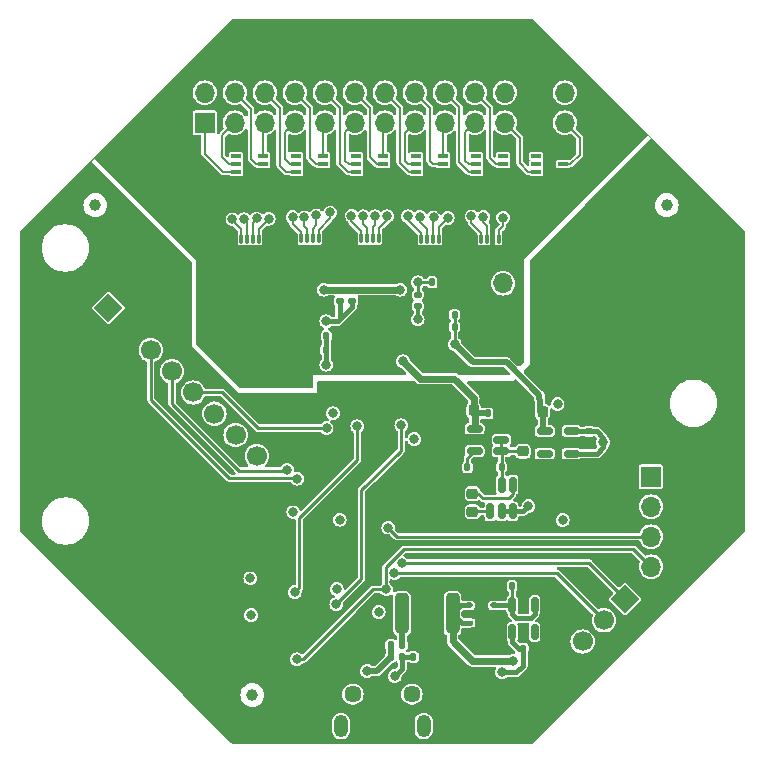
<source format=gbr>
%TF.GenerationSoftware,KiCad,Pcbnew,7.0.1*%
%TF.CreationDate,2023-03-27T17:03:57-04:00*%
%TF.ProjectId,cyton wired,6379746f-6e20-4776-9972-65642e6b6963,rev?*%
%TF.SameCoordinates,Original*%
%TF.FileFunction,Copper,L4,Bot*%
%TF.FilePolarity,Positive*%
%FSLAX46Y46*%
G04 Gerber Fmt 4.6, Leading zero omitted, Abs format (unit mm)*
G04 Created by KiCad (PCBNEW 7.0.1) date 2023-03-27 17:03:57*
%MOMM*%
%LPD*%
G01*
G04 APERTURE LIST*
G04 Aperture macros list*
%AMRoundRect*
0 Rectangle with rounded corners*
0 $1 Rounding radius*
0 $2 $3 $4 $5 $6 $7 $8 $9 X,Y pos of 4 corners*
0 Add a 4 corners polygon primitive as box body*
4,1,4,$2,$3,$4,$5,$6,$7,$8,$9,$2,$3,0*
0 Add four circle primitives for the rounded corners*
1,1,$1+$1,$2,$3*
1,1,$1+$1,$4,$5*
1,1,$1+$1,$6,$7*
1,1,$1+$1,$8,$9*
0 Add four rect primitives between the rounded corners*
20,1,$1+$1,$2,$3,$4,$5,0*
20,1,$1+$1,$4,$5,$6,$7,0*
20,1,$1+$1,$6,$7,$8,$9,0*
20,1,$1+$1,$8,$9,$2,$3,0*%
%AMHorizOval*
0 Thick line with rounded ends*
0 $1 width*
0 $2 $3 position (X,Y) of the first rounded end (center of the circle)*
0 $4 $5 position (X,Y) of the second rounded end (center of the circle)*
0 Add line between two ends*
20,1,$1,$2,$3,$4,$5,0*
0 Add two circle primitives to create the rounded ends*
1,1,$1,$2,$3*
1,1,$1,$4,$5*%
%AMRotRect*
0 Rectangle, with rotation*
0 The origin of the aperture is its center*
0 $1 length*
0 $2 width*
0 $3 Rotation angle, in degrees counterclockwise*
0 Add horizontal line*
21,1,$1,$2,0,0,$3*%
G04 Aperture macros list end*
%TA.AperFunction,ComponentPad*%
%ADD10RotRect,1.700000X1.700000X315.000000*%
%TD*%
%TA.AperFunction,ComponentPad*%
%ADD11HorizOval,1.700000X0.000000X0.000000X0.000000X0.000000X0*%
%TD*%
%TA.AperFunction,ComponentPad*%
%ADD12R,1.700000X1.700000*%
%TD*%
%TA.AperFunction,ComponentPad*%
%ADD13O,1.700000X1.700000*%
%TD*%
%TA.AperFunction,ComponentPad*%
%ADD14O,1.200000X1.900000*%
%TD*%
%TA.AperFunction,ComponentPad*%
%ADD15C,1.450000*%
%TD*%
%TA.AperFunction,ComponentPad*%
%ADD16RotRect,1.700000X1.700000X45.000000*%
%TD*%
%TA.AperFunction,ComponentPad*%
%ADD17HorizOval,1.700000X0.000000X0.000000X0.000000X0.000000X0*%
%TD*%
%TA.AperFunction,SMDPad,CuDef*%
%ADD18RoundRect,0.140000X0.140000X0.170000X-0.140000X0.170000X-0.140000X-0.170000X0.140000X-0.170000X0*%
%TD*%
%TA.AperFunction,SMDPad,CuDef*%
%ADD19RoundRect,0.140000X-0.170000X0.140000X-0.170000X-0.140000X0.170000X-0.140000X0.170000X0.140000X0*%
%TD*%
%TA.AperFunction,SMDPad,CuDef*%
%ADD20C,1.000000*%
%TD*%
%TA.AperFunction,SMDPad,CuDef*%
%ADD21RoundRect,0.010500X0.094500X-0.374500X0.094500X0.374500X-0.094500X0.374500X-0.094500X-0.374500X0*%
%TD*%
%TA.AperFunction,SMDPad,CuDef*%
%ADD22RoundRect,0.010500X-0.094500X0.374500X-0.094500X-0.374500X0.094500X-0.374500X0.094500X0.374500X0*%
%TD*%
%TA.AperFunction,SMDPad,CuDef*%
%ADD23RoundRect,0.150000X0.512500X0.150000X-0.512500X0.150000X-0.512500X-0.150000X0.512500X-0.150000X0*%
%TD*%
%TA.AperFunction,SMDPad,CuDef*%
%ADD24RoundRect,0.147500X-0.147500X-0.172500X0.147500X-0.172500X0.147500X0.172500X-0.147500X0.172500X0*%
%TD*%
%TA.AperFunction,SMDPad,CuDef*%
%ADD25RoundRect,0.150000X-0.150000X0.512500X-0.150000X-0.512500X0.150000X-0.512500X0.150000X0.512500X0*%
%TD*%
%TA.AperFunction,SMDPad,CuDef*%
%ADD26RoundRect,0.112500X0.187500X0.112500X-0.187500X0.112500X-0.187500X-0.112500X0.187500X-0.112500X0*%
%TD*%
%TA.AperFunction,SMDPad,CuDef*%
%ADD27RoundRect,0.225000X0.225000X0.250000X-0.225000X0.250000X-0.225000X-0.250000X0.225000X-0.250000X0*%
%TD*%
%TA.AperFunction,SMDPad,CuDef*%
%ADD28R,0.850900X0.355600*%
%TD*%
%TA.AperFunction,SMDPad,CuDef*%
%ADD29R,0.558800X0.304800*%
%TD*%
%TA.AperFunction,SMDPad,CuDef*%
%ADD30RoundRect,0.135000X-0.135000X-0.185000X0.135000X-0.185000X0.135000X0.185000X-0.135000X0.185000X0*%
%TD*%
%TA.AperFunction,SMDPad,CuDef*%
%ADD31RoundRect,0.140000X-0.140000X-0.170000X0.140000X-0.170000X0.140000X0.170000X-0.140000X0.170000X0*%
%TD*%
%TA.AperFunction,SMDPad,CuDef*%
%ADD32RoundRect,0.250000X0.312500X1.450000X-0.312500X1.450000X-0.312500X-1.450000X0.312500X-1.450000X0*%
%TD*%
%TA.AperFunction,SMDPad,CuDef*%
%ADD33RoundRect,0.225000X0.250000X-0.225000X0.250000X0.225000X-0.250000X0.225000X-0.250000X-0.225000X0*%
%TD*%
%TA.AperFunction,SMDPad,CuDef*%
%ADD34RoundRect,0.147500X0.147500X0.172500X-0.147500X0.172500X-0.147500X-0.172500X0.147500X-0.172500X0*%
%TD*%
%TA.AperFunction,SMDPad,CuDef*%
%ADD35RoundRect,0.140000X0.170000X-0.140000X0.170000X0.140000X-0.170000X0.140000X-0.170000X-0.140000X0*%
%TD*%
%TA.AperFunction,ViaPad*%
%ADD36C,0.800000*%
%TD*%
%TA.AperFunction,Conductor*%
%ADD37C,0.203200*%
%TD*%
%TA.AperFunction,Conductor*%
%ADD38C,0.406400*%
%TD*%
%TA.AperFunction,Conductor*%
%ADD39C,0.508000*%
%TD*%
%TA.AperFunction,Conductor*%
%ADD40C,0.609600*%
%TD*%
%TA.AperFunction,Conductor*%
%ADD41C,0.304800*%
%TD*%
%TA.AperFunction,Conductor*%
%ADD42C,0.250000*%
%TD*%
%TA.AperFunction,Conductor*%
%ADD43C,0.558800*%
%TD*%
%TA.AperFunction,Conductor*%
%ADD44C,0.457200*%
%TD*%
%TA.AperFunction,Profile*%
%ADD45C,0.101600*%
%TD*%
G04 APERTURE END LIST*
D10*
%TO.P,J3,1,Pin_1*%
%TO.N,/D13*%
X160248600Y-125323600D03*
D11*
%TO.P,J3,2,Pin_2*%
%TO.N,/PGC*%
X158452549Y-127119651D03*
%TO.P,J3,3,Pin_3*%
%TO.N,VDD*%
X156656498Y-128915702D03*
%TO.P,J3,4,Pin_4*%
%TO.N,GNDA*%
X154860446Y-130711754D03*
%TD*%
D12*
%TO.P,J1,1,Pin_1*%
%TO.N,VSSA*%
X124663200Y-84988400D03*
D13*
%TO.P,J1,2,Pin_2*%
X124663200Y-82448400D03*
%TO.P,J1,3,Pin_3*%
%TO.N,/SRB1*%
X127203200Y-84988400D03*
%TO.P,J1,4,Pin_4*%
%TO.N,/SRB2*%
X127203200Y-82448400D03*
%TO.P,J1,5,Pin_5*%
%TO.N,/1P*%
X129743200Y-84988400D03*
%TO.P,J1,6,Pin_6*%
%TO.N,/1N*%
X129743200Y-82448400D03*
%TO.P,J1,7,Pin_7*%
%TO.N,/2P*%
X132283200Y-84988400D03*
%TO.P,J1,8,Pin_8*%
%TO.N,/2N*%
X132283200Y-82448400D03*
%TO.P,J1,9,Pin_9*%
%TO.N,/3P*%
X134823200Y-84988400D03*
%TO.P,J1,10,Pin_10*%
%TO.N,/3N*%
X134823200Y-82448400D03*
%TO.P,J1,11,Pin_11*%
%TO.N,/4P*%
X137363200Y-84988400D03*
%TO.P,J1,12,Pin_12*%
%TO.N,/4N*%
X137363200Y-82448400D03*
%TO.P,J1,13,Pin_13*%
%TO.N,/5P*%
X139903200Y-84988400D03*
%TO.P,J1,14,Pin_14*%
%TO.N,/5N*%
X139903200Y-82448400D03*
%TO.P,J1,15,Pin_15*%
%TO.N,/6P*%
X142443200Y-84988400D03*
%TO.P,J1,16,Pin_16*%
%TO.N,/6N*%
X142443200Y-82448400D03*
%TO.P,J1,17,Pin_17*%
%TO.N,/7P*%
X144983200Y-84988400D03*
%TO.P,J1,18,Pin_18*%
%TO.N,/7N*%
X144983200Y-82448400D03*
%TO.P,J1,19,Pin_19*%
%TO.N,/8P*%
X147523200Y-84988400D03*
%TO.P,J1,20,Pin_20*%
%TO.N,/8N*%
X147523200Y-82448400D03*
%TO.P,J1,21,Pin_21*%
%TO.N,/BIAS*%
X150063200Y-84988400D03*
%TO.P,J1,22,Pin_22*%
X150063200Y-82448400D03*
%TO.P,J1,23,Pin_23*%
%TO.N,GNDA*%
X152603200Y-84988400D03*
%TO.P,J1,24,Pin_24*%
X152603200Y-82448400D03*
%TO.P,J1,25,Pin_25*%
%TO.N,VDDA*%
X155143200Y-84988400D03*
%TO.P,J1,26,Pin_26*%
X155143200Y-82448400D03*
%TD*%
D12*
%TO.P,J5,1,Pin_1*%
%TO.N,/BOOT_EN*%
X162433000Y-114960400D03*
D13*
%TO.P,J5,2,Pin_2*%
%TO.N,/MCLR*%
X162433000Y-117500400D03*
%TO.P,J5,3,Pin_3*%
%TO.N,/D18*%
X162433000Y-120040400D03*
%TO.P,J5,4,Pin_4*%
%TO.N,/PGD*%
X162433000Y-122580400D03*
%TD*%
D14*
%TO.P,CONN1,6,Shield*%
%TO.N,unconnected-(CONN1-Shield-Pad6)*%
X136200000Y-136080300D03*
D15*
X137200000Y-133380300D03*
X142200000Y-133380300D03*
D14*
X143200000Y-136080300D03*
%TD*%
D12*
%TO.P,J4,1,Pin_1*%
%TO.N,GNDA*%
X149910800Y-101142800D03*
D13*
%TO.P,J4,2,Pin_2*%
%TO.N,/BIAS_INV*%
X149910800Y-98602800D03*
%TD*%
D16*
%TO.P,J2,1,Pin_1*%
%TO.N,VDD*%
X116500000Y-100650000D03*
D17*
%TO.P,J2,2,Pin_2*%
%TO.N,GNDA*%
X118296051Y-102446051D03*
%TO.P,J2,3,Pin_3*%
%TO.N,/MISO*%
X120092102Y-104242102D03*
%TO.P,J2,4,Pin_4*%
%TO.N,/SCLK*%
X121888154Y-106038154D03*
%TO.P,J2,5,Pin_5*%
%TO.N,/RESET*%
X123684205Y-107834205D03*
%TO.P,J2,6,Pin_6*%
%TO.N,/CLK*%
X125480256Y-109630256D03*
%TO.P,J2,7,Pin_7*%
%TO.N,/MOSI*%
X127276307Y-111426307D03*
%TO.P,J2,8,Pin_8*%
%TO.N,/CS2*%
X129072359Y-113222359D03*
%TD*%
D18*
%TO.P,C26,1*%
%TO.N,VDDA*%
X145818800Y-102260400D03*
%TO.P,C26,2*%
%TO.N,GNDA*%
X144858800Y-102260400D03*
%TD*%
D19*
%TO.P,C25,1*%
%TO.N,VDDA*%
X136093200Y-99136200D03*
%TO.P,C25,2*%
%TO.N,VSSA*%
X136093200Y-100096200D03*
%TD*%
D20*
%TO.P,REF\u002A\u002A,*%
%TO.N,*%
X128676400Y-133451600D03*
%TD*%
D21*
%TO.P,C5,1*%
%TO.N,GNDA*%
X149543200Y-96405600D03*
%TO.P,C5,2*%
X149043200Y-96405600D03*
%TO.P,C5,3*%
X148543200Y-96405600D03*
%TO.P,C5,4*%
X148043200Y-96405600D03*
D22*
%TO.P,C5,5*%
%TO.N,/Daisy Functionality/IN8P*%
X148043200Y-94805600D03*
%TO.P,C5,6*%
%TO.N,/Daisy Functionality/IN8N*%
X148543200Y-94805600D03*
%TO.P,C5,7*%
%TO.N,GNDA*%
X149043200Y-94805600D03*
%TO.P,C5,8*%
%TO.N,/Daisy Functionality/BIAS_DRV*%
X149543200Y-94805600D03*
%TD*%
D23*
%TO.P,U5,1,IN*%
%TO.N,VDD*%
X155722700Y-111101700D03*
%TO.P,U5,2,GND*%
%TO.N,GNDA*%
X155722700Y-112051700D03*
%TO.P,U5,3,EN*%
%TO.N,VDD*%
X155722700Y-113001700D03*
%TO.P,U5,4,NC*%
%TO.N,unconnected-(U5-NC-Pad4)*%
X153447700Y-113001700D03*
%TO.P,U5,5,OUT*%
%TO.N,VDDA*%
X153447700Y-111101700D03*
%TD*%
D24*
%TO.P,L1,1,1*%
%TO.N,Net-(CONN1-GND)*%
X142316200Y-130225800D03*
%TO.P,L1,2,2*%
%TO.N,GNDA*%
X143286200Y-130225800D03*
%TD*%
D21*
%TO.P,C4,1*%
%TO.N,GNDA*%
X144463200Y-96405600D03*
%TO.P,C4,2*%
X143963200Y-96405600D03*
%TO.P,C4,3*%
X143463200Y-96405600D03*
%TO.P,C4,4*%
X142963200Y-96405600D03*
D22*
%TO.P,C4,5*%
%TO.N,/Daisy Functionality/IN6P*%
X142963200Y-94805600D03*
%TO.P,C4,6*%
%TO.N,/Daisy Functionality/IN6N*%
X143463200Y-94805600D03*
%TO.P,C4,7*%
%TO.N,/Daisy Functionality/IN7P*%
X143963200Y-94805600D03*
%TO.P,C4,8*%
%TO.N,/Daisy Functionality/IN7N*%
X144463200Y-94805600D03*
%TD*%
D25*
%TO.P,U3,1,VIN*%
%TO.N,Net-(D12-K)*%
X150688000Y-125857000D03*
%TO.P,U3,2,GND*%
%TO.N,GNDA*%
X151638000Y-125857000D03*
%TO.P,U3,3,/SHDN*%
%TO.N,Net-(D12-K)*%
X152588000Y-125857000D03*
%TO.P,U3,4,PWRGD*%
%TO.N,unconnected-(U3-PWRGD-Pad4)*%
X152588000Y-128132000D03*
%TO.P,U3,5,VOUT*%
%TO.N,VDD*%
X150688000Y-128132000D03*
%TD*%
D19*
%TO.P,C20,1*%
%TO.N,VDDA*%
X138252200Y-99136200D03*
%TO.P,C20,2*%
%TO.N,GNDA*%
X138252200Y-100096200D03*
%TD*%
D26*
%TO.P,D12,1,K*%
%TO.N,Net-(D12-K)*%
X149157400Y-125857000D03*
%TO.P,D12,2,A*%
%TO.N,VCOM*%
X147057400Y-125857000D03*
%TD*%
D27*
%TO.P,C38,1*%
%TO.N,VSSA*%
X147440100Y-109354600D03*
%TO.P,C38,2*%
%TO.N,GNDA*%
X145890100Y-109354600D03*
%TD*%
D28*
%TO.P,D4,1,IO1*%
%TO.N,/7P*%
X144849850Y-87843601D03*
%TO.P,D4,2,IO2*%
%TO.N,/6N*%
X144849850Y-88493600D03*
%TO.P,D4,3,GND*%
%TO.N,GNDA*%
X144849850Y-89143599D03*
%TO.P,D4,4,IO3*%
%TO.N,/5N*%
X142576550Y-89143599D03*
%TO.P,D4,5,IO4*%
%TO.N,/6P*%
X142576550Y-88493600D03*
%TO.P,D4,6,NC*%
%TO.N,unconnected-(D4-NC-Pad6)*%
X142576550Y-87843601D03*
%TD*%
D25*
%TO.P,U4,1,GND*%
%TO.N,GNDA*%
X148839300Y-115633900D03*
%TO.P,U4,2,OUT*%
%TO.N,/Power Supply/-RAW*%
X149789300Y-115633900D03*
%TO.P,U4,3,CAP-*%
%TO.N,Net-(U4-CAP-)*%
X150739300Y-115633900D03*
%TO.P,U4,4,SD*%
%TO.N,VDD*%
X150739300Y-117908900D03*
%TO.P,U4,5,V+*%
X149789300Y-117908900D03*
%TO.P,U4,6,CAP+*%
%TO.N,Net-(U4-CAP+)*%
X148839300Y-117908900D03*
%TD*%
D23*
%TO.P,U6,1,GND*%
%TO.N,GNDA*%
X149783800Y-110893800D03*
%TO.P,U6,2,VIN*%
%TO.N,/Power Supply/-RAW*%
X149783800Y-111843800D03*
%TO.P,U6,3,EN*%
X149783800Y-112793800D03*
%TO.P,U6,4,NR*%
%TO.N,Net-(U6-NR)*%
X147508800Y-112793800D03*
%TO.P,U6,5,VOUT*%
%TO.N,VSSA*%
X147508800Y-110893800D03*
%TD*%
D29*
%TO.P,D9,1,K*%
%TO.N,VCOM*%
X147116800Y-127330200D03*
%TO.P,D9,2,A*%
%TO.N,GNDA*%
X147116800Y-127965200D03*
%TD*%
D20*
%TO.P,REF\u002A\u002A,*%
%TO.N,*%
X163779200Y-91973400D03*
%TD*%
D27*
%TO.P,C36,1*%
%TO.N,VDDA*%
X153259500Y-109476100D03*
%TO.P,C36,2*%
%TO.N,GNDA*%
X151709500Y-109476100D03*
%TD*%
D20*
%TO.P,REF\u002A\u002A,*%
%TO.N,*%
X115392200Y-91973400D03*
%TD*%
D30*
%TO.P,R13,1*%
%TO.N,Net-(U1-WCT)*%
X143889000Y-98501200D03*
%TO.P,R13,2*%
%TO.N,GNDA*%
X144909000Y-98501200D03*
%TD*%
D31*
%TO.P,C16,1*%
%TO.N,Net-(CONN1-VBUS)*%
X140411200Y-130225800D03*
%TO.P,C16,2*%
%TO.N,Net-(CONN1-GND)*%
X141371200Y-130225800D03*
%TD*%
D28*
%TO.P,D6,1,IO1*%
%TO.N,GNDA*%
X155009850Y-87843601D03*
%TO.P,D6,2,IO2*%
%TO.N,VDDA*%
X155009850Y-88493600D03*
%TO.P,D6,3,GND*%
%TO.N,GNDA*%
X155009850Y-89143599D03*
%TO.P,D6,4,IO3*%
%TO.N,/BIAS*%
X152736550Y-89143599D03*
%TO.P,D6,5,IO4*%
%TO.N,unconnected-(D6-IO4-Pad5)*%
X152736550Y-88493600D03*
%TO.P,D6,6,NC*%
%TO.N,unconnected-(D6-NC-Pad6)*%
X152736550Y-87843601D03*
%TD*%
D21*
%TO.P,C1,1*%
%TO.N,GNDA*%
X129223200Y-96405600D03*
%TO.P,C1,2*%
X128723200Y-96405600D03*
%TO.P,C1,3*%
X128223200Y-96405600D03*
%TO.P,C1,4*%
X127723200Y-96405600D03*
D22*
%TO.P,C1,5*%
%TO.N,/Daisy Functionality/_SRB1*%
X127723200Y-94805600D03*
%TO.P,C1,6*%
%TO.N,/Daisy Functionality/_SRB2*%
X128223200Y-94805600D03*
%TO.P,C1,7*%
%TO.N,/Daisy Functionality/IN1P*%
X128723200Y-94805600D03*
%TO.P,C1,8*%
%TO.N,/Daisy Functionality/IN1N*%
X129223200Y-94805600D03*
%TD*%
D32*
%TO.P,F1,1*%
%TO.N,VCOM*%
X145643600Y-126542800D03*
%TO.P,F1,2*%
%TO.N,Net-(F1-Pad2)*%
X141368600Y-126542800D03*
%TD*%
D31*
%TO.P,C9,1*%
%TO.N,VSSA*%
X134902000Y-104244200D03*
%TO.P,C9,2*%
%TO.N,GNDA*%
X135862000Y-104244200D03*
%TD*%
D28*
%TO.P,D3,1,IO1*%
%TO.N,/5P*%
X139769850Y-87843601D03*
%TO.P,D3,2,IO2*%
%TO.N,/4N*%
X139769850Y-88493600D03*
%TO.P,D3,3,GND*%
%TO.N,GNDA*%
X139769850Y-89143599D03*
%TO.P,D3,4,IO3*%
%TO.N,/3N*%
X137496550Y-89143599D03*
%TO.P,D3,5,IO4*%
%TO.N,/4P*%
X137496550Y-88493600D03*
%TO.P,D3,6,NC*%
%TO.N,unconnected-(D3-NC-Pad6)*%
X137496550Y-87843601D03*
%TD*%
D33*
%TO.P,C30,1*%
%TO.N,/Power Supply/-RAW*%
X151592700Y-112796600D03*
%TO.P,C30,2*%
%TO.N,GNDA*%
X151592700Y-111246600D03*
%TD*%
D31*
%TO.P,C37,1*%
%TO.N,VSSA*%
X148648900Y-109608600D03*
%TO.P,C37,2*%
%TO.N,GNDA*%
X149608900Y-109608600D03*
%TD*%
D19*
%TO.P,C23,1*%
%TO.N,VDDA*%
X137160000Y-99136200D03*
%TO.P,C23,2*%
%TO.N,VSSA*%
X137160000Y-100096200D03*
%TD*%
D33*
%TO.P,C29,1*%
%TO.N,Net-(U4-CAP+)*%
X147325500Y-117939400D03*
%TO.P,C29,2*%
%TO.N,Net-(U4-CAP-)*%
X147325500Y-116389400D03*
%TD*%
D21*
%TO.P,C3,1*%
%TO.N,GNDA*%
X139383200Y-96391300D03*
%TO.P,C3,2*%
X138883200Y-96391300D03*
%TO.P,C3,3*%
X138383200Y-96391300D03*
%TO.P,C3,4*%
X137883200Y-96391300D03*
D22*
%TO.P,C3,5*%
%TO.N,/Daisy Functionality/IN4P*%
X137883200Y-94791300D03*
%TO.P,C3,6*%
%TO.N,/Daisy Functionality/IN4N*%
X138383200Y-94791300D03*
%TO.P,C3,7*%
%TO.N,/Daisy Functionality/IN5P*%
X138883200Y-94791300D03*
%TO.P,C3,8*%
%TO.N,/Daisy Functionality/IN5N*%
X139383200Y-94791300D03*
%TD*%
D34*
%TO.P,L2,1,1*%
%TO.N,Net-(F1-Pad2)*%
X141378800Y-129235200D03*
%TO.P,L2,2,2*%
%TO.N,Net-(CONN1-VBUS)*%
X140408800Y-129235200D03*
%TD*%
D18*
%TO.P,C24,1*%
%TO.N,VDDA*%
X145818800Y-101244400D03*
%TO.P,C24,2*%
%TO.N,GNDA*%
X144858800Y-101244400D03*
%TD*%
D31*
%TO.P,C31,1*%
%TO.N,VDD*%
X151615200Y-129514600D03*
%TO.P,C31,2*%
%TO.N,GNDA*%
X152575200Y-129514600D03*
%TD*%
D28*
%TO.P,D1,1,IO1*%
%TO.N,/1P*%
X129609850Y-87843601D03*
%TO.P,D1,2,IO2*%
%TO.N,/SRB2*%
X129609850Y-88493600D03*
%TO.P,D1,3,GND*%
%TO.N,GNDA*%
X129609850Y-89143599D03*
%TO.P,D1,4,IO3*%
%TO.N,VSSA*%
X127336550Y-89143599D03*
%TO.P,D1,5,IO4*%
%TO.N,/SRB1*%
X127336550Y-88493600D03*
%TO.P,D1,6,NC*%
%TO.N,unconnected-(D1-NC-Pad6)*%
X127336550Y-87843601D03*
%TD*%
D31*
%TO.P,C28,1*%
%TO.N,Net-(D12-K)*%
X150678000Y-124231400D03*
%TO.P,C28,2*%
%TO.N,GNDA*%
X151638000Y-124231400D03*
%TD*%
%TO.P,C34,1*%
%TO.N,Net-(U6-NR)*%
X146896300Y-114180600D03*
%TO.P,C34,2*%
%TO.N,GNDA*%
X147856300Y-114180600D03*
%TD*%
D18*
%TO.P,C35,1*%
%TO.N,VDDA*%
X152976900Y-108206100D03*
%TO.P,C35,2*%
%TO.N,GNDA*%
X152016900Y-108206100D03*
%TD*%
D19*
%TO.P,C32,1*%
%TO.N,VDD*%
X157176000Y-111117100D03*
%TO.P,C32,2*%
%TO.N,GNDA*%
X157176000Y-112077100D03*
%TD*%
D18*
%TO.P,C33,1*%
%TO.N,/Power Supply/-RAW*%
X149786700Y-114129800D03*
%TO.P,C33,2*%
%TO.N,GNDA*%
X148826700Y-114129800D03*
%TD*%
D21*
%TO.P,C2,1*%
%TO.N,GNDA*%
X134303200Y-96380200D03*
%TO.P,C2,2*%
X133803200Y-96380200D03*
%TO.P,C2,3*%
X133303200Y-96380200D03*
%TO.P,C2,4*%
X132803200Y-96380200D03*
D22*
%TO.P,C2,5*%
%TO.N,/Daisy Functionality/IN2P*%
X132803200Y-94780200D03*
%TO.P,C2,6*%
%TO.N,/Daisy Functionality/IN2N*%
X133303200Y-94780200D03*
%TO.P,C2,7*%
%TO.N,/Daisy Functionality/IN3P*%
X133803200Y-94780200D03*
%TO.P,C2,8*%
%TO.N,/Daisy Functionality/IN3N*%
X134303200Y-94780200D03*
%TD*%
D19*
%TO.P,C22,1*%
%TO.N,VDDA*%
X139344400Y-99136200D03*
%TO.P,C22,2*%
%TO.N,GNDA*%
X139344400Y-100096200D03*
%TD*%
D35*
%TO.P,C27,1*%
%TO.N,VSSA*%
X142697200Y-100505200D03*
%TO.P,C27,2*%
%TO.N,Net-(U1-WCT)*%
X142697200Y-99545200D03*
%TD*%
D28*
%TO.P,D2,1,IO1*%
%TO.N,/3P*%
X134689850Y-87843601D03*
%TO.P,D2,2,IO2*%
%TO.N,/2N*%
X134689850Y-88493600D03*
%TO.P,D2,3,GND*%
%TO.N,GNDA*%
X134689850Y-89143599D03*
%TO.P,D2,4,IO3*%
%TO.N,/1N*%
X132416550Y-89143599D03*
%TO.P,D2,5,IO4*%
%TO.N,/2P*%
X132416550Y-88493600D03*
%TO.P,D2,6,NC*%
%TO.N,unconnected-(D2-NC-Pad6)*%
X132416550Y-87843601D03*
%TD*%
D31*
%TO.P,C7,1*%
%TO.N,VSSA*%
X134952800Y-103047800D03*
%TO.P,C7,2*%
%TO.N,GNDA*%
X135912800Y-103047800D03*
%TD*%
D28*
%TO.P,D5,1,IO1*%
%TO.N,unconnected-(D5-IO1-Pad1)*%
X149929850Y-87843601D03*
%TO.P,D5,2,IO2*%
%TO.N,/8N*%
X149929850Y-88493600D03*
%TO.P,D5,3,GND*%
%TO.N,GNDA*%
X149929850Y-89143599D03*
%TO.P,D5,4,IO3*%
%TO.N,/7N*%
X147656550Y-89143599D03*
%TO.P,D5,5,IO4*%
%TO.N,/8P*%
X147656550Y-88493600D03*
%TO.P,D5,6,NC*%
%TO.N,unconnected-(D5-NC-Pad6)*%
X147656550Y-87843601D03*
%TD*%
D36*
%TO.N,/Daisy Functionality/_SRB1*%
X127003697Y-93167200D03*
%TO.N,/Daisy Functionality/_SRB2*%
X128003200Y-93167200D03*
%TO.N,/Daisy Functionality/IN1P*%
X129070100Y-93103700D03*
%TO.N,/Daisy Functionality/IN1N*%
X130086327Y-93130684D03*
%TO.N,/Daisy Functionality/IN2P*%
X132096905Y-92986254D03*
%TO.N,/Daisy Functionality/IN2N*%
X133096000Y-93014800D03*
%TO.N,/Daisy Functionality/IN3P*%
X134094731Y-92842500D03*
%TO.N,/Daisy Functionality/IN3N*%
X135275931Y-92594901D03*
%TO.N,/Daisy Functionality/IN4P*%
X137083800Y-92862400D03*
%TO.N,/Daisy Functionality/IN4N*%
X138081846Y-92916348D03*
%TO.N,/Daisy Functionality/IN5P*%
X139081343Y-92913148D03*
%TO.N,/Daisy Functionality/IN5N*%
X140080845Y-92913206D03*
%TO.N,/Daisy Functionality/IN6P*%
X141851353Y-92913928D03*
%TO.N,/Daisy Functionality/IN6N*%
X142849600Y-92964000D03*
%TO.N,/Daisy Functionality/IN7P*%
X144030600Y-93015374D03*
%TO.N,/Daisy Functionality/IN7N*%
X145237200Y-93065600D03*
%TO.N,/Daisy Functionality/IN8P*%
X147243800Y-92913200D03*
%TO.N,/Daisy Functionality/IN8N*%
X148259800Y-92964000D03*
%TO.N,/Daisy Functionality/BIAS_DRV*%
X149923200Y-93027800D03*
%TO.N,VSSA*%
X134950200Y-101803200D03*
X134950200Y-105486200D03*
X141437400Y-105186900D03*
X142697200Y-101650800D03*
%TO.N,Net-(CONN1-VBUS)*%
X138404600Y-131419600D03*
%TO.N,Net-(CONN1-GND)*%
X140741400Y-131851400D03*
%TO.N,VDD*%
X154533600Y-108813600D03*
X128587500Y-126682500D03*
X136093200Y-118618000D03*
X158389700Y-112041500D03*
X135509000Y-109601000D03*
X128524000Y-123571000D03*
X142392400Y-111785400D03*
X149834600Y-131521200D03*
X152065100Y-117451700D03*
X132161451Y-117976279D03*
%TO.N,VDDA*%
X141198600Y-99136200D03*
X134747000Y-99136200D03*
X145821400Y-103733600D03*
%TO.N,Net-(U1-WCT)*%
X142697200Y-98501200D03*
%TO.N,VCOM*%
X150799800Y-130556000D03*
%TO.N,/SCLK*%
X131622800Y-114385100D03*
%TO.N,/RESET*%
X134975600Y-110845600D03*
%TO.N,/MOSI*%
X135839200Y-124485400D03*
%TO.N,/MISO*%
X132486400Y-115138200D03*
%TO.N,/CS1*%
X132283200Y-124739400D03*
X137566400Y-110693200D03*
%TO.N,/PGD*%
X132461000Y-130429000D03*
X140038005Y-124512171D03*
%TO.N,/D13*%
X141325600Y-122275600D03*
%TO.N,/PGC*%
X140699082Y-123117261D03*
%TO.N,/MCLR*%
X154965400Y-118643400D03*
X139395200Y-126424400D03*
%TO.N,/D18*%
X140192758Y-119274400D03*
%TO.N,/DRDY*%
X135788400Y-125774400D03*
X141300200Y-110617000D03*
%TD*%
D37*
%TO.N,GNDA*%
X137883200Y-96391300D02*
X137883200Y-97548000D01*
X139383200Y-96391300D02*
X140155500Y-96391300D01*
X139383200Y-96391300D02*
X139383200Y-97522600D01*
X148043200Y-96405600D02*
X148043200Y-97524000D01*
X149543200Y-96405600D02*
X150329800Y-96405600D01*
X149043200Y-96405600D02*
X149043200Y-97540000D01*
X128723200Y-96405600D02*
X128723200Y-97557400D01*
X134303200Y-96380200D02*
X135216800Y-96380200D01*
X149043200Y-97540000D02*
X148793200Y-97790000D01*
X128223200Y-96405600D02*
X128223200Y-97489200D01*
X127723200Y-96405600D02*
X126784000Y-96405600D01*
X138383200Y-96391300D02*
X138383200Y-97514600D01*
X142963200Y-96405600D02*
X142963200Y-97524000D01*
X137883200Y-96391300D02*
X137060100Y-96391300D01*
X148043200Y-96405600D02*
X147281800Y-96405600D01*
X133303200Y-96380200D02*
X133303200Y-97590800D01*
X132803200Y-96380200D02*
X132803200Y-97598800D01*
X143963200Y-96405600D02*
X143963200Y-97413000D01*
X149543200Y-96405600D02*
X149543200Y-97370200D01*
X129223200Y-96405600D02*
X130162200Y-96405600D01*
X144463200Y-96405600D02*
X144463200Y-97549400D01*
X132803200Y-96380200D02*
X131889400Y-96380200D01*
X133803200Y-96380200D02*
X133803200Y-97582800D01*
X148793200Y-97790000D02*
X148543200Y-97540000D01*
X127723200Y-96405600D02*
X127723200Y-97497200D01*
X129223200Y-96405600D02*
X129223200Y-97498600D01*
X134303200Y-96380200D02*
X134303200Y-97549400D01*
X142963200Y-96405600D02*
X142100200Y-96405600D01*
X148543200Y-97540000D02*
X148543200Y-96405600D01*
X143463200Y-96405600D02*
X143463200Y-97481200D01*
X149043200Y-94805600D02*
X149043200Y-96405600D01*
X144463200Y-96405600D02*
X145376800Y-96405600D01*
X138883200Y-96391300D02*
X138883200Y-97540000D01*
%TO.N,/Daisy Functionality/_SRB1*%
X127723200Y-93966600D02*
X127723200Y-94805600D01*
X127003697Y-93167200D02*
X127003697Y-93247097D01*
X127003697Y-93247097D02*
X127723200Y-93966600D01*
%TO.N,/Daisy Functionality/_SRB2*%
X128223200Y-94805600D02*
X128223200Y-93387200D01*
X128223200Y-93387200D02*
X128003200Y-93167200D01*
%TO.N,/Daisy Functionality/IN1P*%
X129070100Y-93103700D02*
X128723200Y-93450600D01*
X128723200Y-93450600D02*
X128723200Y-94805600D01*
%TO.N,/Daisy Functionality/IN1N*%
X129223200Y-94805600D02*
X129223200Y-93993811D01*
X129223200Y-93993811D02*
X130086327Y-93130684D01*
%TO.N,/Daisy Functionality/IN2P*%
X132096905Y-93565105D02*
X132096905Y-92986254D01*
X132803200Y-94780200D02*
X132803200Y-94271400D01*
X132803200Y-94271400D02*
X132096905Y-93565105D01*
%TO.N,/Daisy Functionality/IN2N*%
X133303200Y-93958600D02*
X133303200Y-94780200D01*
X133096000Y-93014800D02*
X133096000Y-93751400D01*
X133096000Y-93751400D02*
X133303200Y-93958600D01*
%TO.N,/Daisy Functionality/IN3P*%
X133803200Y-93958600D02*
X134094731Y-93667069D01*
X134094731Y-93667069D02*
X134094731Y-92842500D01*
X133803200Y-94780200D02*
X133803200Y-93958600D01*
%TO.N,/Daisy Functionality/IN3N*%
X135275931Y-93070069D02*
X135275931Y-92594901D01*
X134303200Y-94780200D02*
X134303200Y-94042800D01*
X134303200Y-94042800D02*
X135275931Y-93070069D01*
%TO.N,/Daisy Functionality/IN4P*%
X137883200Y-94144400D02*
X137083800Y-93345000D01*
X137083800Y-93345000D02*
X137083800Y-92862400D01*
X137883200Y-94791300D02*
X137883200Y-94144400D01*
%TO.N,/Daisy Functionality/IN4N*%
X138081846Y-93581046D02*
X138081846Y-92916348D01*
X138383200Y-93882400D02*
X138081846Y-93581046D01*
X138383200Y-94791300D02*
X138383200Y-93882400D01*
%TO.N,/Daisy Functionality/IN5P*%
X138883200Y-94791300D02*
X138883200Y-93857000D01*
X139081343Y-93658857D02*
X139081343Y-92913148D01*
X138883200Y-93857000D02*
X139081343Y-93658857D01*
%TO.N,/Daisy Functionality/IN5N*%
X139383200Y-94791300D02*
X139383200Y-93941200D01*
X140080845Y-93243555D02*
X140080845Y-92913206D01*
X139383200Y-93941200D02*
X140080845Y-93243555D01*
%TO.N,/Daisy Functionality/IN6P*%
X142963200Y-94347600D02*
X141851353Y-93235753D01*
X141851353Y-93235753D02*
X141851353Y-92913928D01*
X142963200Y-94805600D02*
X142963200Y-94347600D01*
%TO.N,/Daisy Functionality/IN6N*%
X142849600Y-93379224D02*
X142849600Y-92964000D01*
X143463200Y-93992824D02*
X142849600Y-93379224D01*
X143463200Y-94805600D02*
X143463200Y-93992824D01*
%TO.N,/Daisy Functionality/IN7P*%
X143963200Y-93082774D02*
X144030600Y-93015374D01*
X143963200Y-94805600D02*
X143963200Y-93082774D01*
%TO.N,/Daisy Functionality/IN7N*%
X144463200Y-94805600D02*
X144463200Y-93839600D01*
X144463200Y-93839600D02*
X145237200Y-93065600D01*
%TO.N,/Daisy Functionality/IN8P*%
X147243800Y-93497400D02*
X147243800Y-92913200D01*
X148043200Y-94296800D02*
X147243800Y-93497400D01*
X148043200Y-94805600D02*
X148043200Y-94296800D01*
%TO.N,/Daisy Functionality/IN8N*%
X148543200Y-94805600D02*
X148543200Y-93704600D01*
X148259800Y-93421200D02*
X148259800Y-92964000D01*
X148543200Y-93704600D02*
X148259800Y-93421200D01*
%TO.N,/Daisy Functionality/BIAS_DRV*%
X149923200Y-93027800D02*
X149923200Y-93739000D01*
X149543200Y-94119000D02*
X149543200Y-94805600D01*
X149923200Y-93739000D02*
X149543200Y-94119000D01*
D38*
%TO.N,VSSA*%
X134950200Y-105486200D02*
X134950200Y-104742400D01*
D39*
X148648900Y-109608600D02*
X147694100Y-109608600D01*
D38*
X135915400Y-101803200D02*
X137160000Y-100558600D01*
D40*
X142905100Y-106654600D02*
X145796000Y-106654600D01*
D38*
X136093200Y-100096200D02*
X136093200Y-101625400D01*
D40*
X145796000Y-106654600D02*
X147440100Y-108298700D01*
D41*
X142697200Y-101650800D02*
X142697200Y-100505200D01*
D38*
X137160000Y-100558600D02*
X137160000Y-100096200D01*
X134952800Y-104739800D02*
X134952800Y-103047800D01*
D42*
X134950200Y-104742400D02*
X134952800Y-104739800D01*
D37*
X126176799Y-89143599D02*
X127336550Y-89143599D01*
D42*
X147508800Y-109423300D02*
X147440100Y-109354600D01*
X134952800Y-104193400D02*
X134902000Y-104244200D01*
D37*
X124663200Y-84988400D02*
X124663200Y-87630000D01*
D38*
X134950200Y-101803200D02*
X135915400Y-101803200D01*
D40*
X147440100Y-108298700D02*
X147440100Y-109354600D01*
X141437400Y-105186900D02*
X142905100Y-106654600D01*
D38*
X136093200Y-101625400D02*
X135915400Y-101803200D01*
D42*
X147694100Y-109608600D02*
X147508800Y-109423300D01*
D37*
X124663200Y-87630000D02*
X126176799Y-89143599D01*
D38*
X134952800Y-103047800D02*
X134952800Y-104193400D01*
D40*
X147508800Y-110893800D02*
X147508800Y-109423300D01*
D39*
%TO.N,Net-(CONN1-VBUS)*%
X140411200Y-130225800D02*
X140411200Y-129237600D01*
X138404600Y-131419600D02*
X139217400Y-131419600D01*
X140411200Y-129237600D02*
X140408800Y-129235200D01*
X139217400Y-131419600D02*
X140411200Y-130225800D01*
D38*
%TO.N,Net-(CONN1-GND)*%
X141371200Y-131221600D02*
X141371200Y-130225800D01*
X141371200Y-130225800D02*
X142316200Y-130225800D01*
X140741400Y-131851400D02*
X141371200Y-131221600D01*
D42*
%TO.N,VDD*%
X152065100Y-117477100D02*
X152065100Y-117451700D01*
X152090500Y-117451700D02*
X152065100Y-117477100D01*
D38*
X157861300Y-113001700D02*
X158389700Y-112473300D01*
X158389700Y-111660500D02*
X157846300Y-111117100D01*
X151633300Y-117908900D02*
X152065100Y-117477100D01*
X157176000Y-111117100D02*
X155738100Y-111117100D01*
X151053800Y-131521200D02*
X151615200Y-130959800D01*
D42*
X152065100Y-117451700D02*
X152090500Y-117451700D01*
D38*
X149789300Y-117908900D02*
X150739300Y-117908900D01*
X151615200Y-130959800D02*
X151615200Y-129514600D01*
X155738100Y-111117100D02*
X155722700Y-111101700D01*
X157846300Y-111117100D02*
X157176000Y-111117100D01*
X158389700Y-112041500D02*
X158389700Y-111660500D01*
X151615200Y-129514600D02*
X151231600Y-129514600D01*
X151231600Y-129514600D02*
X150688000Y-128971000D01*
X150739300Y-117908900D02*
X151633300Y-117908900D01*
X158389700Y-112473300D02*
X158389700Y-112041500D01*
X150688000Y-128971000D02*
X150688000Y-128132000D01*
X155722700Y-113001700D02*
X157861300Y-113001700D01*
X149834600Y-131521200D02*
X151053800Y-131521200D01*
D39*
%TO.N,VDDA*%
X145821400Y-103759000D02*
X145821400Y-103733600D01*
D43*
X136093200Y-99136200D02*
X134747000Y-99136200D01*
D39*
X153259500Y-109679300D02*
X153030300Y-109450100D01*
X147345400Y-105283000D02*
X145821400Y-103759000D01*
D43*
X137160000Y-99136200D02*
X136093200Y-99136200D01*
D37*
X155143200Y-84988400D02*
X156413200Y-86258400D01*
X155613101Y-88493600D02*
X155009850Y-88493600D01*
D39*
X153030300Y-109450100D02*
X153030300Y-108460100D01*
D43*
X139344400Y-99136200D02*
X138252200Y-99136200D01*
D37*
X156413200Y-86258400D02*
X156413200Y-87693501D01*
D43*
X138252200Y-99136200D02*
X137160000Y-99136200D01*
D39*
X153447700Y-111101700D02*
X153284300Y-110938300D01*
X153030300Y-108460100D02*
X152979500Y-108409300D01*
X153284300Y-110938300D02*
X153284300Y-109704100D01*
D42*
X145818800Y-103731000D02*
X145821400Y-103733600D01*
D39*
X152976900Y-108047453D02*
X150212447Y-105283000D01*
D42*
X145818800Y-101244400D02*
X145818800Y-102260400D01*
D39*
X153284300Y-109704100D02*
X153259500Y-109679300D01*
X150212447Y-105283000D02*
X147345400Y-105283000D01*
D37*
X156413200Y-87693501D02*
X155613101Y-88493600D01*
D42*
X145818800Y-102260400D02*
X145818800Y-103731000D01*
D39*
X152976900Y-108206100D02*
X152976900Y-108047453D01*
D43*
X139344400Y-99136200D02*
X141198600Y-99136200D01*
D42*
%TO.N,Net-(U1-WCT)*%
X142697200Y-99545200D02*
X142697200Y-98501200D01*
X142697200Y-98501200D02*
X143889000Y-98501200D01*
D37*
%TO.N,/1P*%
X129609850Y-85121750D02*
X129743200Y-84988400D01*
X129609850Y-87843601D02*
X129609850Y-85121750D01*
%TO.N,/SRB2*%
X129006599Y-88493600D02*
X129609850Y-88493600D01*
X128568200Y-88055201D02*
X129006599Y-88493600D01*
X128568200Y-83813400D02*
X128568200Y-88055201D01*
X127203200Y-82448400D02*
X128568200Y-83813400D01*
%TO.N,/3P*%
X134689850Y-85121750D02*
X134823200Y-84988400D01*
X134689850Y-87843601D02*
X134689850Y-85121750D01*
%TO.N,/2N*%
X133553200Y-87982400D02*
X133553200Y-83718400D01*
X134064400Y-88493600D02*
X133553200Y-87982400D01*
X133553200Y-83718400D02*
X132283200Y-82448400D01*
X134689850Y-88493600D02*
X134064400Y-88493600D01*
%TO.N,/1N*%
X131013200Y-83743800D02*
X129743200Y-82473800D01*
X132416550Y-89143599D02*
X131536199Y-89143599D01*
X131536199Y-89143599D02*
X131013200Y-88620600D01*
X131013200Y-88620600D02*
X131013200Y-83743800D01*
X129743200Y-82473800D02*
X129743200Y-82448400D01*
%TO.N,/2P*%
X132416550Y-88493600D02*
X131860099Y-88493600D01*
X131470400Y-85801200D02*
X132283200Y-84988400D01*
X131470400Y-88103901D02*
X131470400Y-85801200D01*
X131860099Y-88493600D02*
X131470400Y-88103901D01*
%TO.N,/5P*%
X139769850Y-85121750D02*
X139903200Y-84988400D01*
X139769850Y-87843601D02*
X139769850Y-85121750D01*
%TO.N,/4N*%
X138658600Y-83743800D02*
X137363200Y-82448400D01*
X139216599Y-88493600D02*
X138658600Y-87935601D01*
X139769850Y-88493600D02*
X139216599Y-88493600D01*
X138658600Y-87935601D02*
X138658600Y-83743800D01*
%TO.N,/3N*%
X136093200Y-83718400D02*
X136093200Y-88468200D01*
X136093200Y-88468200D02*
X136768599Y-89143599D01*
X136768599Y-89143599D02*
X137496550Y-89143599D01*
X134823200Y-82448400D02*
X136093200Y-83718400D01*
%TO.N,/4P*%
X136575800Y-88198300D02*
X136575800Y-85775800D01*
X136575800Y-85775800D02*
X137363200Y-84988400D01*
X136871100Y-88493600D02*
X136575800Y-88198300D01*
X137496550Y-88493600D02*
X136871100Y-88493600D01*
%TO.N,/7P*%
X144849850Y-85121750D02*
X144983200Y-84988400D01*
X144849850Y-87843601D02*
X144849850Y-85121750D01*
%TO.N,/6N*%
X143713200Y-83718400D02*
X143713200Y-88239600D01*
X143713200Y-88239600D02*
X143967200Y-88493600D01*
X142443200Y-82448400D02*
X143713200Y-83718400D01*
X143967200Y-88493600D02*
X144849850Y-88493600D01*
%TO.N,/5N*%
X142576550Y-89143599D02*
X141951100Y-89143599D01*
X141173200Y-88365699D02*
X141173200Y-83718400D01*
X141951100Y-89143599D02*
X141173200Y-88365699D01*
X141173200Y-83718400D02*
X139903200Y-82448400D01*
%TO.N,/6P*%
X141583493Y-88210306D02*
X141583493Y-85848107D01*
X141866787Y-88493600D02*
X141583493Y-88210306D01*
X141583493Y-85848107D02*
X142443200Y-84988400D01*
X142576550Y-88493600D02*
X141866787Y-88493600D01*
%TO.N,/8N*%
X148793200Y-83718400D02*
X147523200Y-82448400D01*
X149304400Y-88493600D02*
X148793200Y-87982400D01*
X148793200Y-87982400D02*
X148793200Y-83718400D01*
X149929850Y-88493600D02*
X149304400Y-88493600D01*
%TO.N,/7N*%
X144983200Y-82448400D02*
X146227800Y-83693000D01*
X146227800Y-88340299D02*
X147031100Y-89143599D01*
X146227800Y-83693000D02*
X146227800Y-88340299D01*
X147031100Y-89143599D02*
X147656550Y-89143599D01*
%TO.N,/8P*%
X147031100Y-88493600D02*
X146735800Y-88198300D01*
X146735800Y-85775800D02*
X147523200Y-84988400D01*
X147656550Y-88493600D02*
X147031100Y-88493600D01*
X146735800Y-88198300D02*
X146735800Y-85775800D01*
%TO.N,/BIAS*%
X152061100Y-89143599D02*
X152736550Y-89143599D01*
X151333200Y-86258400D02*
X151333200Y-88415699D01*
X151333200Y-88415699D02*
X152061100Y-89143599D01*
X150063200Y-84988400D02*
X151333200Y-86258400D01*
D38*
%TO.N,Net-(D12-K)*%
X152588000Y-125857000D02*
X152588000Y-126608800D01*
X151053800Y-126949200D02*
X150698200Y-126593600D01*
D42*
X150688000Y-124241400D02*
X150678000Y-124231400D01*
D38*
X150698200Y-126593600D02*
X150698200Y-126220056D01*
X152588000Y-126608800D02*
X152247600Y-126949200D01*
D42*
X150688000Y-125857000D02*
X150688000Y-126209856D01*
X150688000Y-125857000D02*
X150688000Y-124241400D01*
D38*
X152247600Y-126949200D02*
X151053800Y-126949200D01*
D42*
X150688000Y-126209856D02*
X150698200Y-126220056D01*
D44*
X149157400Y-125857000D02*
X150688000Y-125857000D01*
D42*
%TO.N,Net-(U4-CAP+)*%
X148839300Y-117908900D02*
X147356000Y-117908900D01*
X147356000Y-117908900D02*
X147325500Y-117939400D01*
D40*
%TO.N,VCOM*%
X147294600Y-130556000D02*
X150799800Y-130556000D01*
D44*
X145643600Y-126542800D02*
X146431000Y-127330200D01*
D40*
X145643600Y-128905000D02*
X147294600Y-130556000D01*
X145643600Y-126542800D02*
X145643600Y-128905000D01*
D44*
X145643600Y-126542800D02*
X146329400Y-125857000D01*
X146431000Y-127330200D02*
X147116800Y-127330200D01*
X146329400Y-125857000D02*
X147057400Y-125857000D01*
D39*
%TO.N,Net-(F1-Pad2)*%
X141368600Y-129225000D02*
X141368600Y-126542800D01*
X141378800Y-129235200D02*
X141368600Y-129225000D01*
D42*
%TO.N,Net-(U4-CAP-)*%
X147325500Y-116389400D02*
X147832500Y-116389400D01*
X150739300Y-116456400D02*
X150739300Y-115633900D01*
X148239900Y-116796800D02*
X150398900Y-116796800D01*
X150398900Y-116796800D02*
X150739300Y-116456400D01*
X147832500Y-116389400D02*
X148239900Y-116796800D01*
%TO.N,/SCLK*%
X131555500Y-114452400D02*
X127558800Y-114452400D01*
X127558800Y-114452400D02*
X121888154Y-108781754D01*
X131622800Y-114385100D02*
X131555500Y-114452400D01*
X121888154Y-108781754D02*
X121888154Y-106038154D01*
%TO.N,/RESET*%
X129133600Y-110845600D02*
X126122205Y-107834205D01*
X134975600Y-110845600D02*
X129133600Y-110845600D01*
X126122205Y-107834205D02*
X123684205Y-107834205D01*
%TO.N,Net-(U6-NR)*%
X146896300Y-113406300D02*
X147508800Y-112793800D01*
X146896300Y-114180600D02*
X146896300Y-113406300D01*
%TO.N,/MISO*%
X126746000Y-115087400D02*
X120092102Y-108433502D01*
X132435600Y-115087400D02*
X126746000Y-115087400D01*
X132486400Y-115138200D02*
X132435600Y-115087400D01*
X120092102Y-108433502D02*
X120092102Y-104242102D01*
D37*
%TO.N,/SRB1*%
X126136400Y-86055200D02*
X127203200Y-84988400D01*
X127336550Y-88493600D02*
X126733299Y-88493600D01*
X126733299Y-88493600D02*
X126136400Y-87896701D01*
X126136400Y-87896701D02*
X126136400Y-86055200D01*
D42*
%TO.N,/Power Supply/-RAW*%
X151589900Y-112793800D02*
X151592700Y-112796600D01*
X149783800Y-111843800D02*
X149783800Y-112793800D01*
X149789300Y-114132400D02*
X149786700Y-114129800D01*
X149786700Y-112796700D02*
X149783800Y-112793800D01*
X149789300Y-115633900D02*
X149789300Y-114132400D01*
X149786700Y-114129800D02*
X149786700Y-112796700D01*
X149783800Y-112793800D02*
X151589900Y-112793800D01*
%TO.N,/CS1*%
X137566400Y-113563400D02*
X137566400Y-110693200D01*
X132681200Y-118448600D02*
X137566400Y-113563400D01*
X132681200Y-124341400D02*
X132681200Y-118448600D01*
X132283200Y-124739400D02*
X132681200Y-124341400D01*
%TO.N,/PGD*%
X132994400Y-130429000D02*
X138911229Y-124512171D01*
X138911229Y-124512171D02*
X140038005Y-124512171D01*
X141500090Y-121107200D02*
X160959800Y-121107200D01*
X160959800Y-121107200D02*
X162433000Y-122580400D01*
X140038005Y-124512171D02*
X139996282Y-124470448D01*
X139996282Y-122611008D02*
X141500090Y-121107200D01*
X139996282Y-124470448D02*
X139996282Y-122611008D01*
X132461000Y-130429000D02*
X132994400Y-130429000D01*
%TO.N,/D13*%
X157200600Y-122275600D02*
X160248600Y-125323600D01*
X141325600Y-122275600D02*
X157200600Y-122275600D01*
%TO.N,/PGC*%
X140702543Y-123113800D02*
X154446698Y-123113800D01*
X154446698Y-123113800D02*
X158452549Y-127119651D01*
X140699082Y-123117261D02*
X140702543Y-123113800D01*
%TO.N,/D18*%
X140192758Y-119274400D02*
X140958758Y-120040400D01*
X140958758Y-120040400D02*
X162433000Y-120040400D01*
%TO.N,/DRDY*%
X135788400Y-125774400D02*
X135794800Y-125774400D01*
X141300200Y-112750600D02*
X141300200Y-110617000D01*
X137922000Y-116128800D02*
X141300200Y-112750600D01*
X137922000Y-123647200D02*
X137922000Y-116128800D01*
X135794800Y-125774400D02*
X137922000Y-123647200D01*
%TD*%
%TA.AperFunction,Conductor*%
%TO.N,GNDA*%
G36*
X152395820Y-76235491D02*
G01*
X152436697Y-76262805D01*
X162114950Y-85941058D01*
X162147562Y-85997542D01*
X162147562Y-86062764D01*
X162114950Y-86119248D01*
X151714200Y-96519998D01*
X151714200Y-105130841D01*
X151705137Y-105177763D01*
X151679253Y-105217935D01*
X151318278Y-105595317D01*
X151261635Y-105629433D01*
X151195516Y-105630168D01*
X151138130Y-105597318D01*
X150540300Y-104999488D01*
X150530883Y-104988951D01*
X150509806Y-104962520D01*
X150464609Y-104931706D01*
X150460768Y-104928981D01*
X150411505Y-104892624D01*
X150408336Y-104891025D01*
X150349854Y-104872985D01*
X150345379Y-104871512D01*
X150287603Y-104851295D01*
X150284098Y-104850700D01*
X150277606Y-104850700D01*
X150222898Y-104850700D01*
X150218187Y-104850612D01*
X150156997Y-104848322D01*
X150138946Y-104850700D01*
X147576654Y-104850700D01*
X147528436Y-104841109D01*
X147487559Y-104813795D01*
X146434528Y-103760763D01*
X146410617Y-103727396D01*
X146398701Y-103688113D01*
X146384815Y-103582634D01*
X146355336Y-103511466D01*
X146326544Y-103441955D01*
X146233848Y-103321152D01*
X146171394Y-103273229D01*
X146135094Y-103228996D01*
X146122100Y-103173268D01*
X146122100Y-102769435D01*
X146131691Y-102721217D01*
X146159005Y-102680340D01*
X146223556Y-102615788D01*
X146223558Y-102615786D01*
X146270997Y-102514053D01*
X146277100Y-102467696D01*
X146277100Y-102053104D01*
X146270997Y-102006747D01*
X146223558Y-101905014D01*
X146223556Y-101905012D01*
X146223556Y-101905011D01*
X146160040Y-101841495D01*
X146127428Y-101785011D01*
X146127428Y-101719789D01*
X146160040Y-101663305D01*
X146223556Y-101599788D01*
X146223558Y-101599786D01*
X146270997Y-101498053D01*
X146277100Y-101451696D01*
X146277100Y-101037104D01*
X146270997Y-100990747D01*
X146223558Y-100889014D01*
X146223556Y-100889012D01*
X146223556Y-100889011D01*
X146144188Y-100809643D01*
X146042452Y-100762202D01*
X145996097Y-100756100D01*
X145996096Y-100756100D01*
X145641504Y-100756100D01*
X145641503Y-100756100D01*
X145595147Y-100762202D01*
X145493411Y-100809643D01*
X145414043Y-100889011D01*
X145366602Y-100990747D01*
X145360500Y-101037103D01*
X145360500Y-101451697D01*
X145366602Y-101498052D01*
X145414043Y-101599788D01*
X145477560Y-101663305D01*
X145510172Y-101719789D01*
X145510172Y-101785011D01*
X145477560Y-101841495D01*
X145414043Y-101905011D01*
X145366602Y-102006747D01*
X145360500Y-102053103D01*
X145360500Y-102467697D01*
X145366602Y-102514052D01*
X145414043Y-102615788D01*
X145478595Y-102680340D01*
X145505909Y-102721217D01*
X145515500Y-102769435D01*
X145515500Y-103177258D01*
X145502506Y-103232986D01*
X145466205Y-103277220D01*
X145408952Y-103321152D01*
X145316255Y-103441955D01*
X145257984Y-103582633D01*
X145238110Y-103733600D01*
X145257984Y-103884566D01*
X145316255Y-104025244D01*
X145325202Y-104036904D01*
X145408952Y-104146048D01*
X145529755Y-104238744D01*
X145670433Y-104297015D01*
X145717411Y-104303199D01*
X145756693Y-104315115D01*
X145790061Y-104339026D01*
X147017538Y-105566502D01*
X147026954Y-105577037D01*
X147048040Y-105603478D01*
X147093276Y-105634319D01*
X147097079Y-105637017D01*
X147141118Y-105669520D01*
X147141119Y-105669520D01*
X147146350Y-105673381D01*
X147149504Y-105674973D01*
X147208004Y-105693018D01*
X147212481Y-105694491D01*
X147270264Y-105714710D01*
X147273735Y-105715300D01*
X147280241Y-105715300D01*
X147334975Y-105715300D01*
X147339686Y-105715388D01*
X147394348Y-105717433D01*
X147394348Y-105717432D01*
X147400846Y-105717676D01*
X147418896Y-105715300D01*
X149981192Y-105715300D01*
X150029410Y-105724891D01*
X150070287Y-105752205D01*
X150452787Y-106134705D01*
X150483525Y-106184864D01*
X150488141Y-106243511D01*
X150465628Y-106297861D01*
X150420895Y-106336067D01*
X150363692Y-106349800D01*
X146228952Y-106349800D01*
X146184919Y-106341856D01*
X146146439Y-106319024D01*
X146128797Y-106303737D01*
X146122226Y-106297619D01*
X146113170Y-106288563D01*
X146102907Y-106280881D01*
X146095912Y-106275243D01*
X146059870Y-106244012D01*
X146059869Y-106244011D01*
X146056247Y-106242356D01*
X146033094Y-106228619D01*
X146029907Y-106226233D01*
X145985206Y-106209560D01*
X145976900Y-106206119D01*
X145933505Y-106186301D01*
X145929565Y-106185735D01*
X145903476Y-106179076D01*
X145899750Y-106177686D01*
X145852156Y-106174281D01*
X145843226Y-106173321D01*
X145830555Y-106171500D01*
X145830554Y-106171500D01*
X145817762Y-106171500D01*
X145808774Y-106171179D01*
X145794212Y-106170137D01*
X145761182Y-106167775D01*
X145761181Y-106167775D01*
X145757297Y-106168620D01*
X145730514Y-106171500D01*
X143157396Y-106171500D01*
X143109178Y-106161909D01*
X143068301Y-106134595D01*
X142035785Y-105102078D01*
X142011872Y-105068706D01*
X142004989Y-105046010D01*
X141942544Y-104895255D01*
X141937830Y-104889112D01*
X141849848Y-104774452D01*
X141729045Y-104681756D01*
X141729044Y-104681755D01*
X141588366Y-104623484D01*
X141437400Y-104603610D01*
X141286433Y-104623484D01*
X141145755Y-104681755D01*
X141024952Y-104774452D01*
X140932255Y-104895255D01*
X140873984Y-105035933D01*
X140854110Y-105186900D01*
X140873984Y-105337866D01*
X140932255Y-105478544D01*
X140932256Y-105478545D01*
X141024952Y-105599348D01*
X141145754Y-105692043D01*
X141145755Y-105692044D01*
X141296510Y-105754489D01*
X141319206Y-105761372D01*
X141352578Y-105785285D01*
X141701998Y-106134705D01*
X141732736Y-106184864D01*
X141737352Y-106243511D01*
X141714839Y-106297861D01*
X141670106Y-106336067D01*
X141612903Y-106349800D01*
X133832600Y-106349800D01*
X133832600Y-107341400D01*
X133815719Y-107404400D01*
X133769600Y-107450519D01*
X133706600Y-107467400D01*
X127712590Y-107467400D01*
X127664372Y-107457809D01*
X127623495Y-107430495D01*
X123988905Y-103795905D01*
X123961591Y-103755028D01*
X123952000Y-103706810D01*
X123952000Y-99136200D01*
X134163710Y-99136200D01*
X134166326Y-99156073D01*
X134183584Y-99287166D01*
X134241855Y-99427844D01*
X134241856Y-99427845D01*
X134334552Y-99548648D01*
X134455355Y-99641344D01*
X134596033Y-99699615D01*
X134747000Y-99719490D01*
X134897967Y-99699615D01*
X135038645Y-99641344D01*
X135066543Y-99619936D01*
X135102744Y-99600587D01*
X135143246Y-99593900D01*
X135543158Y-99593900D01*
X135603763Y-99609432D01*
X135649425Y-99652200D01*
X135668888Y-99711660D01*
X135657353Y-99773150D01*
X135611002Y-99872547D01*
X135604900Y-99918903D01*
X135604900Y-100273497D01*
X135611002Y-100319852D01*
X135658443Y-100421588D01*
X135674795Y-100437940D01*
X135702109Y-100478817D01*
X135711700Y-100527035D01*
X135711700Y-101295700D01*
X135694819Y-101358700D01*
X135648700Y-101404819D01*
X135585700Y-101421700D01*
X135445752Y-101421700D01*
X135405250Y-101415013D01*
X135369048Y-101395662D01*
X135241846Y-101298056D01*
X135101166Y-101239784D01*
X134950200Y-101219910D01*
X134799233Y-101239784D01*
X134658555Y-101298055D01*
X134537752Y-101390752D01*
X134445055Y-101511555D01*
X134386784Y-101652233D01*
X134366910Y-101803199D01*
X134386784Y-101954166D01*
X134445055Y-102094844D01*
X134458423Y-102112265D01*
X134537752Y-102215648D01*
X134658555Y-102308344D01*
X134723545Y-102335264D01*
X134770420Y-102369009D01*
X134797313Y-102420125D01*
X134798574Y-102477869D01*
X134773936Y-102530109D01*
X134728578Y-102565867D01*
X134627412Y-102613042D01*
X134548043Y-102692411D01*
X134500602Y-102794147D01*
X134494500Y-102840503D01*
X134494500Y-103255097D01*
X134500602Y-103301452D01*
X134557432Y-103423322D01*
X134557078Y-103423486D01*
X134561709Y-103430417D01*
X134571300Y-103478635D01*
X134571300Y-103762566D01*
X134561709Y-103810785D01*
X134534397Y-103851658D01*
X134515818Y-103870237D01*
X134497242Y-103888813D01*
X134449802Y-103990547D01*
X134443700Y-104036903D01*
X134443700Y-104451497D01*
X134449802Y-104497852D01*
X134457894Y-104515205D01*
X134497242Y-104599586D01*
X134531797Y-104634141D01*
X134559109Y-104675015D01*
X134568700Y-104723234D01*
X134568700Y-104990648D01*
X134562013Y-105031150D01*
X134542662Y-105067352D01*
X134445056Y-105194553D01*
X134386784Y-105335233D01*
X134366910Y-105486199D01*
X134386784Y-105637166D01*
X134445055Y-105777844D01*
X134445056Y-105777845D01*
X134537752Y-105898648D01*
X134658555Y-105991344D01*
X134799233Y-106049615D01*
X134950200Y-106069490D01*
X135101167Y-106049615D01*
X135241845Y-105991344D01*
X135362648Y-105898648D01*
X135455344Y-105777845D01*
X135513615Y-105637167D01*
X135533490Y-105486200D01*
X135513615Y-105335233D01*
X135455344Y-105194555D01*
X135455343Y-105194554D01*
X135455343Y-105194553D01*
X135357738Y-105067352D01*
X135338387Y-105031150D01*
X135331700Y-104990648D01*
X135331700Y-104832061D01*
X135334300Y-104816481D01*
X135334300Y-104568456D01*
X135346106Y-104515205D01*
X135354197Y-104497853D01*
X135360300Y-104451497D01*
X135360300Y-104036903D01*
X135354197Y-103990546D01*
X135346106Y-103973195D01*
X135334300Y-103919944D01*
X135334300Y-103478635D01*
X135343891Y-103430417D01*
X135348521Y-103423486D01*
X135348168Y-103423322D01*
X135357558Y-103403186D01*
X135404997Y-103301453D01*
X135411100Y-103255096D01*
X135411100Y-102840504D01*
X135404997Y-102794147D01*
X135357558Y-102692414D01*
X135357556Y-102692412D01*
X135357556Y-102692411D01*
X135278187Y-102613042D01*
X135174575Y-102564726D01*
X135129217Y-102528968D01*
X135104579Y-102476728D01*
X135105840Y-102418983D01*
X135132733Y-102367868D01*
X135179609Y-102334123D01*
X135241846Y-102308344D01*
X135369048Y-102210738D01*
X135405250Y-102191387D01*
X135445752Y-102184700D01*
X135862767Y-102184700D01*
X135888624Y-102187381D01*
X135899417Y-102189645D01*
X135931322Y-102185668D01*
X135946908Y-102184700D01*
X135947011Y-102184700D01*
X135967876Y-102181217D01*
X135972912Y-102180483D01*
X136025760Y-102173896D01*
X136025762Y-102173894D01*
X136033727Y-102172902D01*
X136033924Y-102172839D01*
X136040983Y-102169018D01*
X136040986Y-102169018D01*
X136087780Y-102143693D01*
X136092343Y-102141344D01*
X136140146Y-102117976D01*
X136140147Y-102117974D01*
X136147359Y-102114449D01*
X136147523Y-102114327D01*
X136152959Y-102108421D01*
X136152962Y-102108420D01*
X136189026Y-102069241D01*
X136192563Y-102065557D01*
X136325742Y-101932378D01*
X136345913Y-101915998D01*
X136355156Y-101909960D01*
X136374917Y-101884569D01*
X136385239Y-101872881D01*
X136607321Y-101650799D01*
X142113910Y-101650799D01*
X142133784Y-101801766D01*
X142192055Y-101942444D01*
X142192056Y-101942445D01*
X142284752Y-102063248D01*
X142405555Y-102155944D01*
X142546233Y-102214215D01*
X142697200Y-102234090D01*
X142848167Y-102214215D01*
X142988845Y-102155944D01*
X143109648Y-102063248D01*
X143202344Y-101942445D01*
X143260615Y-101801767D01*
X143280490Y-101650800D01*
X143260615Y-101499833D01*
X143202344Y-101359155D01*
X143109648Y-101238352D01*
X143077194Y-101213449D01*
X143040894Y-101169216D01*
X143027900Y-101113488D01*
X143027900Y-100986835D01*
X143037491Y-100938617D01*
X143064805Y-100897740D01*
X143131956Y-100830588D01*
X143131955Y-100830588D01*
X143131958Y-100830586D01*
X143179397Y-100728853D01*
X143185500Y-100682496D01*
X143185500Y-100327904D01*
X143179397Y-100281547D01*
X143131958Y-100179814D01*
X143131956Y-100179812D01*
X143131956Y-100179811D01*
X143066440Y-100114295D01*
X143033828Y-100057811D01*
X143033828Y-99992589D01*
X143066440Y-99936105D01*
X143131956Y-99870588D01*
X143131956Y-99870587D01*
X143131958Y-99870586D01*
X143179397Y-99768853D01*
X143185500Y-99722496D01*
X143185500Y-99367904D01*
X143179397Y-99321547D01*
X143131958Y-99219814D01*
X143052586Y-99140442D01*
X143052584Y-99140441D01*
X143050628Y-99138485D01*
X143016710Y-99076661D01*
X143021322Y-99006294D01*
X143063017Y-98949428D01*
X143109648Y-98913648D01*
X143155575Y-98853794D01*
X143199809Y-98817494D01*
X143255537Y-98804500D01*
X143383205Y-98804500D01*
X143450903Y-98824232D01*
X143476844Y-98853811D01*
X143477691Y-98852965D01*
X143571524Y-98946798D01*
X143671660Y-98993493D01*
X143677667Y-98994283D01*
X143717289Y-98999500D01*
X144060710Y-98999499D01*
X144060712Y-98999499D01*
X144078961Y-98997096D01*
X144106339Y-98993493D01*
X144206474Y-98946799D01*
X144284599Y-98868674D01*
X144331293Y-98768539D01*
X144337300Y-98722911D01*
X144337300Y-98602799D01*
X148877523Y-98602799D01*
X148897377Y-98804377D01*
X148897377Y-98804379D01*
X148897378Y-98804382D01*
X148956177Y-98998218D01*
X148956178Y-98998220D01*
X149051661Y-99176856D01*
X149180163Y-99333436D01*
X149295201Y-99427845D01*
X149336743Y-99461938D01*
X149515382Y-99557423D01*
X149709218Y-99616222D01*
X149910800Y-99636076D01*
X150112382Y-99616222D01*
X150306218Y-99557423D01*
X150484857Y-99461938D01*
X150641436Y-99333436D01*
X150769938Y-99176857D01*
X150865423Y-98998218D01*
X150924222Y-98804382D01*
X150944076Y-98602800D01*
X150924222Y-98401218D01*
X150865423Y-98207382D01*
X150769938Y-98028743D01*
X150743112Y-97996056D01*
X150641436Y-97872163D01*
X150484856Y-97743661D01*
X150306220Y-97648178D01*
X150306219Y-97648177D01*
X150306218Y-97648177D01*
X150112382Y-97589378D01*
X150112379Y-97589377D01*
X150112377Y-97589377D01*
X149910800Y-97569523D01*
X149709222Y-97589377D01*
X149709219Y-97589377D01*
X149709218Y-97589378D01*
X149515382Y-97648177D01*
X149515379Y-97648178D01*
X149336743Y-97743661D01*
X149180163Y-97872163D01*
X149051661Y-98028743D01*
X148956178Y-98207379D01*
X148956177Y-98207381D01*
X148956177Y-98207382D01*
X148934304Y-98279490D01*
X148897377Y-98401222D01*
X148877523Y-98602799D01*
X144337300Y-98602799D01*
X144337299Y-98279490D01*
X144331293Y-98233861D01*
X144284599Y-98133726D01*
X144284597Y-98133724D01*
X144284597Y-98133723D01*
X144206475Y-98055601D01*
X144106339Y-98008906D01*
X144060711Y-98002900D01*
X143717287Y-98002900D01*
X143671663Y-98008906D01*
X143571523Y-98055602D01*
X143477691Y-98149435D01*
X143476844Y-98148588D01*
X143450903Y-98178168D01*
X143383205Y-98197900D01*
X143255537Y-98197900D01*
X143199809Y-98184906D01*
X143155575Y-98148605D01*
X143144158Y-98133726D01*
X143109648Y-98088752D01*
X142988845Y-97996056D01*
X142988844Y-97996055D01*
X142848166Y-97937784D01*
X142697200Y-97917910D01*
X142546233Y-97937784D01*
X142405555Y-97996055D01*
X142284752Y-98088752D01*
X142192055Y-98209555D01*
X142133784Y-98350233D01*
X142113910Y-98501199D01*
X142133784Y-98652166D01*
X142192055Y-98792844D01*
X142192056Y-98792845D01*
X142284752Y-98913648D01*
X142331378Y-98949426D01*
X142331380Y-98949427D01*
X142373077Y-99006295D01*
X142377689Y-99076660D01*
X142343771Y-99138484D01*
X142262443Y-99219811D01*
X142215002Y-99321547D01*
X142208900Y-99367903D01*
X142208900Y-99722497D01*
X142215002Y-99768852D01*
X142262443Y-99870588D01*
X142327960Y-99936105D01*
X142360572Y-99992589D01*
X142360572Y-100057811D01*
X142327960Y-100114295D01*
X142262443Y-100179811D01*
X142215002Y-100281547D01*
X142208900Y-100327903D01*
X142208900Y-100682497D01*
X142215002Y-100728852D01*
X142262443Y-100830588D01*
X142329595Y-100897740D01*
X142356909Y-100938617D01*
X142366500Y-100986835D01*
X142366500Y-101113488D01*
X142353506Y-101169216D01*
X142317205Y-101213450D01*
X142284752Y-101238352D01*
X142192055Y-101359155D01*
X142133784Y-101499833D01*
X142113910Y-101650799D01*
X136607321Y-101650799D01*
X137392542Y-100865578D01*
X137412713Y-100849198D01*
X137421956Y-100843160D01*
X137441709Y-100817779D01*
X137452050Y-100806071D01*
X137452113Y-100806009D01*
X137464400Y-100788797D01*
X137467488Y-100784658D01*
X137500158Y-100742685D01*
X137500158Y-100742682D01*
X137505080Y-100736360D01*
X137505188Y-100736151D01*
X137510125Y-100719569D01*
X137522647Y-100677503D01*
X137524225Y-100672575D01*
X137541500Y-100622261D01*
X137541500Y-100622259D01*
X137544102Y-100614680D01*
X137544136Y-100614449D01*
X137541608Y-100553327D01*
X137541500Y-100548120D01*
X137541500Y-100527035D01*
X137551091Y-100478817D01*
X137578405Y-100437940D01*
X137594756Y-100421588D01*
X137594755Y-100421588D01*
X137594758Y-100421586D01*
X137642197Y-100319853D01*
X137648300Y-100273496D01*
X137648300Y-99918904D01*
X137642197Y-99872547D01*
X137595846Y-99773148D01*
X137584312Y-99711660D01*
X137603775Y-99652200D01*
X137649437Y-99609432D01*
X137710042Y-99593900D01*
X138032087Y-99593900D01*
X138041240Y-99594500D01*
X138044904Y-99594500D01*
X138459496Y-99594500D01*
X138463160Y-99594500D01*
X138472313Y-99593900D01*
X139124287Y-99593900D01*
X139133440Y-99594500D01*
X139137104Y-99594500D01*
X139551696Y-99594500D01*
X139555360Y-99594500D01*
X139564513Y-99593900D01*
X140802354Y-99593900D01*
X140842856Y-99600587D01*
X140879056Y-99619936D01*
X140906955Y-99641344D01*
X141047633Y-99699615D01*
X141198600Y-99719490D01*
X141349567Y-99699615D01*
X141490245Y-99641344D01*
X141611048Y-99548648D01*
X141703744Y-99427845D01*
X141762015Y-99287167D01*
X141781890Y-99136200D01*
X141762015Y-98985233D01*
X141703744Y-98844555D01*
X141611048Y-98723752D01*
X141490245Y-98631056D01*
X141490244Y-98631055D01*
X141349566Y-98572784D01*
X141198600Y-98552910D01*
X141047633Y-98572784D01*
X140906955Y-98631055D01*
X140889170Y-98644702D01*
X140879056Y-98652463D01*
X140842856Y-98671813D01*
X140802354Y-98678500D01*
X139564513Y-98678500D01*
X139555360Y-98677900D01*
X139551696Y-98677900D01*
X139137104Y-98677900D01*
X139133440Y-98677900D01*
X139124287Y-98678500D01*
X138472313Y-98678500D01*
X138463160Y-98677900D01*
X138459496Y-98677900D01*
X138044904Y-98677900D01*
X138041240Y-98677900D01*
X138032087Y-98678500D01*
X137380113Y-98678500D01*
X137370960Y-98677900D01*
X137367296Y-98677900D01*
X136952704Y-98677900D01*
X136949040Y-98677900D01*
X136939887Y-98678500D01*
X136313313Y-98678500D01*
X136304160Y-98677900D01*
X136300496Y-98677900D01*
X135885904Y-98677900D01*
X135882240Y-98677900D01*
X135873087Y-98678500D01*
X135143246Y-98678500D01*
X135102744Y-98671813D01*
X135066543Y-98652463D01*
X135038645Y-98631056D01*
X135038644Y-98631055D01*
X134897966Y-98572784D01*
X134747000Y-98552910D01*
X134596033Y-98572784D01*
X134455355Y-98631055D01*
X134334552Y-98723752D01*
X134241855Y-98844555D01*
X134183584Y-98985233D01*
X134171548Y-99076661D01*
X134163710Y-99136200D01*
X123952000Y-99136200D01*
X123952000Y-96647000D01*
X123951999Y-96646998D01*
X120472201Y-93167200D01*
X126420407Y-93167200D01*
X126440281Y-93318166D01*
X126498552Y-93458844D01*
X126504372Y-93466428D01*
X126591249Y-93579648D01*
X126712052Y-93672344D01*
X126852730Y-93730615D01*
X127003697Y-93750490D01*
X127037136Y-93746087D01*
X127094082Y-93751696D01*
X127142676Y-93781914D01*
X127406395Y-94045633D01*
X127433709Y-94086510D01*
X127443300Y-94134728D01*
X127443300Y-94383001D01*
X127440879Y-94407582D01*
X127439900Y-94412504D01*
X127439900Y-95198695D01*
X127450854Y-95253766D01*
X127492582Y-95316217D01*
X127521801Y-95335740D01*
X127555034Y-95357946D01*
X127610104Y-95368900D01*
X127836295Y-95368900D01*
X127836296Y-95368900D01*
X127891366Y-95357946D01*
X127903201Y-95350037D01*
X127948618Y-95331225D01*
X127997782Y-95331225D01*
X128043198Y-95350037D01*
X128055034Y-95357946D01*
X128110104Y-95368900D01*
X128336295Y-95368900D01*
X128336296Y-95368900D01*
X128391366Y-95357946D01*
X128403201Y-95350037D01*
X128448618Y-95331225D01*
X128497782Y-95331225D01*
X128543198Y-95350037D01*
X128555034Y-95357946D01*
X128610104Y-95368900D01*
X128836295Y-95368900D01*
X128836296Y-95368900D01*
X128891366Y-95357946D01*
X128903201Y-95350037D01*
X128948618Y-95331225D01*
X128997782Y-95331225D01*
X129043198Y-95350037D01*
X129055034Y-95357946D01*
X129110104Y-95368900D01*
X129336295Y-95368900D01*
X129336296Y-95368900D01*
X129391366Y-95357946D01*
X129453817Y-95316217D01*
X129495546Y-95253766D01*
X129506500Y-95198696D01*
X129506500Y-94412504D01*
X129505521Y-94407582D01*
X129503100Y-94383001D01*
X129503100Y-94161940D01*
X129512691Y-94113722D01*
X129540004Y-94072845D01*
X129613187Y-93999662D01*
X129876746Y-93736101D01*
X129925339Y-93705885D01*
X129982282Y-93700276D01*
X130086327Y-93713974D01*
X130237294Y-93694099D01*
X130377972Y-93635828D01*
X130498775Y-93543132D01*
X130591471Y-93422329D01*
X130649742Y-93281651D01*
X130669617Y-93130684D01*
X130650603Y-92986254D01*
X131513615Y-92986254D01*
X131533489Y-93137220D01*
X131591760Y-93277898D01*
X131612797Y-93305314D01*
X131684457Y-93398702D01*
X131758701Y-93455672D01*
X131767137Y-93462145D01*
X131802120Y-93503783D01*
X131816297Y-93556285D01*
X131816870Y-93568673D01*
X131817005Y-93574495D01*
X131817005Y-93592380D01*
X131818603Y-93606166D01*
X131819719Y-93630297D01*
X131821833Y-93635084D01*
X131830422Y-93662819D01*
X131831384Y-93667968D01*
X131844096Y-93688497D01*
X131852234Y-93703934D01*
X131861988Y-93726026D01*
X131861989Y-93726027D01*
X131865689Y-93729727D01*
X131883716Y-93752484D01*
X131886474Y-93756938D01*
X131905746Y-93771492D01*
X131918907Y-93782945D01*
X132482995Y-94347033D01*
X132510309Y-94387910D01*
X132519900Y-94436128D01*
X132519900Y-95173295D01*
X132530854Y-95228366D01*
X132572582Y-95290817D01*
X132595045Y-95305826D01*
X132635034Y-95332546D01*
X132690104Y-95343500D01*
X132916295Y-95343500D01*
X132916296Y-95343500D01*
X132971366Y-95332546D01*
X132983200Y-95324638D01*
X133028615Y-95305826D01*
X133077779Y-95305825D01*
X133123199Y-95324638D01*
X133135034Y-95332546D01*
X133190104Y-95343500D01*
X133416295Y-95343500D01*
X133416296Y-95343500D01*
X133471366Y-95332546D01*
X133483200Y-95324638D01*
X133528615Y-95305826D01*
X133577779Y-95305825D01*
X133623199Y-95324638D01*
X133635034Y-95332546D01*
X133690104Y-95343500D01*
X133916295Y-95343500D01*
X133916296Y-95343500D01*
X133971366Y-95332546D01*
X133983200Y-95324638D01*
X134028615Y-95305826D01*
X134077779Y-95305825D01*
X134123199Y-95324638D01*
X134135034Y-95332546D01*
X134190104Y-95343500D01*
X134416295Y-95343500D01*
X134416296Y-95343500D01*
X134471366Y-95332546D01*
X134533817Y-95290817D01*
X134575546Y-95228366D01*
X134586500Y-95173296D01*
X134586500Y-94387104D01*
X134585521Y-94382182D01*
X134583100Y-94357601D01*
X134583100Y-94210928D01*
X134592691Y-94162710D01*
X134620001Y-94121836D01*
X135427032Y-93314805D01*
X135440226Y-93305314D01*
X135447527Y-93297304D01*
X135447530Y-93297303D01*
X135476479Y-93265546D01*
X135480455Y-93261382D01*
X135492189Y-93249650D01*
X135492193Y-93249643D01*
X135493141Y-93248696D01*
X135501762Y-93237812D01*
X135518029Y-93219970D01*
X135519918Y-93215092D01*
X135533460Y-93189400D01*
X135536417Y-93185085D01*
X135541948Y-93161564D01*
X135547102Y-93144922D01*
X135550421Y-93136355D01*
X135591207Y-93081912D01*
X135612465Y-93065600D01*
X135688379Y-93007349D01*
X135781075Y-92886546D01*
X135791077Y-92862399D01*
X136500510Y-92862399D01*
X136520384Y-93013366D01*
X136578655Y-93154044D01*
X136617636Y-93204844D01*
X136662584Y-93263422D01*
X136671353Y-93274849D01*
X136759993Y-93342865D01*
X136798554Y-93391935D01*
X136808728Y-93414978D01*
X136817317Y-93442714D01*
X136818279Y-93447863D01*
X136830991Y-93468392D01*
X136839129Y-93483829D01*
X136848883Y-93505921D01*
X136848884Y-93505922D01*
X136852584Y-93509622D01*
X136870611Y-93532379D01*
X136873369Y-93536833D01*
X136886993Y-93547121D01*
X136892635Y-93551382D01*
X136905797Y-93562837D01*
X137566395Y-94223435D01*
X137593709Y-94264312D01*
X137603300Y-94312530D01*
X137603300Y-94368701D01*
X137600878Y-94393282D01*
X137599900Y-94398204D01*
X137599900Y-95184396D01*
X137608646Y-95228366D01*
X137610854Y-95239466D01*
X137652582Y-95301917D01*
X137686588Y-95324639D01*
X137715034Y-95343646D01*
X137770104Y-95354600D01*
X137996295Y-95354600D01*
X137996296Y-95354600D01*
X138051366Y-95343646D01*
X138063201Y-95335737D01*
X138108618Y-95316925D01*
X138157782Y-95316925D01*
X138203198Y-95335737D01*
X138215034Y-95343646D01*
X138270104Y-95354600D01*
X138496295Y-95354600D01*
X138496296Y-95354600D01*
X138551366Y-95343646D01*
X138563201Y-95335737D01*
X138608618Y-95316925D01*
X138657782Y-95316925D01*
X138703198Y-95335737D01*
X138715034Y-95343646D01*
X138770104Y-95354600D01*
X138996295Y-95354600D01*
X138996296Y-95354600D01*
X139051366Y-95343646D01*
X139063201Y-95335737D01*
X139108618Y-95316925D01*
X139157782Y-95316925D01*
X139203198Y-95335737D01*
X139215034Y-95343646D01*
X139270104Y-95354600D01*
X139496295Y-95354600D01*
X139496296Y-95354600D01*
X139551366Y-95343646D01*
X139613817Y-95301917D01*
X139655546Y-95239466D01*
X139666500Y-95184396D01*
X139666500Y-94398204D01*
X139665521Y-94393282D01*
X139663100Y-94368701D01*
X139663100Y-94109329D01*
X139672691Y-94061111D01*
X139700004Y-94020234D01*
X139831443Y-93888795D01*
X140231943Y-93488293D01*
X140264890Y-93464592D01*
X140273545Y-93460284D01*
X140274134Y-93461467D01*
X140282386Y-93455672D01*
X140372490Y-93418350D01*
X140493293Y-93325654D01*
X140585989Y-93204851D01*
X140644260Y-93064173D01*
X140664040Y-92913927D01*
X141268063Y-92913927D01*
X141287937Y-93064894D01*
X141346208Y-93205572D01*
X141352233Y-93213424D01*
X141438905Y-93326376D01*
X141536907Y-93401576D01*
X141559709Y-93419073D01*
X141671629Y-93465431D01*
X141712507Y-93492745D01*
X142642995Y-94423233D01*
X142670309Y-94464110D01*
X142679900Y-94512328D01*
X142679900Y-95198695D01*
X142690854Y-95253766D01*
X142732582Y-95316217D01*
X142761801Y-95335740D01*
X142795034Y-95357946D01*
X142850104Y-95368900D01*
X143076295Y-95368900D01*
X143076296Y-95368900D01*
X143131366Y-95357946D01*
X143143201Y-95350037D01*
X143188618Y-95331225D01*
X143237782Y-95331225D01*
X143283198Y-95350037D01*
X143295034Y-95357946D01*
X143350104Y-95368900D01*
X143576295Y-95368900D01*
X143576296Y-95368900D01*
X143631366Y-95357946D01*
X143643201Y-95350037D01*
X143688618Y-95331225D01*
X143737782Y-95331225D01*
X143783198Y-95350037D01*
X143795034Y-95357946D01*
X143850104Y-95368900D01*
X144076295Y-95368900D01*
X144076296Y-95368900D01*
X144131366Y-95357946D01*
X144143201Y-95350037D01*
X144188618Y-95331225D01*
X144237782Y-95331225D01*
X144283198Y-95350037D01*
X144295034Y-95357946D01*
X144350104Y-95368900D01*
X144576295Y-95368900D01*
X144576296Y-95368900D01*
X144631366Y-95357946D01*
X144693817Y-95316217D01*
X144735546Y-95253766D01*
X144746500Y-95198696D01*
X144746500Y-94412504D01*
X144745521Y-94407582D01*
X144743100Y-94383001D01*
X144743100Y-94007728D01*
X144752691Y-93959510D01*
X144780001Y-93918636D01*
X145027622Y-93671015D01*
X145076212Y-93640801D01*
X145133155Y-93635192D01*
X145237200Y-93648890D01*
X145388167Y-93629015D01*
X145528845Y-93570744D01*
X145649648Y-93478048D01*
X145742344Y-93357245D01*
X145800615Y-93216567D01*
X145820490Y-93065600D01*
X145800615Y-92914633D01*
X145800021Y-92913199D01*
X146660510Y-92913199D01*
X146680384Y-93064166D01*
X146738655Y-93204844D01*
X146768914Y-93244278D01*
X146826591Y-93319444D01*
X146831353Y-93325649D01*
X146913775Y-93388894D01*
X146948760Y-93430533D01*
X146962936Y-93483037D01*
X146963041Y-93485297D01*
X146963766Y-93500972D01*
X146963900Y-93506790D01*
X146963900Y-93524675D01*
X146965498Y-93538461D01*
X146966614Y-93562592D01*
X146968728Y-93567379D01*
X146977317Y-93595114D01*
X146978279Y-93600263D01*
X146990991Y-93620792D01*
X146999129Y-93636229D01*
X147008883Y-93658321D01*
X147008884Y-93658322D01*
X147012584Y-93662022D01*
X147030611Y-93684779D01*
X147033369Y-93689233D01*
X147049004Y-93701040D01*
X147052635Y-93703782D01*
X147065797Y-93715237D01*
X147722995Y-94372435D01*
X147750309Y-94413312D01*
X147759900Y-94461530D01*
X147759900Y-95198695D01*
X147770854Y-95253766D01*
X147812582Y-95316217D01*
X147841801Y-95335740D01*
X147875034Y-95357946D01*
X147930104Y-95368900D01*
X148156295Y-95368900D01*
X148156296Y-95368900D01*
X148211366Y-95357946D01*
X148223201Y-95350037D01*
X148268618Y-95331225D01*
X148317782Y-95331225D01*
X148363198Y-95350037D01*
X148375034Y-95357946D01*
X148430104Y-95368900D01*
X148656295Y-95368900D01*
X148656296Y-95368900D01*
X148711366Y-95357946D01*
X148773817Y-95316217D01*
X148815546Y-95253766D01*
X148826500Y-95198696D01*
X148826500Y-94412504D01*
X148825521Y-94407582D01*
X148823100Y-94383001D01*
X148823100Y-94105849D01*
X149258755Y-94105849D01*
X149262092Y-94129765D01*
X149263300Y-94147172D01*
X149263300Y-94383001D01*
X149260879Y-94407582D01*
X149259900Y-94412504D01*
X149259900Y-95198695D01*
X149270854Y-95253766D01*
X149312582Y-95316217D01*
X149341801Y-95335740D01*
X149375034Y-95357946D01*
X149430104Y-95368900D01*
X149656295Y-95368900D01*
X149656296Y-95368900D01*
X149711366Y-95357946D01*
X149773817Y-95316217D01*
X149815546Y-95253766D01*
X149826500Y-95198696D01*
X149826500Y-94412504D01*
X149825521Y-94407582D01*
X149823100Y-94383001D01*
X149823100Y-94287129D01*
X149832691Y-94238911D01*
X149860004Y-94198034D01*
X149910866Y-94147172D01*
X150074297Y-93983739D01*
X150087495Y-93974245D01*
X150094796Y-93966235D01*
X150094799Y-93966234D01*
X150123759Y-93934465D01*
X150127735Y-93930301D01*
X150139458Y-93918580D01*
X150139460Y-93918576D01*
X150140413Y-93917624D01*
X150149022Y-93906753D01*
X150165298Y-93888901D01*
X150167186Y-93884025D01*
X150180731Y-93858328D01*
X150183686Y-93854016D01*
X150189216Y-93830499D01*
X150194378Y-93813835D01*
X150203100Y-93791322D01*
X150203100Y-93786086D01*
X150206446Y-93757243D01*
X150207643Y-93752152D01*
X150207579Y-93751696D01*
X150204308Y-93728240D01*
X150203100Y-93710835D01*
X150203100Y-93604093D01*
X150216094Y-93548365D01*
X150252395Y-93504131D01*
X150268988Y-93491398D01*
X150335648Y-93440248D01*
X150428344Y-93319445D01*
X150486615Y-93178767D01*
X150506490Y-93027800D01*
X150486615Y-92876833D01*
X150428344Y-92736155D01*
X150335648Y-92615352D01*
X150228952Y-92533481D01*
X150214844Y-92522655D01*
X150074166Y-92464384D01*
X149923200Y-92444510D01*
X149772233Y-92464384D01*
X149631555Y-92522655D01*
X149510752Y-92615352D01*
X149418055Y-92736155D01*
X149359784Y-92876833D01*
X149339910Y-93027800D01*
X149359784Y-93178766D01*
X149418055Y-93319444D01*
X149423374Y-93326376D01*
X149505737Y-93433713D01*
X149510753Y-93440249D01*
X149575206Y-93489706D01*
X149616903Y-93546574D01*
X149621515Y-93616940D01*
X149587597Y-93678764D01*
X149392094Y-93874266D01*
X149378894Y-93883765D01*
X149342662Y-93923508D01*
X149338650Y-93927710D01*
X149325990Y-93940370D01*
X149317376Y-93951246D01*
X149301101Y-93969098D01*
X149299210Y-93973981D01*
X149285673Y-93999662D01*
X149282715Y-94003980D01*
X149277185Y-94027491D01*
X149272025Y-94044154D01*
X149263300Y-94066678D01*
X149263300Y-94071911D01*
X149259953Y-94100760D01*
X149258755Y-94105849D01*
X148823100Y-94105849D01*
X148823100Y-93770810D01*
X148825717Y-93754768D01*
X148825120Y-93741858D01*
X148823234Y-93701040D01*
X148823100Y-93695223D01*
X148823100Y-93677317D01*
X148821499Y-93663520D01*
X148820385Y-93639406D01*
X148818272Y-93634621D01*
X148809681Y-93606878D01*
X148809160Y-93604093D01*
X148808720Y-93601737D01*
X148799914Y-93587516D01*
X148796008Y-93581207D01*
X148787870Y-93565768D01*
X148778117Y-93543680D01*
X148778116Y-93543679D01*
X148778116Y-93543678D01*
X148774414Y-93539976D01*
X148756383Y-93517212D01*
X148753631Y-93512767D01*
X148744567Y-93505922D01*
X148737203Y-93500361D01*
X148696978Y-93448627D01*
X148688174Y-93383686D01*
X148713175Y-93323110D01*
X148764944Y-93255645D01*
X148823215Y-93114967D01*
X148843090Y-92964000D01*
X148823215Y-92813033D01*
X148764944Y-92672355D01*
X148672248Y-92551552D01*
X148562801Y-92467570D01*
X148551444Y-92458855D01*
X148410766Y-92400584D01*
X148259800Y-92380710D01*
X148108833Y-92400584D01*
X147968152Y-92458856D01*
X147851566Y-92548317D01*
X147791309Y-92573277D01*
X147726645Y-92564764D01*
X147674900Y-92525060D01*
X147656248Y-92500752D01*
X147563551Y-92429622D01*
X147535444Y-92408055D01*
X147394766Y-92349784D01*
X147243800Y-92329910D01*
X147092833Y-92349784D01*
X146952155Y-92408055D01*
X146831352Y-92500752D01*
X146738655Y-92621555D01*
X146680384Y-92762233D01*
X146660510Y-92913199D01*
X145800021Y-92913199D01*
X145742344Y-92773955D01*
X145649648Y-92653152D01*
X145534732Y-92564973D01*
X145528844Y-92560455D01*
X145388166Y-92502184D01*
X145237200Y-92482310D01*
X145086233Y-92502184D01*
X144945555Y-92560455D01*
X144824751Y-92653153D01*
X144750929Y-92749357D01*
X144699184Y-92789061D01*
X144634518Y-92797573D01*
X144574261Y-92772611D01*
X144546478Y-92736402D01*
X144545843Y-92736890D01*
X144510823Y-92691252D01*
X144443048Y-92602926D01*
X144338439Y-92522656D01*
X144322244Y-92510229D01*
X144181566Y-92451958D01*
X144030600Y-92432084D01*
X143879633Y-92451958D01*
X143738955Y-92510229D01*
X143618152Y-92602926D01*
X143559772Y-92679007D01*
X143515537Y-92715308D01*
X143459810Y-92728302D01*
X143404082Y-92715308D01*
X143359848Y-92679006D01*
X143262049Y-92551553D01*
X143261139Y-92550855D01*
X143195777Y-92500700D01*
X143141244Y-92458855D01*
X143000566Y-92400584D01*
X142849600Y-92380710D01*
X142698633Y-92400584D01*
X142557952Y-92458856D01*
X142452188Y-92540013D01*
X142391930Y-92564973D01*
X142327266Y-92556460D01*
X142275522Y-92516755D01*
X142263802Y-92501481D01*
X142142997Y-92408783D01*
X142002319Y-92350512D01*
X141851353Y-92330638D01*
X141700386Y-92350512D01*
X141559708Y-92408783D01*
X141438905Y-92501480D01*
X141346208Y-92622283D01*
X141287937Y-92762961D01*
X141268063Y-92913927D01*
X140664040Y-92913927D01*
X140664135Y-92913206D01*
X140644260Y-92762239D01*
X140585989Y-92621561D01*
X140493293Y-92500758D01*
X140372490Y-92408062D01*
X140372489Y-92408061D01*
X140231811Y-92349790D01*
X140080845Y-92329916D01*
X139929878Y-92349790D01*
X139789197Y-92408062D01*
X139657835Y-92508861D01*
X139608402Y-92531912D01*
X139553859Y-92531912D01*
X139504427Y-92508861D01*
X139372989Y-92408004D01*
X139232309Y-92349732D01*
X139081343Y-92329858D01*
X138930376Y-92349732D01*
X138789696Y-92408004D01*
X138656213Y-92510430D01*
X138606780Y-92533481D01*
X138552237Y-92533481D01*
X138502805Y-92510430D01*
X138373492Y-92411204D01*
X138232812Y-92352932D01*
X138081846Y-92333058D01*
X137930879Y-92352932D01*
X137790199Y-92411204D01*
X137686433Y-92490828D01*
X137626176Y-92515788D01*
X137561511Y-92507275D01*
X137509767Y-92467570D01*
X137496249Y-92449953D01*
X137460912Y-92422838D01*
X137375445Y-92357256D01*
X137375444Y-92357255D01*
X137234766Y-92298984D01*
X137083800Y-92279110D01*
X136932833Y-92298984D01*
X136792155Y-92357255D01*
X136671352Y-92449952D01*
X136578655Y-92570755D01*
X136520384Y-92711433D01*
X136500510Y-92862399D01*
X135791077Y-92862399D01*
X135839346Y-92745868D01*
X135859221Y-92594901D01*
X135839346Y-92443934D01*
X135781075Y-92303256D01*
X135688379Y-92182453D01*
X135567576Y-92089757D01*
X135567575Y-92089756D01*
X135426897Y-92031485D01*
X135275931Y-92011611D01*
X135124964Y-92031485D01*
X134984286Y-92089756D01*
X134863483Y-92182453D01*
X134770786Y-92303256D01*
X134727781Y-92407080D01*
X134688076Y-92458825D01*
X134627818Y-92483784D01*
X134563154Y-92475271D01*
X134511411Y-92435567D01*
X134507179Y-92430052D01*
X134406675Y-92352932D01*
X134386375Y-92337355D01*
X134245697Y-92279084D01*
X134094731Y-92259210D01*
X133943764Y-92279084D01*
X133803086Y-92337355D01*
X133682283Y-92430052D01*
X133611350Y-92522493D01*
X133559605Y-92562197D01*
X133494941Y-92570710D01*
X133434683Y-92545750D01*
X133387644Y-92509655D01*
X133246966Y-92451384D01*
X133096000Y-92431510D01*
X132945033Y-92451384D01*
X132804353Y-92509656D01*
X132687658Y-92599200D01*
X132627400Y-92624160D01*
X132562736Y-92615647D01*
X132510993Y-92575943D01*
X132509353Y-92573806D01*
X132388550Y-92481110D01*
X132388549Y-92481109D01*
X132247871Y-92422838D01*
X132096905Y-92402964D01*
X131945938Y-92422838D01*
X131805260Y-92481109D01*
X131684457Y-92573806D01*
X131591760Y-92694609D01*
X131533489Y-92835287D01*
X131513615Y-92986254D01*
X130650603Y-92986254D01*
X130649742Y-92979717D01*
X130591471Y-92839039D01*
X130498775Y-92718236D01*
X130377972Y-92625540D01*
X130377971Y-92625539D01*
X130237293Y-92567268D01*
X130086327Y-92547394D01*
X129935360Y-92567268D01*
X129794682Y-92625539D01*
X129666447Y-92723938D01*
X129606189Y-92748897D01*
X129541524Y-92740383D01*
X129489781Y-92700679D01*
X129482548Y-92691252D01*
X129444499Y-92662056D01*
X129361744Y-92598555D01*
X129221066Y-92540284D01*
X129070100Y-92520410D01*
X128919133Y-92540284D01*
X128778455Y-92598555D01*
X128682279Y-92672355D01*
X128657652Y-92691252D01*
X128623197Y-92736155D01*
X128612249Y-92750422D01*
X128568015Y-92786723D01*
X128512288Y-92799717D01*
X128456560Y-92786724D01*
X128429231Y-92764296D01*
X128428807Y-92764850D01*
X128415649Y-92754753D01*
X128415648Y-92754752D01*
X128294845Y-92662056D01*
X128294844Y-92662055D01*
X128154166Y-92603784D01*
X128003200Y-92583910D01*
X127852233Y-92603784D01*
X127711553Y-92662056D01*
X127580152Y-92762885D01*
X127530719Y-92785936D01*
X127476176Y-92785936D01*
X127426743Y-92762885D01*
X127416146Y-92754753D01*
X127416145Y-92754752D01*
X127295342Y-92662056D01*
X127295341Y-92662055D01*
X127154663Y-92603784D01*
X127003697Y-92583910D01*
X126852730Y-92603784D01*
X126712052Y-92662055D01*
X126591249Y-92754752D01*
X126498552Y-92875555D01*
X126440281Y-93016233D01*
X126420407Y-93167200D01*
X120472201Y-93167200D01*
X115354199Y-88049199D01*
X115321599Y-87992759D01*
X115321564Y-87927581D01*
X115354102Y-87871105D01*
X115355815Y-87869388D01*
X117364883Y-85855962D01*
X123634900Y-85855962D01*
X123645244Y-85907968D01*
X123676516Y-85954770D01*
X123684653Y-85966947D01*
X123743631Y-86006355D01*
X123795639Y-86016700D01*
X124257300Y-86016700D01*
X124320300Y-86033581D01*
X124366419Y-86079700D01*
X124383300Y-86142700D01*
X124383300Y-87563787D01*
X124380682Y-87579836D01*
X124381182Y-87590659D01*
X124381182Y-87590660D01*
X124382283Y-87614468D01*
X124383166Y-87633572D01*
X124383300Y-87639390D01*
X124383300Y-87657275D01*
X124384898Y-87671061D01*
X124386014Y-87695192D01*
X124388128Y-87699979D01*
X124396717Y-87727714D01*
X124397679Y-87732863D01*
X124410391Y-87753392D01*
X124418529Y-87768829D01*
X124428283Y-87790921D01*
X124428284Y-87790922D01*
X124431984Y-87794622D01*
X124450015Y-87817386D01*
X124452769Y-87821833D01*
X124472039Y-87836386D01*
X124485199Y-87847838D01*
X125932062Y-89294701D01*
X125941558Y-89307899D01*
X125949565Y-89315198D01*
X125975630Y-89338960D01*
X125981304Y-89344132D01*
X125985493Y-89348132D01*
X125997218Y-89359857D01*
X125998173Y-89360812D01*
X126009053Y-89369430D01*
X126026895Y-89385695D01*
X126026896Y-89385695D01*
X126026898Y-89385697D01*
X126031771Y-89387585D01*
X126057466Y-89401128D01*
X126061783Y-89404085D01*
X126085291Y-89409613D01*
X126101952Y-89414773D01*
X126124477Y-89423499D01*
X126129713Y-89423499D01*
X126158556Y-89426845D01*
X126163646Y-89428042D01*
X126163647Y-89428041D01*
X126163648Y-89428042D01*
X126181064Y-89425612D01*
X126187559Y-89424707D01*
X126204964Y-89423499D01*
X126704750Y-89423499D01*
X126741326Y-89428924D01*
X126774751Y-89444734D01*
X126841528Y-89489353D01*
X126841530Y-89489353D01*
X126841531Y-89489354D01*
X126893539Y-89499699D01*
X127779560Y-89499698D01*
X127779562Y-89499698D01*
X127814232Y-89492801D01*
X127831569Y-89489354D01*
X127890547Y-89449946D01*
X127929955Y-89390968D01*
X127940300Y-89338960D01*
X127940299Y-88948239D01*
X127940299Y-88948236D01*
X127929955Y-88896230D01*
X127924858Y-88888602D01*
X127906043Y-88843181D01*
X127906043Y-88794016D01*
X127924855Y-88748600D01*
X127929955Y-88740969D01*
X127940300Y-88688961D01*
X127940299Y-88298240D01*
X127940299Y-88298239D01*
X127940299Y-88298237D01*
X127929955Y-88246231D01*
X127924858Y-88238603D01*
X127906043Y-88193182D01*
X127906043Y-88144017D01*
X127924855Y-88098601D01*
X127929955Y-88090970D01*
X127940300Y-88038962D01*
X127940299Y-87648241D01*
X127940299Y-87648239D01*
X127940299Y-87648238D01*
X127929955Y-87596232D01*
X127890547Y-87537254D01*
X127831569Y-87497846D01*
X127820001Y-87495545D01*
X127779560Y-87487501D01*
X126893537Y-87487501D01*
X126841531Y-87497845D01*
X126782553Y-87537253D01*
X126743145Y-87596231D01*
X126741007Y-87606978D01*
X126732801Y-87648238D01*
X126732800Y-87648241D01*
X126732800Y-87793072D01*
X126719067Y-87850275D01*
X126680861Y-87895008D01*
X126626511Y-87917521D01*
X126567864Y-87912905D01*
X126517705Y-87882167D01*
X126453205Y-87817667D01*
X126425891Y-87776790D01*
X126416300Y-87728572D01*
X126416300Y-86223329D01*
X126425891Y-86175111D01*
X126453204Y-86134234D01*
X126493657Y-86093781D01*
X126635244Y-85952192D01*
X126679954Y-85923366D01*
X126732579Y-85915560D01*
X126783733Y-85930168D01*
X126807782Y-85943023D01*
X127001618Y-86001822D01*
X127203200Y-86021676D01*
X127404782Y-86001822D01*
X127598618Y-85943023D01*
X127777257Y-85847538D01*
X127933836Y-85719036D01*
X128062338Y-85562457D01*
X128062339Y-85562456D01*
X128064901Y-85559334D01*
X128114082Y-85522859D01*
X128174650Y-85513875D01*
X128232302Y-85534503D01*
X128273422Y-85579872D01*
X128288300Y-85639268D01*
X128288300Y-87988988D01*
X128285682Y-88005037D01*
X128286182Y-88015860D01*
X128286182Y-88015861D01*
X128287227Y-88038464D01*
X128288166Y-88058773D01*
X128288300Y-88064591D01*
X128288300Y-88082476D01*
X128289898Y-88096262D01*
X128291014Y-88120393D01*
X128293128Y-88125180D01*
X128301717Y-88152915D01*
X128302679Y-88158064D01*
X128315391Y-88178593D01*
X128323529Y-88194030D01*
X128333283Y-88216122D01*
X128333284Y-88216123D01*
X128336984Y-88219823D01*
X128355011Y-88242580D01*
X128357769Y-88247034D01*
X128377041Y-88261588D01*
X128390202Y-88273041D01*
X128761861Y-88644700D01*
X128771360Y-88657901D01*
X128779364Y-88665198D01*
X128779365Y-88665199D01*
X128805432Y-88688962D01*
X128811116Y-88694144D01*
X128815305Y-88698144D01*
X128823940Y-88706779D01*
X128827973Y-88710812D01*
X128838852Y-88719429D01*
X128843277Y-88723463D01*
X128856698Y-88735698D01*
X128861571Y-88737585D01*
X128887267Y-88751129D01*
X128891583Y-88754086D01*
X128915081Y-88759612D01*
X128915085Y-88759613D01*
X128931756Y-88764775D01*
X128954277Y-88773500D01*
X128959510Y-88773500D01*
X128988358Y-88776846D01*
X128993448Y-88778044D01*
X128993448Y-88778043D01*
X129015262Y-88783174D01*
X129015864Y-88783200D01*
X129057847Y-88801279D01*
X129114831Y-88839355D01*
X129166839Y-88849700D01*
X130052860Y-88849699D01*
X130052862Y-88849699D01*
X130087532Y-88842803D01*
X130104869Y-88839355D01*
X130163847Y-88799947D01*
X130203255Y-88740969D01*
X130213600Y-88688961D01*
X130213599Y-88298240D01*
X130213599Y-88298239D01*
X130213599Y-88298237D01*
X130203255Y-88246231D01*
X130198158Y-88238603D01*
X130179343Y-88193182D01*
X130179343Y-88144017D01*
X130198155Y-88098601D01*
X130203255Y-88090970D01*
X130213600Y-88038962D01*
X130213599Y-87648241D01*
X130213599Y-87648239D01*
X130213599Y-87648238D01*
X130203255Y-87596232D01*
X130163847Y-87537254D01*
X130104869Y-87497846D01*
X130093301Y-87495545D01*
X130052861Y-87487501D01*
X130052860Y-87487501D01*
X130015750Y-87487501D01*
X129952750Y-87470620D01*
X129906631Y-87424501D01*
X129889750Y-87361501D01*
X129889750Y-86111964D01*
X129900981Y-86059963D01*
X129932672Y-86017232D01*
X129979174Y-85991390D01*
X130059750Y-85966947D01*
X130138618Y-85943023D01*
X130317257Y-85847538D01*
X130473836Y-85719036D01*
X130493045Y-85695630D01*
X130509901Y-85675092D01*
X130559082Y-85638617D01*
X130619650Y-85629633D01*
X130677302Y-85650261D01*
X130718422Y-85695630D01*
X130733300Y-85755026D01*
X130733300Y-88554387D01*
X130730682Y-88570436D01*
X130731182Y-88581259D01*
X130731182Y-88581260D01*
X130732397Y-88607532D01*
X130733166Y-88624172D01*
X130733300Y-88629990D01*
X130733300Y-88647875D01*
X130734898Y-88661661D01*
X130736014Y-88685792D01*
X130738128Y-88690579D01*
X130746717Y-88718314D01*
X130747679Y-88723463D01*
X130760391Y-88743992D01*
X130768529Y-88759429D01*
X130778283Y-88781521D01*
X130778284Y-88781522D01*
X130781984Y-88785222D01*
X130800011Y-88807979D01*
X130802769Y-88812433D01*
X130822036Y-88826983D01*
X130835198Y-88838436D01*
X131291464Y-89294703D01*
X131300959Y-89307899D01*
X131308964Y-89315197D01*
X131308965Y-89315198D01*
X131340704Y-89344132D01*
X131340705Y-89344133D01*
X131344894Y-89348133D01*
X131356618Y-89359857D01*
X131357573Y-89360812D01*
X131368453Y-89369430D01*
X131386295Y-89385695D01*
X131386296Y-89385695D01*
X131386298Y-89385697D01*
X131391171Y-89387585D01*
X131416866Y-89401128D01*
X131421183Y-89404085D01*
X131444691Y-89409613D01*
X131461352Y-89414773D01*
X131483877Y-89423499D01*
X131489113Y-89423499D01*
X131517956Y-89426845D01*
X131523046Y-89428042D01*
X131523047Y-89428041D01*
X131523048Y-89428042D01*
X131540464Y-89425612D01*
X131546959Y-89424707D01*
X131564364Y-89423499D01*
X131784750Y-89423499D01*
X131821326Y-89428924D01*
X131854751Y-89444734D01*
X131921528Y-89489353D01*
X131921530Y-89489353D01*
X131921531Y-89489354D01*
X131973539Y-89499699D01*
X132859560Y-89499698D01*
X132859562Y-89499698D01*
X132894232Y-89492801D01*
X132911569Y-89489354D01*
X132970547Y-89449946D01*
X133009955Y-89390968D01*
X133020300Y-89338960D01*
X133020299Y-88948239D01*
X133020299Y-88948236D01*
X133009955Y-88896230D01*
X133004858Y-88888602D01*
X132986043Y-88843181D01*
X132986043Y-88794016D01*
X133004855Y-88748600D01*
X133009955Y-88740969D01*
X133020300Y-88688961D01*
X133020299Y-88298240D01*
X133020299Y-88298239D01*
X133020299Y-88298237D01*
X133009955Y-88246231D01*
X133004858Y-88238603D01*
X132986043Y-88193182D01*
X132986043Y-88144017D01*
X133004855Y-88098601D01*
X133009955Y-88090970D01*
X133020300Y-88038962D01*
X133020299Y-87970149D01*
X133027336Y-87943478D01*
X133020299Y-87919173D01*
X133020299Y-87648241D01*
X133020298Y-87648238D01*
X133009955Y-87596232D01*
X132970547Y-87537254D01*
X132911569Y-87497846D01*
X132900001Y-87495545D01*
X132859560Y-87487501D01*
X131973537Y-87487501D01*
X131900879Y-87501953D01*
X131845682Y-87500597D01*
X131796365Y-87475772D01*
X131762397Y-87432245D01*
X131750300Y-87378374D01*
X131750300Y-86071210D01*
X131763754Y-86014559D01*
X131801242Y-85970006D01*
X131854758Y-85947065D01*
X131912875Y-85950635D01*
X131918018Y-85952195D01*
X132081618Y-86001822D01*
X132283200Y-86021676D01*
X132484782Y-86001822D01*
X132678618Y-85943023D01*
X132857257Y-85847538D01*
X133013836Y-85719036D01*
X133033045Y-85695630D01*
X133049901Y-85675092D01*
X133099082Y-85638617D01*
X133159650Y-85629633D01*
X133217302Y-85650261D01*
X133258422Y-85695630D01*
X133273300Y-85755026D01*
X133273300Y-87916187D01*
X133267740Y-87950238D01*
X133272164Y-87964329D01*
X133273165Y-87985968D01*
X133273300Y-87991790D01*
X133273300Y-88009675D01*
X133274898Y-88023461D01*
X133276014Y-88047592D01*
X133278128Y-88052379D01*
X133286717Y-88080114D01*
X133287679Y-88085263D01*
X133300391Y-88105792D01*
X133308529Y-88121229D01*
X133318283Y-88143321D01*
X133318284Y-88143322D01*
X133321984Y-88147022D01*
X133340011Y-88169779D01*
X133342769Y-88174233D01*
X133362041Y-88188787D01*
X133375202Y-88200240D01*
X133819662Y-88644700D01*
X133829161Y-88657901D01*
X133837165Y-88665198D01*
X133837166Y-88665199D01*
X133863233Y-88688962D01*
X133868917Y-88694144D01*
X133873106Y-88698144D01*
X133881741Y-88706779D01*
X133885774Y-88710812D01*
X133896653Y-88719429D01*
X133901078Y-88723463D01*
X133914499Y-88735698D01*
X133919372Y-88737585D01*
X133945068Y-88751129D01*
X133949384Y-88754086D01*
X133972882Y-88759612D01*
X133972886Y-88759613D01*
X133989557Y-88764775D01*
X134012078Y-88773500D01*
X134017311Y-88773500D01*
X134046159Y-88776846D01*
X134051249Y-88778044D01*
X134055675Y-88779085D01*
X134092148Y-88780665D01*
X134134014Y-88798718D01*
X134135852Y-88799946D01*
X134135853Y-88799947D01*
X134194831Y-88839355D01*
X134246839Y-88849700D01*
X135132860Y-88849699D01*
X135132862Y-88849699D01*
X135167532Y-88842803D01*
X135184869Y-88839355D01*
X135243847Y-88799947D01*
X135283255Y-88740969D01*
X135293600Y-88688961D01*
X135293599Y-88298240D01*
X135293599Y-88298239D01*
X135293599Y-88298237D01*
X135283255Y-88246231D01*
X135278158Y-88238603D01*
X135259343Y-88193182D01*
X135259343Y-88144017D01*
X135278155Y-88098601D01*
X135283255Y-88090970D01*
X135293600Y-88038962D01*
X135293599Y-87648241D01*
X135293599Y-87648239D01*
X135293599Y-87648238D01*
X135283255Y-87596232D01*
X135243847Y-87537254D01*
X135184869Y-87497846D01*
X135173301Y-87495545D01*
X135132861Y-87487501D01*
X135132860Y-87487501D01*
X135095750Y-87487501D01*
X135032750Y-87470620D01*
X134986631Y-87424501D01*
X134969750Y-87361501D01*
X134969750Y-86111964D01*
X134980981Y-86059963D01*
X135012672Y-86017232D01*
X135059174Y-85991390D01*
X135139750Y-85966947D01*
X135218618Y-85943023D01*
X135397257Y-85847538D01*
X135553836Y-85719036D01*
X135573045Y-85695630D01*
X135589901Y-85675092D01*
X135639082Y-85638617D01*
X135699650Y-85629633D01*
X135757302Y-85650261D01*
X135798422Y-85695630D01*
X135813300Y-85755026D01*
X135813300Y-88401987D01*
X135810682Y-88418036D01*
X135811182Y-88428859D01*
X135811182Y-88428860D01*
X135812217Y-88451253D01*
X135813166Y-88471772D01*
X135813300Y-88477590D01*
X135813300Y-88495475D01*
X135814898Y-88509261D01*
X135816014Y-88533392D01*
X135818128Y-88538179D01*
X135826717Y-88565914D01*
X135827679Y-88571063D01*
X135840391Y-88591592D01*
X135848529Y-88607029D01*
X135858283Y-88629121D01*
X135858284Y-88629122D01*
X135861984Y-88632822D01*
X135880011Y-88655579D01*
X135882769Y-88660033D01*
X135898078Y-88671594D01*
X135902035Y-88674582D01*
X135915197Y-88686037D01*
X136523863Y-89294703D01*
X136533357Y-89307898D01*
X136573105Y-89344133D01*
X136577294Y-89348133D01*
X136589018Y-89359857D01*
X136589973Y-89360812D01*
X136600853Y-89369430D01*
X136618695Y-89385695D01*
X136618696Y-89385695D01*
X136618698Y-89385697D01*
X136623571Y-89387585D01*
X136649266Y-89401128D01*
X136653583Y-89404085D01*
X136677091Y-89409613D01*
X136693752Y-89414773D01*
X136716277Y-89423499D01*
X136721513Y-89423499D01*
X136750356Y-89426845D01*
X136755446Y-89428042D01*
X136755447Y-89428041D01*
X136755448Y-89428042D01*
X136772864Y-89425612D01*
X136779359Y-89424707D01*
X136796764Y-89423499D01*
X136864750Y-89423499D01*
X136901326Y-89428924D01*
X136934751Y-89444734D01*
X137001528Y-89489353D01*
X137001530Y-89489353D01*
X137001531Y-89489354D01*
X137053539Y-89499699D01*
X137939560Y-89499698D01*
X137939562Y-89499698D01*
X137974232Y-89492801D01*
X137991569Y-89489354D01*
X138050547Y-89449946D01*
X138089955Y-89390968D01*
X138100300Y-89338960D01*
X138100299Y-88948239D01*
X138100299Y-88948236D01*
X138089955Y-88896230D01*
X138084858Y-88888602D01*
X138066043Y-88843181D01*
X138066043Y-88794016D01*
X138084855Y-88748600D01*
X138089955Y-88740969D01*
X138100300Y-88688961D01*
X138100299Y-88298240D01*
X138100299Y-88298239D01*
X138100299Y-88298237D01*
X138089955Y-88246231D01*
X138084858Y-88238603D01*
X138066043Y-88193182D01*
X138066043Y-88144017D01*
X138084855Y-88098601D01*
X138089955Y-88090970D01*
X138100300Y-88038962D01*
X138100299Y-87648241D01*
X138100299Y-87648239D01*
X138100299Y-87648238D01*
X138089955Y-87596232D01*
X138050547Y-87537254D01*
X137991569Y-87497846D01*
X137980001Y-87495545D01*
X137939560Y-87487501D01*
X137053541Y-87487501D01*
X137013100Y-87495545D01*
X137006277Y-87496901D01*
X136951082Y-87495545D01*
X136901765Y-87470720D01*
X136867797Y-87427193D01*
X136855700Y-87373322D01*
X136855700Y-86078915D01*
X136869154Y-86022264D01*
X136906642Y-85977711D01*
X136960158Y-85954770D01*
X137018275Y-85958340D01*
X137056734Y-85970006D01*
X137161618Y-86001822D01*
X137363200Y-86021676D01*
X137564782Y-86001822D01*
X137758618Y-85943023D01*
X137937257Y-85847538D01*
X138093836Y-85719036D01*
X138113045Y-85695630D01*
X138155301Y-85644142D01*
X138204482Y-85607667D01*
X138265050Y-85598683D01*
X138322702Y-85619311D01*
X138363822Y-85664680D01*
X138378700Y-85724076D01*
X138378700Y-87869388D01*
X138376082Y-87885437D01*
X138376582Y-87896260D01*
X138376582Y-87896261D01*
X138378030Y-87927581D01*
X138378566Y-87939173D01*
X138378700Y-87944991D01*
X138378700Y-87962876D01*
X138380298Y-87976662D01*
X138381414Y-88000793D01*
X138383528Y-88005580D01*
X138392117Y-88033315D01*
X138393079Y-88038464D01*
X138405791Y-88058993D01*
X138413929Y-88074430D01*
X138423683Y-88096522D01*
X138423684Y-88096523D01*
X138427384Y-88100223D01*
X138445411Y-88122980D01*
X138448169Y-88127434D01*
X138467441Y-88141988D01*
X138480602Y-88153441D01*
X138971861Y-88644700D01*
X138981360Y-88657901D01*
X138989364Y-88665198D01*
X138989365Y-88665199D01*
X139015432Y-88688962D01*
X139021116Y-88694144D01*
X139025305Y-88698144D01*
X139033940Y-88706779D01*
X139037973Y-88710812D01*
X139048852Y-88719429D01*
X139053277Y-88723463D01*
X139066698Y-88735698D01*
X139071571Y-88737585D01*
X139097267Y-88751129D01*
X139101583Y-88754086D01*
X139125081Y-88759612D01*
X139125085Y-88759613D01*
X139141758Y-88764776D01*
X139179878Y-88779544D01*
X139204363Y-88792270D01*
X139243043Y-88818114D01*
X139274831Y-88839355D01*
X139326839Y-88849700D01*
X140212860Y-88849699D01*
X140212862Y-88849699D01*
X140247532Y-88842803D01*
X140264869Y-88839355D01*
X140323847Y-88799947D01*
X140363255Y-88740969D01*
X140373600Y-88688961D01*
X140373599Y-88298240D01*
X140373599Y-88298239D01*
X140373599Y-88298237D01*
X140363255Y-88246231D01*
X140358158Y-88238603D01*
X140339343Y-88193182D01*
X140339343Y-88144017D01*
X140358155Y-88098601D01*
X140363255Y-88090970D01*
X140373600Y-88038962D01*
X140373599Y-87648241D01*
X140373599Y-87648239D01*
X140373599Y-87648238D01*
X140363255Y-87596232D01*
X140323847Y-87537254D01*
X140264869Y-87497846D01*
X140253301Y-87495545D01*
X140212861Y-87487501D01*
X140212860Y-87487501D01*
X140175750Y-87487501D01*
X140112750Y-87470620D01*
X140066631Y-87424501D01*
X140049750Y-87361501D01*
X140049750Y-86111964D01*
X140060981Y-86059963D01*
X140092672Y-86017232D01*
X140139174Y-85991390D01*
X140219750Y-85966947D01*
X140298618Y-85943023D01*
X140477257Y-85847538D01*
X140633836Y-85719036D01*
X140653045Y-85695630D01*
X140669901Y-85675092D01*
X140719082Y-85638617D01*
X140779650Y-85629633D01*
X140837302Y-85650261D01*
X140878422Y-85695630D01*
X140893300Y-85755026D01*
X140893300Y-88299486D01*
X140890682Y-88315535D01*
X140891182Y-88326358D01*
X140891182Y-88326359D01*
X140891927Y-88342463D01*
X140893166Y-88369271D01*
X140893300Y-88375089D01*
X140893300Y-88392974D01*
X140894898Y-88406760D01*
X140896014Y-88430891D01*
X140898128Y-88435678D01*
X140906717Y-88463413D01*
X140907679Y-88468562D01*
X140920391Y-88489091D01*
X140928529Y-88504528D01*
X140938283Y-88526620D01*
X140938284Y-88526621D01*
X140941984Y-88530321D01*
X140960011Y-88553078D01*
X140962769Y-88557532D01*
X140982041Y-88572086D01*
X140995202Y-88583539D01*
X141706362Y-89294699D01*
X141715861Y-89307900D01*
X141723865Y-89315197D01*
X141723866Y-89315198D01*
X141755605Y-89344132D01*
X141755617Y-89344143D01*
X141759806Y-89348143D01*
X141771520Y-89359857D01*
X141772474Y-89360811D01*
X141783353Y-89369428D01*
X141796921Y-89381797D01*
X141801199Y-89385697D01*
X141806072Y-89387584D01*
X141831768Y-89401128D01*
X141836084Y-89404085D01*
X141859582Y-89409611D01*
X141859586Y-89409612D01*
X141876257Y-89414774D01*
X141898778Y-89423499D01*
X141904011Y-89423499D01*
X141932859Y-89426845D01*
X141937949Y-89428043D01*
X141942375Y-89429084D01*
X141978848Y-89430664D01*
X142020714Y-89448717D01*
X142022552Y-89449945D01*
X142022553Y-89449946D01*
X142081531Y-89489354D01*
X142133539Y-89499699D01*
X143019560Y-89499698D01*
X143019562Y-89499698D01*
X143054232Y-89492801D01*
X143071569Y-89489354D01*
X143130547Y-89449946D01*
X143169955Y-89390968D01*
X143180300Y-89338960D01*
X143180299Y-88948239D01*
X143180299Y-88948236D01*
X143169955Y-88896230D01*
X143164858Y-88888602D01*
X143146043Y-88843181D01*
X143146043Y-88794016D01*
X143164855Y-88748600D01*
X143169955Y-88740969D01*
X143180300Y-88688961D01*
X143180299Y-88298240D01*
X143180299Y-88298239D01*
X143180299Y-88298237D01*
X143169955Y-88246231D01*
X143164858Y-88238603D01*
X143146043Y-88193182D01*
X143146043Y-88144017D01*
X143164855Y-88098601D01*
X143169955Y-88090970D01*
X143180300Y-88038962D01*
X143180299Y-87648241D01*
X143180299Y-87648239D01*
X143180299Y-87648238D01*
X143169955Y-87596232D01*
X143130547Y-87537254D01*
X143071569Y-87497846D01*
X143060001Y-87495545D01*
X143019560Y-87487501D01*
X142133537Y-87487501D01*
X142081531Y-87497845D01*
X142059395Y-87512637D01*
X141995576Y-87533720D01*
X141929997Y-87518994D01*
X141881319Y-87472649D01*
X141863393Y-87407872D01*
X141863393Y-86054684D01*
X141879762Y-85992580D01*
X141924614Y-85946611D01*
X141986298Y-85928722D01*
X142035599Y-85940429D01*
X142035906Y-85939420D01*
X142047779Y-85943021D01*
X142047782Y-85943023D01*
X142241618Y-86001822D01*
X142443200Y-86021676D01*
X142644782Y-86001822D01*
X142838618Y-85943023D01*
X143017257Y-85847538D01*
X143173836Y-85719036D01*
X143193045Y-85695630D01*
X143209901Y-85675092D01*
X143259082Y-85638617D01*
X143319650Y-85629633D01*
X143377302Y-85650261D01*
X143418422Y-85695630D01*
X143433300Y-85755026D01*
X143433300Y-88173387D01*
X143430682Y-88189436D01*
X143431182Y-88200259D01*
X143431182Y-88200260D01*
X143432086Y-88219819D01*
X143433166Y-88243172D01*
X143433300Y-88248990D01*
X143433300Y-88266875D01*
X143434898Y-88280661D01*
X143436014Y-88304792D01*
X143438128Y-88309579D01*
X143446717Y-88337314D01*
X143447679Y-88342463D01*
X143460391Y-88362992D01*
X143468529Y-88378429D01*
X143478283Y-88400521D01*
X143478284Y-88400522D01*
X143481984Y-88404222D01*
X143500011Y-88426979D01*
X143502769Y-88431433D01*
X143522036Y-88445983D01*
X143535198Y-88457436D01*
X143722465Y-88644704D01*
X143731960Y-88657900D01*
X143739965Y-88665198D01*
X143739966Y-88665199D01*
X143766033Y-88688962D01*
X143771706Y-88694134D01*
X143775895Y-88698134D01*
X143784540Y-88706779D01*
X143788574Y-88710813D01*
X143799454Y-88719431D01*
X143817296Y-88735696D01*
X143817297Y-88735696D01*
X143817299Y-88735698D01*
X143822172Y-88737586D01*
X143847867Y-88751129D01*
X143852184Y-88754086D01*
X143875692Y-88759614D01*
X143892353Y-88764774D01*
X143914878Y-88773500D01*
X143920114Y-88773500D01*
X143948957Y-88776846D01*
X143954047Y-88778043D01*
X143954048Y-88778042D01*
X143954049Y-88778043D01*
X143973170Y-88775376D01*
X143977960Y-88774708D01*
X143995365Y-88773500D01*
X144218050Y-88773500D01*
X144254626Y-88778925D01*
X144288051Y-88794735D01*
X144354828Y-88839354D01*
X144354830Y-88839354D01*
X144354831Y-88839355D01*
X144406839Y-88849700D01*
X145292860Y-88849699D01*
X145292862Y-88849699D01*
X145327532Y-88842803D01*
X145344869Y-88839355D01*
X145403847Y-88799947D01*
X145443255Y-88740969D01*
X145453600Y-88688961D01*
X145453599Y-88298240D01*
X145453599Y-88298239D01*
X145453599Y-88298237D01*
X145443255Y-88246231D01*
X145438158Y-88238603D01*
X145419343Y-88193182D01*
X145419343Y-88144017D01*
X145438155Y-88098601D01*
X145443255Y-88090970D01*
X145453600Y-88038962D01*
X145453599Y-87648241D01*
X145453599Y-87648239D01*
X145453599Y-87648238D01*
X145443255Y-87596232D01*
X145403847Y-87537254D01*
X145344869Y-87497846D01*
X145333301Y-87495545D01*
X145292861Y-87487501D01*
X145292860Y-87487501D01*
X145255750Y-87487501D01*
X145192750Y-87470620D01*
X145146631Y-87424501D01*
X145129750Y-87361501D01*
X145129750Y-86111964D01*
X145140981Y-86059963D01*
X145172672Y-86017232D01*
X145219174Y-85991390D01*
X145299750Y-85966947D01*
X145378618Y-85943023D01*
X145557257Y-85847538D01*
X145713836Y-85719036D01*
X145713836Y-85719035D01*
X145724501Y-85706042D01*
X145773683Y-85669567D01*
X145834251Y-85660583D01*
X145891902Y-85681211D01*
X145933022Y-85726580D01*
X145947900Y-85785976D01*
X145947900Y-88274086D01*
X145945282Y-88290135D01*
X145945782Y-88300958D01*
X145945782Y-88300959D01*
X145946181Y-88309579D01*
X145947766Y-88343871D01*
X145947900Y-88349689D01*
X145947900Y-88367574D01*
X145949498Y-88381360D01*
X145950614Y-88405491D01*
X145952728Y-88410278D01*
X145961317Y-88438013D01*
X145962279Y-88443162D01*
X145974991Y-88463691D01*
X145983129Y-88479128D01*
X145992883Y-88501220D01*
X145992884Y-88501221D01*
X145996584Y-88504921D01*
X146014611Y-88527678D01*
X146017369Y-88532132D01*
X146036641Y-88546686D01*
X146049802Y-88558139D01*
X146786362Y-89294699D01*
X146795861Y-89307900D01*
X146803865Y-89315197D01*
X146803866Y-89315198D01*
X146835605Y-89344132D01*
X146835617Y-89344143D01*
X146839806Y-89348143D01*
X146851520Y-89359857D01*
X146852474Y-89360811D01*
X146863353Y-89369428D01*
X146876921Y-89381797D01*
X146881199Y-89385697D01*
X146886072Y-89387584D01*
X146911768Y-89401128D01*
X146916084Y-89404085D01*
X146939582Y-89409611D01*
X146939586Y-89409612D01*
X146956257Y-89414774D01*
X146978778Y-89423499D01*
X146984011Y-89423499D01*
X147012859Y-89426845D01*
X147017949Y-89428043D01*
X147022375Y-89429084D01*
X147058848Y-89430664D01*
X147100714Y-89448717D01*
X147102552Y-89449945D01*
X147102553Y-89449946D01*
X147161531Y-89489354D01*
X147213539Y-89499699D01*
X148099560Y-89499698D01*
X148099562Y-89499698D01*
X148134232Y-89492801D01*
X148151569Y-89489354D01*
X148210547Y-89449946D01*
X148249955Y-89390968D01*
X148260300Y-89338960D01*
X148260299Y-88948239D01*
X148260299Y-88948236D01*
X148249955Y-88896230D01*
X148244858Y-88888602D01*
X148226043Y-88843181D01*
X148226043Y-88794016D01*
X148244855Y-88748600D01*
X148249955Y-88740969D01*
X148260300Y-88688961D01*
X148260299Y-88298240D01*
X148260299Y-88298239D01*
X148260299Y-88298237D01*
X148249955Y-88246231D01*
X148244858Y-88238603D01*
X148226043Y-88193182D01*
X148226043Y-88144017D01*
X148244855Y-88098601D01*
X148249955Y-88090970D01*
X148260300Y-88038962D01*
X148260299Y-87970149D01*
X148267336Y-87943478D01*
X148260299Y-87919173D01*
X148260299Y-87648241D01*
X148260298Y-87648238D01*
X148249955Y-87596232D01*
X148210547Y-87537254D01*
X148151569Y-87497846D01*
X148140001Y-87495545D01*
X148099560Y-87487501D01*
X147213541Y-87487501D01*
X147173100Y-87495545D01*
X147166277Y-87496901D01*
X147111082Y-87495545D01*
X147061765Y-87470720D01*
X147027797Y-87427193D01*
X147015700Y-87373322D01*
X147015700Y-86078915D01*
X147029154Y-86022264D01*
X147066642Y-85977711D01*
X147120158Y-85954770D01*
X147178275Y-85958340D01*
X147216734Y-85970006D01*
X147321618Y-86001822D01*
X147523200Y-86021676D01*
X147724782Y-86001822D01*
X147918618Y-85943023D01*
X148097257Y-85847538D01*
X148253836Y-85719036D01*
X148273045Y-85695630D01*
X148289901Y-85675092D01*
X148339082Y-85638617D01*
X148399650Y-85629633D01*
X148457302Y-85650261D01*
X148498422Y-85695630D01*
X148513300Y-85755026D01*
X148513300Y-87916187D01*
X148507740Y-87950238D01*
X148512164Y-87964329D01*
X148513165Y-87985968D01*
X148513300Y-87991790D01*
X148513300Y-88009675D01*
X148514898Y-88023461D01*
X148516014Y-88047592D01*
X148518128Y-88052379D01*
X148526717Y-88080114D01*
X148527679Y-88085263D01*
X148540391Y-88105792D01*
X148548529Y-88121229D01*
X148558283Y-88143321D01*
X148558284Y-88143322D01*
X148561984Y-88147022D01*
X148580011Y-88169779D01*
X148582769Y-88174233D01*
X148602041Y-88188787D01*
X148615202Y-88200240D01*
X149059662Y-88644700D01*
X149069161Y-88657901D01*
X149077165Y-88665198D01*
X149077166Y-88665199D01*
X149103233Y-88688962D01*
X149108917Y-88694144D01*
X149113106Y-88698144D01*
X149121741Y-88706779D01*
X149125774Y-88710812D01*
X149136653Y-88719429D01*
X149141078Y-88723463D01*
X149154499Y-88735698D01*
X149159372Y-88737585D01*
X149185068Y-88751129D01*
X149189384Y-88754086D01*
X149212882Y-88759612D01*
X149212886Y-88759613D01*
X149229557Y-88764775D01*
X149252078Y-88773500D01*
X149257311Y-88773500D01*
X149286159Y-88776846D01*
X149291249Y-88778044D01*
X149295675Y-88779085D01*
X149332148Y-88780665D01*
X149374014Y-88798718D01*
X149375852Y-88799946D01*
X149375853Y-88799947D01*
X149434831Y-88839355D01*
X149486839Y-88849700D01*
X150372860Y-88849699D01*
X150372862Y-88849699D01*
X150407532Y-88842803D01*
X150424869Y-88839355D01*
X150483847Y-88799947D01*
X150523255Y-88740969D01*
X150533600Y-88688961D01*
X150533599Y-88298240D01*
X150533599Y-88298239D01*
X150533599Y-88298237D01*
X150523255Y-88246231D01*
X150518158Y-88238603D01*
X150499343Y-88193182D01*
X150499343Y-88144017D01*
X150518155Y-88098601D01*
X150523255Y-88090970D01*
X150533600Y-88038962D01*
X150533599Y-87648241D01*
X150533599Y-87648239D01*
X150533599Y-87648238D01*
X150523255Y-87596232D01*
X150483847Y-87537254D01*
X150424869Y-87497846D01*
X150413301Y-87495545D01*
X150372860Y-87487501D01*
X149486837Y-87487501D01*
X149434831Y-87497845D01*
X149375853Y-87537253D01*
X149336445Y-87596231D01*
X149334307Y-87606978D01*
X149326101Y-87648238D01*
X149326100Y-87648241D01*
X149326100Y-87815272D01*
X149312367Y-87872475D01*
X149274161Y-87917208D01*
X149219811Y-87939721D01*
X149161164Y-87935105D01*
X149111005Y-87904367D01*
X149110005Y-87903367D01*
X149082691Y-87862490D01*
X149073100Y-87814272D01*
X149073100Y-85755026D01*
X149087978Y-85695630D01*
X149129098Y-85650261D01*
X149186750Y-85629633D01*
X149247318Y-85638617D01*
X149296499Y-85675092D01*
X149332563Y-85719036D01*
X149489142Y-85847537D01*
X149489143Y-85847538D01*
X149667782Y-85943023D01*
X149861618Y-86001822D01*
X150063200Y-86021676D01*
X150264782Y-86001822D01*
X150458618Y-85943023D01*
X150482667Y-85930167D01*
X150533817Y-85915560D01*
X150586443Y-85923365D01*
X150631156Y-85952194D01*
X150834497Y-86155536D01*
X151016396Y-86337435D01*
X151043709Y-86378312D01*
X151053300Y-86426530D01*
X151053300Y-88349486D01*
X151050682Y-88365535D01*
X151051182Y-88376358D01*
X151051182Y-88376359D01*
X151051888Y-88391634D01*
X151053166Y-88419271D01*
X151053300Y-88425089D01*
X151053300Y-88442974D01*
X151054898Y-88456760D01*
X151056014Y-88480891D01*
X151058128Y-88485678D01*
X151066717Y-88513413D01*
X151067679Y-88518562D01*
X151080391Y-88539091D01*
X151088529Y-88554528D01*
X151098283Y-88576620D01*
X151098284Y-88576621D01*
X151101984Y-88580321D01*
X151120011Y-88603078D01*
X151122769Y-88607532D01*
X151142041Y-88622086D01*
X151155202Y-88633539D01*
X151816362Y-89294699D01*
X151825861Y-89307900D01*
X151833865Y-89315197D01*
X151833866Y-89315198D01*
X151865605Y-89344132D01*
X151865617Y-89344143D01*
X151869806Y-89348143D01*
X151881520Y-89359857D01*
X151882474Y-89360811D01*
X151893353Y-89369428D01*
X151906921Y-89381797D01*
X151911199Y-89385697D01*
X151916072Y-89387584D01*
X151941768Y-89401128D01*
X151946084Y-89404085D01*
X151969582Y-89409611D01*
X151969586Y-89409612D01*
X151986257Y-89414774D01*
X152008778Y-89423499D01*
X152014011Y-89423499D01*
X152042859Y-89426845D01*
X152047949Y-89428043D01*
X152071865Y-89424707D01*
X152089272Y-89423499D01*
X152104750Y-89423499D01*
X152141326Y-89428924D01*
X152174751Y-89444734D01*
X152241528Y-89489353D01*
X152241530Y-89489353D01*
X152241531Y-89489354D01*
X152293539Y-89499699D01*
X153179560Y-89499698D01*
X153179562Y-89499698D01*
X153214232Y-89492801D01*
X153231569Y-89489354D01*
X153290547Y-89449946D01*
X153329955Y-89390968D01*
X153340300Y-89338960D01*
X153340299Y-88948239D01*
X153340299Y-88948236D01*
X153329955Y-88896230D01*
X153324858Y-88888602D01*
X153306043Y-88843181D01*
X153306043Y-88794016D01*
X153324855Y-88748600D01*
X153329955Y-88740969D01*
X153340300Y-88688961D01*
X153340299Y-88298240D01*
X153340299Y-88298239D01*
X153340299Y-88298237D01*
X153329955Y-88246231D01*
X153324858Y-88238603D01*
X153306043Y-88193182D01*
X153306043Y-88144017D01*
X153324855Y-88098601D01*
X153329955Y-88090970D01*
X153340300Y-88038962D01*
X153340299Y-87648241D01*
X153340299Y-87648239D01*
X153340299Y-87648238D01*
X153329955Y-87596232D01*
X153290547Y-87537254D01*
X153231569Y-87497846D01*
X153220001Y-87495545D01*
X153179560Y-87487501D01*
X152293537Y-87487501D01*
X152241531Y-87497845D01*
X152182553Y-87537253D01*
X152143145Y-87596231D01*
X152132800Y-87648240D01*
X152132800Y-88038963D01*
X152143144Y-88090967D01*
X152143145Y-88090970D01*
X152148243Y-88098600D01*
X152167056Y-88144017D01*
X152167056Y-88193180D01*
X152148243Y-88238600D01*
X152143145Y-88246228D01*
X152138033Y-88271931D01*
X152132801Y-88298237D01*
X152132800Y-88298240D01*
X152132800Y-88515271D01*
X152119067Y-88572474D01*
X152080861Y-88617207D01*
X152026511Y-88639720D01*
X151967864Y-88635104D01*
X151917705Y-88604366D01*
X151650005Y-88336666D01*
X151622691Y-88295789D01*
X151613100Y-88247571D01*
X151613100Y-86324610D01*
X151615717Y-86308568D01*
X151613234Y-86254840D01*
X151613100Y-86249023D01*
X151613100Y-86231117D01*
X151611499Y-86217320D01*
X151610385Y-86193206D01*
X151608272Y-86188421D01*
X151599681Y-86160678D01*
X151599632Y-86160418D01*
X151598720Y-86155537D01*
X151586008Y-86135007D01*
X151577870Y-86119568D01*
X151568117Y-86097480D01*
X151568116Y-86097479D01*
X151568116Y-86097478D01*
X151564414Y-86093776D01*
X151546383Y-86071012D01*
X151543630Y-86066566D01*
X151524360Y-86052014D01*
X151511197Y-86040559D01*
X151026995Y-85556357D01*
X150998165Y-85511644D01*
X150990360Y-85459019D01*
X151004970Y-85407863D01*
X151017821Y-85383821D01*
X151017823Y-85383818D01*
X151076622Y-85189982D01*
X151096476Y-84988400D01*
X151096476Y-84988399D01*
X154109923Y-84988399D01*
X154129777Y-85189977D01*
X154129777Y-85189979D01*
X154129778Y-85189982D01*
X154153100Y-85266865D01*
X154188578Y-85383820D01*
X154284061Y-85562456D01*
X154412563Y-85719036D01*
X154569142Y-85847537D01*
X154569143Y-85847538D01*
X154747782Y-85943023D01*
X154941618Y-86001822D01*
X155143200Y-86021676D01*
X155344782Y-86001822D01*
X155538618Y-85943023D01*
X155562667Y-85930167D01*
X155613817Y-85915560D01*
X155666443Y-85923365D01*
X155711156Y-85952194D01*
X155914497Y-86155536D01*
X156096396Y-86337435D01*
X156123709Y-86378312D01*
X156133300Y-86426530D01*
X156133300Y-87525372D01*
X156123709Y-87573590D01*
X156096397Y-87614464D01*
X155848372Y-87862490D01*
X155600992Y-88109870D01*
X155548473Y-88141348D01*
X155487317Y-88144353D01*
X155452862Y-88137500D01*
X154566837Y-88137500D01*
X154514831Y-88147844D01*
X154455853Y-88187252D01*
X154416445Y-88246230D01*
X154406100Y-88298239D01*
X154406100Y-88688962D01*
X154416444Y-88740968D01*
X154455031Y-88798718D01*
X154455853Y-88799947D01*
X154514831Y-88839355D01*
X154566839Y-88849700D01*
X155452860Y-88849699D01*
X155452862Y-88849699D01*
X155487532Y-88842803D01*
X155504869Y-88839355D01*
X155563847Y-88799947D01*
X155563847Y-88799946D01*
X155571647Y-88794735D01*
X155605073Y-88778926D01*
X155628998Y-88775376D01*
X155636825Y-88773913D01*
X155654165Y-88771900D01*
X155678294Y-88770785D01*
X155683078Y-88768672D01*
X155710817Y-88760081D01*
X155715964Y-88759120D01*
X155736502Y-88746402D01*
X155751929Y-88738270D01*
X155774023Y-88728516D01*
X155777720Y-88724818D01*
X155800488Y-88706783D01*
X155804934Y-88704031D01*
X155819495Y-88684748D01*
X155830936Y-88671601D01*
X156564296Y-87938241D01*
X156577496Y-87928745D01*
X156584796Y-87920736D01*
X156584799Y-87920735D01*
X156613759Y-87888966D01*
X156617735Y-87884802D01*
X156629458Y-87873081D01*
X156629460Y-87873077D01*
X156630413Y-87872125D01*
X156639022Y-87861254D01*
X156655298Y-87843402D01*
X156657186Y-87838526D01*
X156670733Y-87812826D01*
X156673686Y-87808517D01*
X156679216Y-87784999D01*
X156684374Y-87768345D01*
X156693100Y-87745823D01*
X156693100Y-87740590D01*
X156696447Y-87711741D01*
X156697644Y-87706651D01*
X156694308Y-87682736D01*
X156693100Y-87665329D01*
X156693100Y-86324610D01*
X156695717Y-86308568D01*
X156693234Y-86254840D01*
X156693100Y-86249023D01*
X156693100Y-86231117D01*
X156691499Y-86217320D01*
X156690385Y-86193206D01*
X156688272Y-86188421D01*
X156679681Y-86160678D01*
X156679632Y-86160418D01*
X156678720Y-86155537D01*
X156666008Y-86135007D01*
X156657870Y-86119568D01*
X156648117Y-86097480D01*
X156648116Y-86097479D01*
X156648116Y-86097478D01*
X156644414Y-86093776D01*
X156626383Y-86071012D01*
X156623630Y-86066566D01*
X156604360Y-86052014D01*
X156591197Y-86040559D01*
X156106995Y-85556357D01*
X156078165Y-85511644D01*
X156070360Y-85459019D01*
X156084970Y-85407863D01*
X156097821Y-85383821D01*
X156097823Y-85383818D01*
X156156622Y-85189982D01*
X156176476Y-84988400D01*
X156156622Y-84786818D01*
X156097823Y-84592982D01*
X156002338Y-84414343D01*
X155939835Y-84338183D01*
X155873836Y-84257763D01*
X155717256Y-84129261D01*
X155538620Y-84033778D01*
X155538619Y-84033777D01*
X155538618Y-84033777D01*
X155344782Y-83974978D01*
X155344779Y-83974977D01*
X155344777Y-83974977D01*
X155143200Y-83955123D01*
X154941622Y-83974977D01*
X154941619Y-83974977D01*
X154941618Y-83974978D01*
X154826653Y-84009852D01*
X154747779Y-84033778D01*
X154569143Y-84129261D01*
X154412563Y-84257763D01*
X154284061Y-84414343D01*
X154188578Y-84592979D01*
X154129777Y-84786822D01*
X154109923Y-84988399D01*
X151096476Y-84988399D01*
X151076622Y-84786818D01*
X151017823Y-84592982D01*
X150922338Y-84414343D01*
X150859835Y-84338183D01*
X150793836Y-84257763D01*
X150637256Y-84129261D01*
X150458620Y-84033778D01*
X150458619Y-84033777D01*
X150458618Y-84033777D01*
X150264782Y-83974978D01*
X150264779Y-83974977D01*
X150264777Y-83974977D01*
X150063200Y-83955123D01*
X149861622Y-83974977D01*
X149861619Y-83974977D01*
X149861618Y-83974978D01*
X149746653Y-84009852D01*
X149667779Y-84033778D01*
X149489143Y-84129261D01*
X149332563Y-84257763D01*
X149296499Y-84301708D01*
X149247318Y-84338183D01*
X149186750Y-84347167D01*
X149129098Y-84326539D01*
X149087978Y-84281170D01*
X149073100Y-84221774D01*
X149073100Y-83784610D01*
X149075717Y-83768568D01*
X149073234Y-83714840D01*
X149073100Y-83709023D01*
X149073100Y-83691117D01*
X149071499Y-83677320D01*
X149070385Y-83653206D01*
X149068272Y-83648421D01*
X149059681Y-83620678D01*
X149059630Y-83620407D01*
X149058720Y-83615537D01*
X149046354Y-83595566D01*
X149046008Y-83595007D01*
X149037870Y-83579568D01*
X149028117Y-83557480D01*
X149028116Y-83557479D01*
X149028116Y-83557478D01*
X149024414Y-83553776D01*
X149006383Y-83531012D01*
X149003630Y-83526566D01*
X148984360Y-83512014D01*
X148971197Y-83500559D01*
X148486995Y-83016357D01*
X148458165Y-82971644D01*
X148450360Y-82919019D01*
X148464970Y-82867863D01*
X148477821Y-82843821D01*
X148477823Y-82843818D01*
X148536622Y-82649982D01*
X148556476Y-82448400D01*
X148556476Y-82448399D01*
X149029923Y-82448399D01*
X149049777Y-82649977D01*
X149049777Y-82649979D01*
X149049778Y-82649982D01*
X149108576Y-82843815D01*
X149108578Y-82843820D01*
X149204061Y-83022456D01*
X149332563Y-83179036D01*
X149489142Y-83307537D01*
X149489143Y-83307538D01*
X149667782Y-83403023D01*
X149861618Y-83461822D01*
X150063200Y-83481676D01*
X150264782Y-83461822D01*
X150458618Y-83403023D01*
X150637257Y-83307538D01*
X150793836Y-83179036D01*
X150922338Y-83022457D01*
X151017823Y-82843818D01*
X151076622Y-82649982D01*
X151096476Y-82448400D01*
X151096476Y-82448399D01*
X154109923Y-82448399D01*
X154129777Y-82649977D01*
X154129777Y-82649979D01*
X154129778Y-82649982D01*
X154188576Y-82843815D01*
X154188578Y-82843820D01*
X154284061Y-83022456D01*
X154412563Y-83179036D01*
X154569142Y-83307537D01*
X154569143Y-83307538D01*
X154747782Y-83403023D01*
X154941618Y-83461822D01*
X155143200Y-83481676D01*
X155344782Y-83461822D01*
X155538618Y-83403023D01*
X155717257Y-83307538D01*
X155873836Y-83179036D01*
X156002338Y-83022457D01*
X156097823Y-82843818D01*
X156156622Y-82649982D01*
X156176476Y-82448400D01*
X156156622Y-82246818D01*
X156097823Y-82052982D01*
X156002338Y-81874343D01*
X156002337Y-81874342D01*
X155873836Y-81717763D01*
X155717256Y-81589261D01*
X155538620Y-81493778D01*
X155538619Y-81493777D01*
X155538618Y-81493777D01*
X155344782Y-81434978D01*
X155344779Y-81434977D01*
X155344777Y-81434977D01*
X155143200Y-81415123D01*
X154941622Y-81434977D01*
X154941619Y-81434977D01*
X154941618Y-81434978D01*
X154747782Y-81493777D01*
X154747779Y-81493778D01*
X154569143Y-81589261D01*
X154412563Y-81717763D01*
X154284061Y-81874343D01*
X154188578Y-82052979D01*
X154129777Y-82246822D01*
X154109923Y-82448399D01*
X151096476Y-82448399D01*
X151076622Y-82246818D01*
X151017823Y-82052982D01*
X150922338Y-81874343D01*
X150922337Y-81874342D01*
X150793836Y-81717763D01*
X150637256Y-81589261D01*
X150458620Y-81493778D01*
X150458619Y-81493777D01*
X150458618Y-81493777D01*
X150264782Y-81434978D01*
X150264779Y-81434977D01*
X150264777Y-81434977D01*
X150063200Y-81415123D01*
X149861622Y-81434977D01*
X149861619Y-81434977D01*
X149861618Y-81434978D01*
X149667782Y-81493777D01*
X149667779Y-81493778D01*
X149489143Y-81589261D01*
X149332563Y-81717763D01*
X149204061Y-81874343D01*
X149108578Y-82052979D01*
X149049777Y-82246822D01*
X149029923Y-82448399D01*
X148556476Y-82448399D01*
X148536622Y-82246818D01*
X148477823Y-82052982D01*
X148382338Y-81874343D01*
X148382337Y-81874342D01*
X148253836Y-81717763D01*
X148097256Y-81589261D01*
X147918620Y-81493778D01*
X147918619Y-81493777D01*
X147918618Y-81493777D01*
X147724782Y-81434978D01*
X147724779Y-81434977D01*
X147724777Y-81434977D01*
X147523200Y-81415123D01*
X147321622Y-81434977D01*
X147321619Y-81434977D01*
X147321618Y-81434978D01*
X147127782Y-81493777D01*
X147127779Y-81493778D01*
X146949143Y-81589261D01*
X146792563Y-81717763D01*
X146664061Y-81874343D01*
X146568578Y-82052979D01*
X146509777Y-82246822D01*
X146489923Y-82448399D01*
X146509777Y-82649977D01*
X146509777Y-82649979D01*
X146509778Y-82649982D01*
X146568576Y-82843815D01*
X146568578Y-82843820D01*
X146664061Y-83022456D01*
X146792563Y-83179036D01*
X146949142Y-83307537D01*
X146949143Y-83307538D01*
X147127782Y-83403023D01*
X147321618Y-83461822D01*
X147523200Y-83481676D01*
X147724782Y-83461822D01*
X147918618Y-83403023D01*
X147942667Y-83390167D01*
X147993817Y-83375560D01*
X148046443Y-83383365D01*
X148091156Y-83412194D01*
X148283929Y-83604968D01*
X148476396Y-83797435D01*
X148503709Y-83838312D01*
X148513300Y-83886530D01*
X148513300Y-84221774D01*
X148498422Y-84281170D01*
X148457302Y-84326539D01*
X148399650Y-84347167D01*
X148339082Y-84338183D01*
X148289901Y-84301708D01*
X148253836Y-84257763D01*
X148097256Y-84129261D01*
X147918620Y-84033778D01*
X147918619Y-84033777D01*
X147918618Y-84033777D01*
X147724782Y-83974978D01*
X147724779Y-83974977D01*
X147724777Y-83974977D01*
X147523200Y-83955123D01*
X147321622Y-83974977D01*
X147321619Y-83974977D01*
X147321618Y-83974978D01*
X147206653Y-84009852D01*
X147127779Y-84033778D01*
X146949143Y-84129261D01*
X146792563Y-84257763D01*
X146731099Y-84332658D01*
X146681918Y-84369133D01*
X146621350Y-84378117D01*
X146563698Y-84357489D01*
X146522578Y-84312120D01*
X146507700Y-84252724D01*
X146507700Y-83759210D01*
X146510317Y-83743168D01*
X146509085Y-83716517D01*
X146507974Y-83692465D01*
X146507834Y-83689440D01*
X146507700Y-83683623D01*
X146507700Y-83665717D01*
X146506099Y-83651920D01*
X146504985Y-83627806D01*
X146502872Y-83623021D01*
X146494281Y-83595278D01*
X146494230Y-83595007D01*
X146493320Y-83590137D01*
X146480608Y-83569607D01*
X146472470Y-83554168D01*
X146462717Y-83532080D01*
X146462716Y-83532079D01*
X146462716Y-83532078D01*
X146459014Y-83528376D01*
X146440983Y-83505612D01*
X146438230Y-83501166D01*
X146418960Y-83486614D01*
X146405797Y-83475159D01*
X145946995Y-83016357D01*
X145918165Y-82971644D01*
X145910360Y-82919019D01*
X145924970Y-82867863D01*
X145937821Y-82843821D01*
X145937823Y-82843818D01*
X145996622Y-82649982D01*
X146016476Y-82448400D01*
X145996622Y-82246818D01*
X145937823Y-82052982D01*
X145842338Y-81874343D01*
X145842337Y-81874342D01*
X145713836Y-81717763D01*
X145557256Y-81589261D01*
X145378620Y-81493778D01*
X145378619Y-81493777D01*
X145378618Y-81493777D01*
X145184782Y-81434978D01*
X145184779Y-81434977D01*
X145184777Y-81434977D01*
X144983200Y-81415123D01*
X144781622Y-81434977D01*
X144781619Y-81434977D01*
X144781618Y-81434978D01*
X144587782Y-81493777D01*
X144587779Y-81493778D01*
X144409143Y-81589261D01*
X144252563Y-81717763D01*
X144124061Y-81874343D01*
X144028578Y-82052979D01*
X143969777Y-82246822D01*
X143949923Y-82448399D01*
X143969777Y-82649977D01*
X143969777Y-82649979D01*
X143969778Y-82649982D01*
X144028576Y-82843815D01*
X144028578Y-82843820D01*
X144124061Y-83022456D01*
X144252563Y-83179036D01*
X144409142Y-83307537D01*
X144409143Y-83307538D01*
X144587782Y-83403023D01*
X144781618Y-83461822D01*
X144983200Y-83481676D01*
X145184782Y-83461822D01*
X145378618Y-83403023D01*
X145402667Y-83390167D01*
X145453817Y-83375560D01*
X145506443Y-83383365D01*
X145551156Y-83412194D01*
X145733968Y-83595007D01*
X145910996Y-83772035D01*
X145938309Y-83812912D01*
X145947900Y-83861130D01*
X145947900Y-84190824D01*
X145933022Y-84250220D01*
X145891902Y-84295589D01*
X145834251Y-84316217D01*
X145773683Y-84307233D01*
X145724501Y-84270758D01*
X145713836Y-84257763D01*
X145557256Y-84129261D01*
X145378620Y-84033778D01*
X145378619Y-84033777D01*
X145378618Y-84033777D01*
X145184782Y-83974978D01*
X145184779Y-83974977D01*
X145184777Y-83974977D01*
X144983200Y-83955123D01*
X144781622Y-83974977D01*
X144781619Y-83974977D01*
X144781618Y-83974978D01*
X144666653Y-84009852D01*
X144587779Y-84033778D01*
X144409143Y-84129261D01*
X144252563Y-84257763D01*
X144216499Y-84301708D01*
X144167318Y-84338183D01*
X144106750Y-84347167D01*
X144049098Y-84326539D01*
X144007978Y-84281170D01*
X143993100Y-84221774D01*
X143993100Y-83784610D01*
X143995717Y-83768568D01*
X143993234Y-83714840D01*
X143993100Y-83709023D01*
X143993100Y-83691117D01*
X143991499Y-83677320D01*
X143990385Y-83653206D01*
X143988272Y-83648421D01*
X143979681Y-83620678D01*
X143979630Y-83620407D01*
X143978720Y-83615537D01*
X143966354Y-83595566D01*
X143966008Y-83595007D01*
X143957870Y-83579568D01*
X143948117Y-83557480D01*
X143948116Y-83557479D01*
X143948116Y-83557478D01*
X143944414Y-83553776D01*
X143926383Y-83531012D01*
X143923630Y-83526566D01*
X143904360Y-83512014D01*
X143891197Y-83500559D01*
X143406995Y-83016357D01*
X143378165Y-82971644D01*
X143370360Y-82919019D01*
X143384970Y-82867863D01*
X143397821Y-82843821D01*
X143397823Y-82843818D01*
X143456622Y-82649982D01*
X143476476Y-82448400D01*
X143456622Y-82246818D01*
X143397823Y-82052982D01*
X143302338Y-81874343D01*
X143302337Y-81874342D01*
X143173836Y-81717763D01*
X143017256Y-81589261D01*
X142838620Y-81493778D01*
X142838619Y-81493777D01*
X142838618Y-81493777D01*
X142644782Y-81434978D01*
X142644779Y-81434977D01*
X142644777Y-81434977D01*
X142443200Y-81415123D01*
X142241622Y-81434977D01*
X142241619Y-81434977D01*
X142241618Y-81434978D01*
X142047782Y-81493777D01*
X142047779Y-81493778D01*
X141869143Y-81589261D01*
X141712563Y-81717763D01*
X141584061Y-81874343D01*
X141488578Y-82052979D01*
X141429777Y-82246822D01*
X141409923Y-82448399D01*
X141429777Y-82649977D01*
X141429777Y-82649979D01*
X141429778Y-82649982D01*
X141488576Y-82843815D01*
X141488578Y-82843820D01*
X141584061Y-83022456D01*
X141712563Y-83179036D01*
X141869142Y-83307537D01*
X141869143Y-83307538D01*
X142047782Y-83403023D01*
X142241618Y-83461822D01*
X142443200Y-83481676D01*
X142644782Y-83461822D01*
X142838618Y-83403023D01*
X142862667Y-83390167D01*
X142913817Y-83375560D01*
X142966443Y-83383365D01*
X143011156Y-83412194D01*
X143203929Y-83604968D01*
X143396396Y-83797435D01*
X143423709Y-83838312D01*
X143433300Y-83886530D01*
X143433300Y-84221774D01*
X143418422Y-84281170D01*
X143377302Y-84326539D01*
X143319650Y-84347167D01*
X143259082Y-84338183D01*
X143209901Y-84301708D01*
X143173836Y-84257763D01*
X143017256Y-84129261D01*
X142838620Y-84033778D01*
X142838619Y-84033777D01*
X142838618Y-84033777D01*
X142644782Y-83974978D01*
X142644779Y-83974977D01*
X142644777Y-83974977D01*
X142443200Y-83955123D01*
X142241622Y-83974977D01*
X142241619Y-83974977D01*
X142241618Y-83974978D01*
X142126653Y-84009852D01*
X142047779Y-84033778D01*
X141869143Y-84129261D01*
X141712563Y-84257763D01*
X141676499Y-84301708D01*
X141627318Y-84338183D01*
X141566750Y-84347167D01*
X141509098Y-84326539D01*
X141467978Y-84281170D01*
X141453100Y-84221774D01*
X141453100Y-83784610D01*
X141455717Y-83768568D01*
X141453234Y-83714840D01*
X141453100Y-83709023D01*
X141453100Y-83691117D01*
X141451499Y-83677320D01*
X141450385Y-83653206D01*
X141448272Y-83648421D01*
X141439681Y-83620678D01*
X141439630Y-83620407D01*
X141438720Y-83615537D01*
X141426354Y-83595566D01*
X141426008Y-83595007D01*
X141417870Y-83579568D01*
X141408117Y-83557480D01*
X141408116Y-83557479D01*
X141408116Y-83557478D01*
X141404414Y-83553776D01*
X141386383Y-83531012D01*
X141383630Y-83526566D01*
X141364360Y-83512014D01*
X141351197Y-83500559D01*
X140866995Y-83016357D01*
X140838165Y-82971644D01*
X140830360Y-82919019D01*
X140844970Y-82867863D01*
X140857821Y-82843821D01*
X140857823Y-82843818D01*
X140916622Y-82649982D01*
X140936476Y-82448400D01*
X140916622Y-82246818D01*
X140857823Y-82052982D01*
X140762338Y-81874343D01*
X140762337Y-81874342D01*
X140633836Y-81717763D01*
X140477256Y-81589261D01*
X140298620Y-81493778D01*
X140298619Y-81493777D01*
X140298618Y-81493777D01*
X140104782Y-81434978D01*
X140104779Y-81434977D01*
X140104777Y-81434977D01*
X139903200Y-81415123D01*
X139701622Y-81434977D01*
X139701619Y-81434977D01*
X139701618Y-81434978D01*
X139507782Y-81493777D01*
X139507779Y-81493778D01*
X139329143Y-81589261D01*
X139172563Y-81717763D01*
X139044061Y-81874343D01*
X138948578Y-82052979D01*
X138889777Y-82246822D01*
X138869923Y-82448399D01*
X138889777Y-82649977D01*
X138889777Y-82649979D01*
X138889778Y-82649982D01*
X138948576Y-82843815D01*
X138948578Y-82843820D01*
X139044061Y-83022456D01*
X139172563Y-83179036D01*
X139329142Y-83307537D01*
X139329143Y-83307538D01*
X139507782Y-83403023D01*
X139701618Y-83461822D01*
X139903200Y-83481676D01*
X140104782Y-83461822D01*
X140298618Y-83403023D01*
X140322667Y-83390167D01*
X140373817Y-83375560D01*
X140426443Y-83383365D01*
X140471156Y-83412194D01*
X140663929Y-83604968D01*
X140856396Y-83797435D01*
X140883709Y-83838312D01*
X140893300Y-83886530D01*
X140893300Y-84221774D01*
X140878422Y-84281170D01*
X140837302Y-84326539D01*
X140779650Y-84347167D01*
X140719082Y-84338183D01*
X140669901Y-84301708D01*
X140633836Y-84257763D01*
X140477256Y-84129261D01*
X140298620Y-84033778D01*
X140298619Y-84033777D01*
X140298618Y-84033777D01*
X140104782Y-83974978D01*
X140104779Y-83974977D01*
X140104777Y-83974977D01*
X139903200Y-83955123D01*
X139701622Y-83974977D01*
X139701619Y-83974977D01*
X139701618Y-83974978D01*
X139586653Y-84009852D01*
X139507779Y-84033778D01*
X139329143Y-84129261D01*
X139172563Y-84257763D01*
X139161899Y-84270758D01*
X139112717Y-84307233D01*
X139052149Y-84316217D01*
X138994498Y-84295589D01*
X138953378Y-84250220D01*
X138938500Y-84190824D01*
X138938500Y-83810010D01*
X138941117Y-83793968D01*
X138940103Y-83772035D01*
X138938634Y-83740240D01*
X138938500Y-83734423D01*
X138938500Y-83716517D01*
X138936899Y-83702720D01*
X138935785Y-83678606D01*
X138933672Y-83673821D01*
X138925081Y-83646078D01*
X138925032Y-83645818D01*
X138924120Y-83640937D01*
X138914877Y-83626010D01*
X138911408Y-83620407D01*
X138903270Y-83604968D01*
X138893517Y-83582880D01*
X138893516Y-83582879D01*
X138893516Y-83582878D01*
X138889814Y-83579176D01*
X138871783Y-83556412D01*
X138869031Y-83551967D01*
X138849759Y-83537413D01*
X138836597Y-83525959D01*
X138326995Y-83016357D01*
X138298165Y-82971644D01*
X138290360Y-82919019D01*
X138304970Y-82867863D01*
X138317821Y-82843821D01*
X138317823Y-82843818D01*
X138376622Y-82649982D01*
X138396476Y-82448400D01*
X138376622Y-82246818D01*
X138317823Y-82052982D01*
X138222338Y-81874343D01*
X138222337Y-81874342D01*
X138093836Y-81717763D01*
X137937256Y-81589261D01*
X137758620Y-81493778D01*
X137758619Y-81493777D01*
X137758618Y-81493777D01*
X137564782Y-81434978D01*
X137564779Y-81434977D01*
X137564777Y-81434977D01*
X137363200Y-81415123D01*
X137161622Y-81434977D01*
X137161619Y-81434977D01*
X137161618Y-81434978D01*
X136967782Y-81493777D01*
X136967779Y-81493778D01*
X136789143Y-81589261D01*
X136632563Y-81717763D01*
X136504061Y-81874343D01*
X136408578Y-82052979D01*
X136349777Y-82246822D01*
X136329923Y-82448399D01*
X136349777Y-82649977D01*
X136349777Y-82649979D01*
X136349778Y-82649982D01*
X136408576Y-82843815D01*
X136408578Y-82843820D01*
X136504061Y-83022456D01*
X136632563Y-83179036D01*
X136789142Y-83307537D01*
X136789143Y-83307538D01*
X136967782Y-83403023D01*
X137161618Y-83461822D01*
X137363200Y-83481676D01*
X137564782Y-83461822D01*
X137758618Y-83403023D01*
X137782667Y-83390167D01*
X137833817Y-83375560D01*
X137886443Y-83383365D01*
X137931156Y-83412194D01*
X138139368Y-83620407D01*
X138341796Y-83822835D01*
X138369109Y-83863712D01*
X138378700Y-83911930D01*
X138378700Y-84252724D01*
X138363822Y-84312120D01*
X138322702Y-84357489D01*
X138265050Y-84378117D01*
X138204482Y-84369133D01*
X138155301Y-84332658D01*
X138093836Y-84257763D01*
X137937256Y-84129261D01*
X137758620Y-84033778D01*
X137758619Y-84033777D01*
X137758618Y-84033777D01*
X137564782Y-83974978D01*
X137564779Y-83974977D01*
X137564777Y-83974977D01*
X137363200Y-83955123D01*
X137161622Y-83974977D01*
X137161619Y-83974977D01*
X137161618Y-83974978D01*
X137046653Y-84009852D01*
X136967779Y-84033778D01*
X136789143Y-84129261D01*
X136632563Y-84257763D01*
X136596499Y-84301708D01*
X136547318Y-84338183D01*
X136486750Y-84347167D01*
X136429098Y-84326539D01*
X136387978Y-84281170D01*
X136373100Y-84221774D01*
X136373100Y-83784610D01*
X136375717Y-83768568D01*
X136373234Y-83714840D01*
X136373100Y-83709023D01*
X136373100Y-83691117D01*
X136371499Y-83677320D01*
X136370385Y-83653206D01*
X136368272Y-83648421D01*
X136359681Y-83620678D01*
X136359630Y-83620407D01*
X136358720Y-83615537D01*
X136346354Y-83595566D01*
X136346008Y-83595007D01*
X136337870Y-83579568D01*
X136328117Y-83557480D01*
X136328116Y-83557479D01*
X136328116Y-83557478D01*
X136324414Y-83553776D01*
X136306383Y-83531012D01*
X136303630Y-83526566D01*
X136284360Y-83512014D01*
X136271197Y-83500559D01*
X135786995Y-83016357D01*
X135758165Y-82971644D01*
X135750360Y-82919019D01*
X135764970Y-82867863D01*
X135777821Y-82843821D01*
X135777823Y-82843818D01*
X135836622Y-82649982D01*
X135856476Y-82448400D01*
X135836622Y-82246818D01*
X135777823Y-82052982D01*
X135682338Y-81874343D01*
X135682337Y-81874342D01*
X135553836Y-81717763D01*
X135397256Y-81589261D01*
X135218620Y-81493778D01*
X135218619Y-81493777D01*
X135218618Y-81493777D01*
X135024782Y-81434978D01*
X135024779Y-81434977D01*
X135024777Y-81434977D01*
X134823200Y-81415123D01*
X134621622Y-81434977D01*
X134621619Y-81434977D01*
X134621618Y-81434978D01*
X134427782Y-81493777D01*
X134427779Y-81493778D01*
X134249143Y-81589261D01*
X134092563Y-81717763D01*
X133964061Y-81874343D01*
X133868578Y-82052979D01*
X133809777Y-82246822D01*
X133789923Y-82448399D01*
X133809777Y-82649977D01*
X133809777Y-82649979D01*
X133809778Y-82649982D01*
X133868576Y-82843815D01*
X133868578Y-82843820D01*
X133964061Y-83022456D01*
X134092563Y-83179036D01*
X134249142Y-83307537D01*
X134249143Y-83307538D01*
X134427782Y-83403023D01*
X134621618Y-83461822D01*
X134823200Y-83481676D01*
X135024782Y-83461822D01*
X135218618Y-83403023D01*
X135242667Y-83390167D01*
X135293817Y-83375560D01*
X135346443Y-83383365D01*
X135391156Y-83412194D01*
X135583929Y-83604968D01*
X135776396Y-83797435D01*
X135803709Y-83838312D01*
X135813300Y-83886530D01*
X135813300Y-84221774D01*
X135798422Y-84281170D01*
X135757302Y-84326539D01*
X135699650Y-84347167D01*
X135639082Y-84338183D01*
X135589901Y-84301708D01*
X135553836Y-84257763D01*
X135397256Y-84129261D01*
X135218620Y-84033778D01*
X135218619Y-84033777D01*
X135218618Y-84033777D01*
X135024782Y-83974978D01*
X135024779Y-83974977D01*
X135024777Y-83974977D01*
X134823200Y-83955123D01*
X134621622Y-83974977D01*
X134621619Y-83974977D01*
X134621618Y-83974978D01*
X134506653Y-84009852D01*
X134427779Y-84033778D01*
X134249143Y-84129261D01*
X134092563Y-84257763D01*
X134056499Y-84301708D01*
X134007318Y-84338183D01*
X133946750Y-84347167D01*
X133889098Y-84326539D01*
X133847978Y-84281170D01*
X133833100Y-84221774D01*
X133833100Y-83784610D01*
X133835717Y-83768568D01*
X133833234Y-83714840D01*
X133833100Y-83709023D01*
X133833100Y-83691117D01*
X133831499Y-83677320D01*
X133830385Y-83653206D01*
X133828272Y-83648421D01*
X133819681Y-83620678D01*
X133819630Y-83620407D01*
X133818720Y-83615537D01*
X133806354Y-83595566D01*
X133806008Y-83595007D01*
X133797870Y-83579568D01*
X133788117Y-83557480D01*
X133788116Y-83557479D01*
X133788116Y-83557478D01*
X133784414Y-83553776D01*
X133766383Y-83531012D01*
X133763630Y-83526566D01*
X133744360Y-83512014D01*
X133731197Y-83500559D01*
X133246995Y-83016357D01*
X133218165Y-82971644D01*
X133210360Y-82919019D01*
X133224970Y-82867863D01*
X133237821Y-82843821D01*
X133237823Y-82843818D01*
X133296622Y-82649982D01*
X133316476Y-82448400D01*
X133296622Y-82246818D01*
X133237823Y-82052982D01*
X133142338Y-81874343D01*
X133142337Y-81874342D01*
X133013836Y-81717763D01*
X132857256Y-81589261D01*
X132678620Y-81493778D01*
X132678619Y-81493777D01*
X132678618Y-81493777D01*
X132484782Y-81434978D01*
X132484779Y-81434977D01*
X132484777Y-81434977D01*
X132283200Y-81415123D01*
X132081622Y-81434977D01*
X132081619Y-81434977D01*
X132081618Y-81434978D01*
X131887782Y-81493777D01*
X131887779Y-81493778D01*
X131709143Y-81589261D01*
X131552563Y-81717763D01*
X131424061Y-81874343D01*
X131328578Y-82052979D01*
X131269777Y-82246822D01*
X131249923Y-82448399D01*
X131269777Y-82649977D01*
X131269777Y-82649979D01*
X131269778Y-82649982D01*
X131328576Y-82843815D01*
X131328578Y-82843820D01*
X131424061Y-83022456D01*
X131552563Y-83179036D01*
X131709142Y-83307537D01*
X131709143Y-83307538D01*
X131887782Y-83403023D01*
X132081618Y-83461822D01*
X132283200Y-83481676D01*
X132484782Y-83461822D01*
X132678618Y-83403023D01*
X132702667Y-83390167D01*
X132753817Y-83375560D01*
X132806443Y-83383365D01*
X132851156Y-83412194D01*
X133043929Y-83604968D01*
X133236396Y-83797435D01*
X133263709Y-83838312D01*
X133273300Y-83886530D01*
X133273300Y-84221774D01*
X133258422Y-84281170D01*
X133217302Y-84326539D01*
X133159650Y-84347167D01*
X133099082Y-84338183D01*
X133049901Y-84301708D01*
X133013836Y-84257763D01*
X132857256Y-84129261D01*
X132678620Y-84033778D01*
X132678619Y-84033777D01*
X132678618Y-84033777D01*
X132484782Y-83974978D01*
X132484779Y-83974977D01*
X132484777Y-83974977D01*
X132283200Y-83955123D01*
X132081622Y-83974977D01*
X132081619Y-83974977D01*
X132081618Y-83974978D01*
X131966653Y-84009852D01*
X131887779Y-84033778D01*
X131709143Y-84129261D01*
X131552563Y-84257763D01*
X131516499Y-84301708D01*
X131467318Y-84338183D01*
X131406750Y-84347167D01*
X131349098Y-84326539D01*
X131307978Y-84281170D01*
X131293100Y-84221774D01*
X131293100Y-83810010D01*
X131295717Y-83793968D01*
X131294703Y-83772035D01*
X131293234Y-83740240D01*
X131293100Y-83734423D01*
X131293100Y-83716517D01*
X131291499Y-83702720D01*
X131290385Y-83678606D01*
X131288272Y-83673821D01*
X131279681Y-83646078D01*
X131279632Y-83645818D01*
X131278720Y-83640937D01*
X131269477Y-83626010D01*
X131266008Y-83620407D01*
X131257870Y-83604968D01*
X131248117Y-83582880D01*
X131248116Y-83582879D01*
X131248116Y-83582878D01*
X131244414Y-83579176D01*
X131226383Y-83556412D01*
X131223631Y-83551967D01*
X131204359Y-83537413D01*
X131191197Y-83525959D01*
X130698148Y-83032910D01*
X130669319Y-82988198D01*
X130661513Y-82935573D01*
X130676120Y-82884420D01*
X130697823Y-82843818D01*
X130756622Y-82649982D01*
X130776476Y-82448400D01*
X130756622Y-82246818D01*
X130697823Y-82052982D01*
X130602338Y-81874343D01*
X130602337Y-81874342D01*
X130473836Y-81717763D01*
X130317256Y-81589261D01*
X130138620Y-81493778D01*
X130138619Y-81493777D01*
X130138618Y-81493777D01*
X129944782Y-81434978D01*
X129944779Y-81434977D01*
X129944777Y-81434977D01*
X129743200Y-81415123D01*
X129541622Y-81434977D01*
X129541619Y-81434977D01*
X129541618Y-81434978D01*
X129347782Y-81493777D01*
X129347779Y-81493778D01*
X129169143Y-81589261D01*
X129012563Y-81717763D01*
X128884061Y-81874343D01*
X128788578Y-82052979D01*
X128729777Y-82246822D01*
X128709923Y-82448399D01*
X128729777Y-82649977D01*
X128729777Y-82649979D01*
X128729778Y-82649982D01*
X128788576Y-82843815D01*
X128788578Y-82843820D01*
X128884061Y-83022456D01*
X129012563Y-83179036D01*
X129169142Y-83307537D01*
X129169143Y-83307538D01*
X129347782Y-83403023D01*
X129541618Y-83461822D01*
X129743200Y-83481676D01*
X129944782Y-83461822D01*
X130138618Y-83403023D01*
X130146109Y-83399018D01*
X130197264Y-83384408D01*
X130249891Y-83392213D01*
X130294604Y-83421043D01*
X130696395Y-83822834D01*
X130723709Y-83863711D01*
X130733300Y-83911929D01*
X130733300Y-84221774D01*
X130718422Y-84281170D01*
X130677302Y-84326539D01*
X130619650Y-84347167D01*
X130559082Y-84338183D01*
X130509901Y-84301708D01*
X130473836Y-84257763D01*
X130317256Y-84129261D01*
X130138620Y-84033778D01*
X130138619Y-84033777D01*
X130138618Y-84033777D01*
X129944782Y-83974978D01*
X129944779Y-83974977D01*
X129944777Y-83974977D01*
X129743200Y-83955123D01*
X129541622Y-83974977D01*
X129541619Y-83974977D01*
X129541618Y-83974978D01*
X129426653Y-84009852D01*
X129347779Y-84033778D01*
X129169143Y-84129261D01*
X129054034Y-84223730D01*
X128989524Y-84251383D01*
X128920228Y-84240234D01*
X128867649Y-84193741D01*
X128848100Y-84126331D01*
X128848100Y-83879613D01*
X128850717Y-83863563D01*
X128850217Y-83852742D01*
X128850218Y-83852740D01*
X128848234Y-83809828D01*
X128848100Y-83804010D01*
X128848100Y-83786118D01*
X128846500Y-83772332D01*
X128846326Y-83768568D01*
X128845385Y-83748207D01*
X128845384Y-83748204D01*
X128843272Y-83743420D01*
X128834681Y-83715678D01*
X128834524Y-83714840D01*
X128833720Y-83710537D01*
X128822530Y-83692465D01*
X128821007Y-83690005D01*
X128812875Y-83674578D01*
X128803117Y-83652478D01*
X128799413Y-83648774D01*
X128781382Y-83626010D01*
X128778632Y-83621568D01*
X128778631Y-83621567D01*
X128759359Y-83607013D01*
X128746205Y-83595566D01*
X128166995Y-83016357D01*
X128138165Y-82971643D01*
X128130360Y-82919017D01*
X128144967Y-82867867D01*
X128157823Y-82843818D01*
X128216622Y-82649982D01*
X128236476Y-82448400D01*
X128216622Y-82246818D01*
X128157823Y-82052982D01*
X128062338Y-81874343D01*
X128062337Y-81874342D01*
X127933836Y-81717763D01*
X127777256Y-81589261D01*
X127598620Y-81493778D01*
X127598619Y-81493777D01*
X127598618Y-81493777D01*
X127404782Y-81434978D01*
X127404779Y-81434977D01*
X127404777Y-81434977D01*
X127203200Y-81415123D01*
X127001622Y-81434977D01*
X127001619Y-81434977D01*
X127001618Y-81434978D01*
X126807782Y-81493777D01*
X126807779Y-81493778D01*
X126629143Y-81589261D01*
X126472563Y-81717763D01*
X126344061Y-81874343D01*
X126248578Y-82052979D01*
X126189777Y-82246822D01*
X126169923Y-82448399D01*
X126189777Y-82649977D01*
X126189777Y-82649979D01*
X126189778Y-82649982D01*
X126248576Y-82843815D01*
X126248578Y-82843820D01*
X126344061Y-83022456D01*
X126472563Y-83179036D01*
X126629142Y-83307537D01*
X126629143Y-83307538D01*
X126807782Y-83403023D01*
X127001618Y-83461822D01*
X127203200Y-83481676D01*
X127404782Y-83461822D01*
X127598618Y-83403023D01*
X127622664Y-83390169D01*
X127673819Y-83375560D01*
X127726444Y-83383365D01*
X127771157Y-83412195D01*
X128251395Y-83892433D01*
X128278709Y-83933310D01*
X128288300Y-83981528D01*
X128288300Y-84337532D01*
X128273422Y-84396928D01*
X128232302Y-84442297D01*
X128174650Y-84462925D01*
X128114082Y-84453941D01*
X128064901Y-84417466D01*
X127933836Y-84257763D01*
X127777256Y-84129261D01*
X127598620Y-84033778D01*
X127598619Y-84033777D01*
X127598618Y-84033777D01*
X127404782Y-83974978D01*
X127404779Y-83974977D01*
X127404777Y-83974977D01*
X127203200Y-83955123D01*
X127001622Y-83974977D01*
X127001619Y-83974977D01*
X127001618Y-83974978D01*
X126886653Y-84009852D01*
X126807779Y-84033778D01*
X126629143Y-84129261D01*
X126472563Y-84257763D01*
X126344061Y-84414343D01*
X126248578Y-84592979D01*
X126189777Y-84786822D01*
X126169923Y-84988399D01*
X126189777Y-85189977D01*
X126189777Y-85189979D01*
X126189778Y-85189982D01*
X126248577Y-85383818D01*
X126261432Y-85407868D01*
X126276039Y-85459019D01*
X126268233Y-85511644D01*
X126239404Y-85556356D01*
X125985296Y-85810464D01*
X125972095Y-85819964D01*
X125935862Y-85859708D01*
X125931850Y-85863910D01*
X125911892Y-85883870D01*
X125910908Y-85882886D01*
X125873647Y-85915301D01*
X125811667Y-85928368D01*
X125751161Y-85909626D01*
X125707420Y-85863811D01*
X125691499Y-85802506D01*
X125691499Y-84120840D01*
X125681155Y-84068831D01*
X125641747Y-84009853D01*
X125582769Y-83970445D01*
X125530761Y-83960100D01*
X125530759Y-83960100D01*
X123795637Y-83960100D01*
X123743631Y-83970444D01*
X123684653Y-84009852D01*
X123645245Y-84068830D01*
X123634900Y-84120840D01*
X123634900Y-85855962D01*
X117364883Y-85855962D01*
X120765070Y-82448399D01*
X123629923Y-82448399D01*
X123649777Y-82649977D01*
X123649777Y-82649979D01*
X123649778Y-82649982D01*
X123708576Y-82843815D01*
X123708578Y-82843820D01*
X123804061Y-83022456D01*
X123932563Y-83179036D01*
X124089142Y-83307537D01*
X124089143Y-83307538D01*
X124267782Y-83403023D01*
X124461618Y-83461822D01*
X124663200Y-83481676D01*
X124864782Y-83461822D01*
X125058618Y-83403023D01*
X125237257Y-83307538D01*
X125393836Y-83179036D01*
X125522338Y-83022457D01*
X125617823Y-82843818D01*
X125676622Y-82649982D01*
X125696476Y-82448400D01*
X125676622Y-82246818D01*
X125617823Y-82052982D01*
X125522338Y-81874343D01*
X125522337Y-81874342D01*
X125393836Y-81717763D01*
X125237256Y-81589261D01*
X125058620Y-81493778D01*
X125058619Y-81493777D01*
X125058618Y-81493777D01*
X124864782Y-81434978D01*
X124864779Y-81434977D01*
X124864777Y-81434977D01*
X124663200Y-81415123D01*
X124461622Y-81434977D01*
X124461619Y-81434977D01*
X124461618Y-81434978D01*
X124267782Y-81493777D01*
X124267779Y-81493778D01*
X124089143Y-81589261D01*
X123932563Y-81717763D01*
X123804061Y-81874343D01*
X123708578Y-82052979D01*
X123649777Y-82246822D01*
X123629923Y-82448399D01*
X120765070Y-82448399D01*
X126648202Y-76552504D01*
X126937903Y-76262803D01*
X126978780Y-76235491D01*
X127026998Y-76225900D01*
X152347602Y-76225900D01*
X152395820Y-76235491D01*
G37*
%TD.AperFunction*%
%TD*%
%TA.AperFunction,Conductor*%
%TO.N,GNDA*%
G36*
X162572541Y-86398648D02*
G01*
X170320395Y-94146502D01*
X170347709Y-94187379D01*
X170357300Y-94235597D01*
X170357300Y-119505403D01*
X170347709Y-119553621D01*
X170320395Y-119594498D01*
X152411297Y-137503595D01*
X152370420Y-137530909D01*
X152322202Y-137540500D01*
X127001597Y-137540500D01*
X126953379Y-137530909D01*
X126912502Y-137503595D01*
X125882915Y-136474008D01*
X135421700Y-136474008D01*
X135436412Y-136604586D01*
X135494338Y-136770128D01*
X135587651Y-136918635D01*
X135711664Y-137042648D01*
X135711666Y-137042649D01*
X135711667Y-137042650D01*
X135860171Y-137135961D01*
X136025716Y-137193888D01*
X136200000Y-137213525D01*
X136374284Y-137193888D01*
X136539829Y-137135961D01*
X136688333Y-137042650D01*
X136812350Y-136918633D01*
X136905661Y-136770129D01*
X136963588Y-136604584D01*
X136978300Y-136474011D01*
X136978300Y-136474008D01*
X142421700Y-136474008D01*
X142436412Y-136604586D01*
X142494338Y-136770128D01*
X142587651Y-136918635D01*
X142711664Y-137042648D01*
X142711666Y-137042649D01*
X142711667Y-137042650D01*
X142860171Y-137135961D01*
X143025716Y-137193888D01*
X143200000Y-137213525D01*
X143374284Y-137193888D01*
X143539829Y-137135961D01*
X143688333Y-137042650D01*
X143812350Y-136918633D01*
X143905661Y-136770129D01*
X143963588Y-136604584D01*
X143978300Y-136474011D01*
X143978300Y-135686589D01*
X143963588Y-135556016D01*
X143905661Y-135390471D01*
X143812350Y-135241967D01*
X143812349Y-135241966D01*
X143812348Y-135241964D01*
X143688335Y-135117951D01*
X143539828Y-135024638D01*
X143374286Y-134966712D01*
X143200000Y-134947075D01*
X143025713Y-134966712D01*
X142860171Y-135024638D01*
X142711664Y-135117951D01*
X142587651Y-135241964D01*
X142494338Y-135390471D01*
X142436412Y-135556013D01*
X142421700Y-135686592D01*
X142421700Y-136474008D01*
X136978300Y-136474008D01*
X136978300Y-135686589D01*
X136963588Y-135556016D01*
X136905661Y-135390471D01*
X136812350Y-135241967D01*
X136812349Y-135241966D01*
X136812348Y-135241964D01*
X136688335Y-135117951D01*
X136539828Y-135024638D01*
X136374286Y-134966712D01*
X136200000Y-134947075D01*
X136025713Y-134966712D01*
X135860171Y-135024638D01*
X135711664Y-135117951D01*
X135587651Y-135241964D01*
X135494338Y-135390471D01*
X135436412Y-135556013D01*
X135421700Y-135686592D01*
X135421700Y-136474008D01*
X125882915Y-136474008D01*
X122860506Y-133451599D01*
X127671058Y-133451599D01*
X127690375Y-133647732D01*
X127747585Y-133836325D01*
X127840489Y-134010137D01*
X127965516Y-134162483D01*
X128064994Y-134244122D01*
X128117862Y-134287510D01*
X128291673Y-134380414D01*
X128385970Y-134409018D01*
X128480267Y-134437624D01*
X128676400Y-134456941D01*
X128872532Y-134437624D01*
X129061127Y-134380414D01*
X129234938Y-134287510D01*
X129387283Y-134162483D01*
X129512310Y-134010138D01*
X129605214Y-133836327D01*
X129662424Y-133647732D01*
X129681741Y-133451600D01*
X129674719Y-133380299D01*
X136291724Y-133380299D01*
X136311572Y-133569142D01*
X136370248Y-133749729D01*
X136465187Y-133914169D01*
X136465189Y-133914171D01*
X136592245Y-134055281D01*
X136745862Y-134166890D01*
X136919327Y-134244122D01*
X137105059Y-134283600D01*
X137294939Y-134283600D01*
X137294941Y-134283600D01*
X137480673Y-134244122D01*
X137654138Y-134166890D01*
X137807755Y-134055281D01*
X137934811Y-133914171D01*
X138029751Y-133749729D01*
X138088428Y-133569141D01*
X138108276Y-133380300D01*
X138108276Y-133380299D01*
X141291724Y-133380299D01*
X141311572Y-133569142D01*
X141370248Y-133749729D01*
X141465187Y-133914169D01*
X141465189Y-133914171D01*
X141592245Y-134055281D01*
X141745862Y-134166890D01*
X141919327Y-134244122D01*
X142105059Y-134283600D01*
X142294939Y-134283600D01*
X142294941Y-134283600D01*
X142480673Y-134244122D01*
X142654138Y-134166890D01*
X142807755Y-134055281D01*
X142934811Y-133914171D01*
X143029751Y-133749729D01*
X143088428Y-133569141D01*
X143108276Y-133380300D01*
X143088428Y-133191459D01*
X143029751Y-133010871D01*
X143029751Y-133010870D01*
X142934812Y-132846430D01*
X142807754Y-132705318D01*
X142684391Y-132615690D01*
X142654138Y-132593710D01*
X142480673Y-132516478D01*
X142294941Y-132477000D01*
X142105059Y-132477000D01*
X141981237Y-132503318D01*
X141919326Y-132516478D01*
X141745860Y-132593711D01*
X141592245Y-132705318D01*
X141465187Y-132846430D01*
X141370248Y-133010870D01*
X141311572Y-133191457D01*
X141291724Y-133380299D01*
X138108276Y-133380299D01*
X138088428Y-133191459D01*
X138029751Y-133010871D01*
X138029751Y-133010870D01*
X137934812Y-132846430D01*
X137807754Y-132705318D01*
X137684391Y-132615690D01*
X137654138Y-132593710D01*
X137480673Y-132516478D01*
X137294941Y-132477000D01*
X137105059Y-132477000D01*
X136981237Y-132503318D01*
X136919326Y-132516478D01*
X136745860Y-132593711D01*
X136592245Y-132705318D01*
X136465187Y-132846430D01*
X136370248Y-133010870D01*
X136311572Y-133191457D01*
X136291724Y-133380299D01*
X129674719Y-133380299D01*
X129662424Y-133255468D01*
X129605214Y-133066873D01*
X129512310Y-132893062D01*
X129474039Y-132846429D01*
X129387283Y-132740716D01*
X129234937Y-132615689D01*
X129061125Y-132522785D01*
X128872532Y-132465575D01*
X128676400Y-132446258D01*
X128480267Y-132465575D01*
X128291674Y-132522785D01*
X128117862Y-132615689D01*
X127965516Y-132740716D01*
X127840489Y-132893062D01*
X127747585Y-133066874D01*
X127690375Y-133255467D01*
X127671058Y-133451599D01*
X122860506Y-133451599D01*
X119837907Y-130429000D01*
X131877710Y-130429000D01*
X131897584Y-130579966D01*
X131955855Y-130720644D01*
X131955856Y-130720645D01*
X132048552Y-130841448D01*
X132169355Y-130934144D01*
X132310033Y-130992415D01*
X132461000Y-131012290D01*
X132611967Y-130992415D01*
X132752645Y-130934144D01*
X132873448Y-130841448D01*
X132919374Y-130781595D01*
X132963609Y-130745294D01*
X133019337Y-130732300D01*
X133023524Y-130732300D01*
X133038170Y-130730600D01*
X133065044Y-130729358D01*
X133071346Y-130726574D01*
X133099086Y-130717984D01*
X133105863Y-130716718D01*
X133128739Y-130702552D01*
X133144172Y-130694418D01*
X133168775Y-130683556D01*
X133173645Y-130678685D01*
X133196411Y-130660651D01*
X133202271Y-130657024D01*
X133218490Y-130635545D01*
X133229932Y-130622397D01*
X137427930Y-126424400D01*
X138811910Y-126424400D01*
X138812023Y-126425255D01*
X138831784Y-126575366D01*
X138890055Y-126716044D01*
X138899011Y-126727715D01*
X138982752Y-126836848D01*
X139103555Y-126929544D01*
X139244233Y-126987815D01*
X139395200Y-127007690D01*
X139546167Y-126987815D01*
X139686845Y-126929544D01*
X139807648Y-126836848D01*
X139900344Y-126716045D01*
X139958615Y-126575367D01*
X139978490Y-126424400D01*
X139958615Y-126273433D01*
X139900344Y-126132755D01*
X139807648Y-126011952D01*
X139686845Y-125919256D01*
X139686844Y-125919255D01*
X139546166Y-125860984D01*
X139415073Y-125843726D01*
X139395200Y-125841110D01*
X139395199Y-125841110D01*
X139244233Y-125860984D01*
X139103555Y-125919255D01*
X138982752Y-126011952D01*
X138890055Y-126132755D01*
X138831784Y-126273433D01*
X138811910Y-126424399D01*
X138811910Y-126424400D01*
X137427930Y-126424400D01*
X138999954Y-124852376D01*
X139040832Y-124825062D01*
X139089050Y-124815471D01*
X139479668Y-124815471D01*
X139535396Y-124828465D01*
X139579629Y-124864765D01*
X139625557Y-124924619D01*
X139746360Y-125017315D01*
X139887038Y-125075586D01*
X140038005Y-125095461D01*
X140188972Y-125075586D01*
X140329650Y-125017315D01*
X140425097Y-124944074D01*
X140489449Y-124918645D01*
X140557528Y-124931032D01*
X140608799Y-124977501D01*
X140627800Y-125044038D01*
X140627800Y-128044391D01*
X140628942Y-128056564D01*
X140630513Y-128073325D01*
X140651420Y-128133073D01*
X140673157Y-128195195D01*
X140749824Y-128299075D01*
X140857045Y-128378207D01*
X140896001Y-128401681D01*
X140925787Y-128443659D01*
X140936300Y-128494046D01*
X140936300Y-128682635D01*
X140920768Y-128743239D01*
X140878000Y-128788902D01*
X140818541Y-128808365D01*
X140757051Y-128796830D01*
X140641925Y-128743146D01*
X140594476Y-128736900D01*
X140223123Y-128736900D01*
X140175676Y-128743146D01*
X140071544Y-128791703D01*
X139990303Y-128872944D01*
X139941746Y-128977076D01*
X139935500Y-129024523D01*
X139935500Y-129445876D01*
X139941746Y-129493323D01*
X139967095Y-129547684D01*
X139978900Y-129600933D01*
X139978900Y-129901544D01*
X139967094Y-129954795D01*
X139959002Y-129972146D01*
X139952900Y-130018503D01*
X139952900Y-130020545D01*
X139952105Y-130024540D01*
X139951822Y-130026692D01*
X139951680Y-130026673D01*
X139943309Y-130068763D01*
X139915995Y-130109640D01*
X139075240Y-130950395D01*
X139034363Y-130977709D01*
X138986145Y-130987300D01*
X138833948Y-130987300D01*
X138793446Y-130980613D01*
X138757245Y-130961263D01*
X138696245Y-130914456D01*
X138696244Y-130914455D01*
X138555566Y-130856184D01*
X138424473Y-130838926D01*
X138404600Y-130836310D01*
X138404599Y-130836310D01*
X138253633Y-130856184D01*
X138112955Y-130914455D01*
X137992152Y-131007152D01*
X137899455Y-131127955D01*
X137841184Y-131268633D01*
X137821310Y-131419599D01*
X137841184Y-131570566D01*
X137899455Y-131711244D01*
X137915885Y-131732655D01*
X137992152Y-131832048D01*
X138112955Y-131924744D01*
X138253633Y-131983015D01*
X138404600Y-132002890D01*
X138555567Y-131983015D01*
X138696245Y-131924744D01*
X138757245Y-131877936D01*
X138793446Y-131858587D01*
X138833948Y-131851900D01*
X139186047Y-131851900D01*
X139200154Y-131852692D01*
X139233747Y-131856477D01*
X139287516Y-131846303D01*
X139292129Y-131845519D01*
X139346262Y-131837360D01*
X139346262Y-131837359D01*
X139352716Y-131836387D01*
X139356026Y-131835297D01*
X139361790Y-131832250D01*
X139361792Y-131832250D01*
X139410187Y-131806671D01*
X139414349Y-131804570D01*
X139463674Y-131780818D01*
X139463676Y-131780815D01*
X139469542Y-131777991D01*
X139472401Y-131775963D01*
X139477005Y-131771358D01*
X139477008Y-131771357D01*
X139515736Y-131732627D01*
X139519075Y-131729411D01*
X139559203Y-131692179D01*
X139559204Y-131692176D01*
X139563973Y-131687752D01*
X139575053Y-131673310D01*
X140497360Y-130751004D01*
X140538238Y-130723691D01*
X140580326Y-130715319D01*
X140580308Y-130715178D01*
X140582462Y-130714894D01*
X140586456Y-130714100D01*
X140588497Y-130714100D01*
X140611674Y-130711048D01*
X140634853Y-130707997D01*
X140736586Y-130660558D01*
X140751838Y-130645306D01*
X140774605Y-130622540D01*
X140824764Y-130591802D01*
X140883411Y-130587186D01*
X140937761Y-130609699D01*
X140975967Y-130654432D01*
X140989700Y-130711635D01*
X140989700Y-131011386D01*
X140980109Y-131059605D01*
X140952795Y-131100482D01*
X140822044Y-131231231D01*
X140788677Y-131255141D01*
X140749395Y-131267057D01*
X140590433Y-131287984D01*
X140449755Y-131346255D01*
X140328952Y-131438952D01*
X140236255Y-131559755D01*
X140177984Y-131700433D01*
X140158110Y-131851400D01*
X140177984Y-132002366D01*
X140236255Y-132143044D01*
X140236256Y-132143045D01*
X140328952Y-132263848D01*
X140449755Y-132356544D01*
X140590433Y-132414815D01*
X140741400Y-132434690D01*
X140892367Y-132414815D01*
X141033045Y-132356544D01*
X141153848Y-132263848D01*
X141246544Y-132143045D01*
X141304815Y-132002367D01*
X141324690Y-131851400D01*
X141324689Y-131851396D01*
X141325742Y-131843402D01*
X141337658Y-131804119D01*
X141361566Y-131770755D01*
X141603745Y-131528576D01*
X141623915Y-131512196D01*
X141633156Y-131506160D01*
X141652913Y-131480774D01*
X141663238Y-131469084D01*
X141663314Y-131469009D01*
X141675597Y-131451803D01*
X141678698Y-131447645D01*
X141711358Y-131405685D01*
X141711358Y-131405682D01*
X141716291Y-131399346D01*
X141716381Y-131399172D01*
X141718673Y-131391471D01*
X141718675Y-131391469D01*
X141733864Y-131340445D01*
X141735412Y-131335616D01*
X141752700Y-131285261D01*
X141752700Y-131285257D01*
X141755302Y-131277678D01*
X141755336Y-131277448D01*
X141754971Y-131268633D01*
X141752807Y-131216326D01*
X141752700Y-131211120D01*
X141752700Y-130747242D01*
X141766433Y-130690039D01*
X141804639Y-130645306D01*
X141858989Y-130622793D01*
X141917636Y-130627409D01*
X141967795Y-130658147D01*
X141978944Y-130669296D01*
X141978945Y-130669296D01*
X141978946Y-130669297D01*
X142083076Y-130717853D01*
X142130525Y-130724100D01*
X142501874Y-130724099D01*
X142501876Y-130724099D01*
X142533507Y-130719934D01*
X142549324Y-130717853D01*
X142653454Y-130669297D01*
X142734697Y-130588054D01*
X142783253Y-130483924D01*
X142789500Y-130436475D01*
X142789499Y-130015126D01*
X142789462Y-130014847D01*
X142783253Y-129967676D01*
X142760433Y-129918738D01*
X142734697Y-129863546D01*
X142734696Y-129863545D01*
X142734696Y-129863544D01*
X142653455Y-129782303D01*
X142549323Y-129733746D01*
X142501876Y-129727500D01*
X142130523Y-129727500D01*
X142083076Y-129733746D01*
X141978947Y-129782301D01*
X141970207Y-129791042D01*
X141953852Y-129807396D01*
X141912978Y-129834709D01*
X141864759Y-129844300D01*
X141854642Y-129844300D01*
X141797439Y-129830567D01*
X141752706Y-129792361D01*
X141730193Y-129738011D01*
X141734809Y-129679364D01*
X141765547Y-129629205D01*
X141797296Y-129597455D01*
X141797297Y-129597454D01*
X141845853Y-129493324D01*
X141852100Y-129445875D01*
X141852099Y-129024526D01*
X141851956Y-129023443D01*
X141845853Y-128977076D01*
X141812705Y-128905989D01*
X141800900Y-128852740D01*
X141800900Y-128494046D01*
X141811413Y-128443659D01*
X141841199Y-128401681D01*
X141880154Y-128378207D01*
X141883490Y-128375744D01*
X141883492Y-128375744D01*
X141987375Y-128299075D01*
X142064044Y-128195192D01*
X142106687Y-128073325D01*
X142109400Y-128044393D01*
X142109400Y-128044391D01*
X144902800Y-128044391D01*
X144903942Y-128056564D01*
X144905513Y-128073325D01*
X144926420Y-128133073D01*
X144948157Y-128195195D01*
X145024822Y-128299073D01*
X145024825Y-128299075D01*
X145109322Y-128361437D01*
X145146980Y-128406032D01*
X145160500Y-128462815D01*
X145160500Y-128839514D01*
X145157620Y-128866297D01*
X145156775Y-128870180D01*
X145160179Y-128917774D01*
X145160500Y-128926762D01*
X145160500Y-128939555D01*
X145162321Y-128952226D01*
X145163281Y-128961156D01*
X145166686Y-129008750D01*
X145168076Y-129012476D01*
X145174735Y-129038565D01*
X145175301Y-129042505D01*
X145195119Y-129085900D01*
X145198560Y-129094206D01*
X145215233Y-129138907D01*
X145217619Y-129142094D01*
X145231356Y-129165247D01*
X145233011Y-129168869D01*
X145256300Y-129195746D01*
X145264243Y-129204912D01*
X145269881Y-129211907D01*
X145277563Y-129222170D01*
X145286619Y-129231226D01*
X145292736Y-129237796D01*
X145312796Y-129260947D01*
X145323984Y-129273858D01*
X145327329Y-129276008D01*
X145348304Y-129292911D01*
X146906689Y-130851296D01*
X146923591Y-130872269D01*
X146925743Y-130875618D01*
X146961799Y-130906860D01*
X146968371Y-130912978D01*
X146977430Y-130922037D01*
X146987678Y-130929708D01*
X146994679Y-130935349D01*
X147013814Y-130951930D01*
X147030731Y-130966589D01*
X147034341Y-130968238D01*
X147057508Y-130981983D01*
X147060694Y-130984368D01*
X147060695Y-130984368D01*
X147060696Y-130984369D01*
X147105395Y-131001040D01*
X147113695Y-131004477D01*
X147157095Y-131024298D01*
X147161030Y-131024863D01*
X147187136Y-131031527D01*
X147190854Y-131032914D01*
X147209134Y-131034221D01*
X147238435Y-131036317D01*
X147247381Y-131037278D01*
X147260046Y-131039100D01*
X147272838Y-131039100D01*
X147281826Y-131039421D01*
X147284471Y-131039610D01*
X147329418Y-131042825D01*
X147332653Y-131042121D01*
X147333303Y-131041980D01*
X147360086Y-131039100D01*
X149220094Y-131039100D01*
X149286630Y-131058100D01*
X149333099Y-131109370D01*
X149345487Y-131177448D01*
X149331635Y-131212502D01*
X149335804Y-131214229D01*
X149271184Y-131370233D01*
X149251310Y-131521200D01*
X149271184Y-131672166D01*
X149329455Y-131812844D01*
X149348267Y-131837360D01*
X149422152Y-131933648D01*
X149542955Y-132026344D01*
X149683633Y-132084615D01*
X149834600Y-132104490D01*
X149985567Y-132084615D01*
X150126245Y-132026344D01*
X150182712Y-131983015D01*
X150253448Y-131928738D01*
X150289650Y-131909387D01*
X150330152Y-131902700D01*
X151001167Y-131902700D01*
X151027024Y-131905381D01*
X151037817Y-131907645D01*
X151069722Y-131903668D01*
X151085308Y-131902700D01*
X151085411Y-131902700D01*
X151106276Y-131899217D01*
X151111312Y-131898483D01*
X151164160Y-131891896D01*
X151164162Y-131891894D01*
X151172127Y-131890902D01*
X151172324Y-131890839D01*
X151179383Y-131887018D01*
X151179386Y-131887018D01*
X151226180Y-131861693D01*
X151230743Y-131859344D01*
X151278546Y-131835976D01*
X151278547Y-131835974D01*
X151285759Y-131832449D01*
X151285923Y-131832327D01*
X151291359Y-131826421D01*
X151291362Y-131826420D01*
X151327426Y-131787241D01*
X151330963Y-131783557D01*
X151847742Y-131266778D01*
X151867913Y-131250398D01*
X151877156Y-131244360D01*
X151896909Y-131218979D01*
X151907250Y-131207271D01*
X151907313Y-131207209D01*
X151919600Y-131189997D01*
X151922688Y-131185858D01*
X151929234Y-131177448D01*
X151955358Y-131143885D01*
X151955358Y-131143882D01*
X151960280Y-131137560D01*
X151960385Y-131137356D01*
X151962671Y-131129674D01*
X151962675Y-131129670D01*
X151977865Y-131078644D01*
X151979409Y-131073822D01*
X151996700Y-131023461D01*
X151996700Y-131023458D01*
X151999301Y-131015882D01*
X151999335Y-131015649D01*
X151998041Y-130984369D01*
X151996807Y-130954540D01*
X151996700Y-130949335D01*
X151996700Y-129945435D01*
X152006291Y-129897217D01*
X152010921Y-129890286D01*
X152010568Y-129890122D01*
X152022010Y-129865585D01*
X152067397Y-129768253D01*
X152071972Y-129733500D01*
X152073500Y-129721897D01*
X152073500Y-129307303D01*
X152067397Y-129260947D01*
X152042969Y-129208562D01*
X152019958Y-129159214D01*
X152019956Y-129159212D01*
X152019956Y-129159211D01*
X151940588Y-129079843D01*
X151838852Y-129032402D01*
X151792497Y-129026300D01*
X151792496Y-129026300D01*
X151437904Y-129026300D01*
X151372320Y-129034934D01*
X151372286Y-129034679D01*
X151351922Y-129039504D01*
X151301744Y-129030653D01*
X151259174Y-129002652D01*
X151167469Y-128910947D01*
X151139466Y-128868372D01*
X151130617Y-128818187D01*
X151142370Y-128768601D01*
X151160006Y-128730781D01*
X151166300Y-128682973D01*
X151166299Y-127581028D01*
X151162500Y-127552169D01*
X151160006Y-127533219D01*
X151151543Y-127515071D01*
X151149154Y-127509948D01*
X151137620Y-127448459D01*
X151157083Y-127389000D01*
X151202746Y-127346232D01*
X151263350Y-127330700D01*
X152012650Y-127330700D01*
X152073255Y-127346232D01*
X152118917Y-127389000D01*
X152138380Y-127448460D01*
X152126845Y-127509948D01*
X152124457Y-127515071D01*
X152115993Y-127533220D01*
X152109700Y-127581026D01*
X152109700Y-128682974D01*
X152115993Y-128730778D01*
X152115993Y-128730779D01*
X152115994Y-128730781D01*
X152164923Y-128835710D01*
X152246790Y-128917577D01*
X152351719Y-128966506D01*
X152399527Y-128972800D01*
X152776472Y-128972799D01*
X152776474Y-128972799D01*
X152795595Y-128970281D01*
X152824281Y-128966506D01*
X152929210Y-128917577D01*
X152931086Y-128915701D01*
X155623221Y-128915701D01*
X155643075Y-129117279D01*
X155643075Y-129117281D01*
X155643076Y-129117284D01*
X155701875Y-129311120D01*
X155701876Y-129311122D01*
X155797359Y-129489758D01*
X155925861Y-129646338D01*
X156032067Y-129733499D01*
X156082441Y-129774840D01*
X156261080Y-129870325D01*
X156454916Y-129929124D01*
X156656498Y-129948978D01*
X156858080Y-129929124D01*
X157051916Y-129870325D01*
X157230555Y-129774840D01*
X157387134Y-129646338D01*
X157515636Y-129489759D01*
X157611121Y-129311120D01*
X157669920Y-129117284D01*
X157689774Y-128915702D01*
X157669920Y-128714120D01*
X157611121Y-128520284D01*
X157515636Y-128341645D01*
X157387134Y-128185065D01*
X157230554Y-128056563D01*
X157051918Y-127961080D01*
X157051917Y-127961079D01*
X157051916Y-127961079D01*
X156858080Y-127902280D01*
X156858077Y-127902279D01*
X156858075Y-127902279D01*
X156656498Y-127882425D01*
X156454920Y-127902279D01*
X156454917Y-127902279D01*
X156454916Y-127902280D01*
X156261080Y-127961079D01*
X156261077Y-127961080D01*
X156082441Y-128056563D01*
X155925861Y-128185065D01*
X155797359Y-128341645D01*
X155701876Y-128520281D01*
X155701875Y-128520283D01*
X155701875Y-128520284D01*
X155661707Y-128652703D01*
X155643075Y-128714124D01*
X155623221Y-128915701D01*
X152931086Y-128915701D01*
X153011077Y-128835710D01*
X153060006Y-128730781D01*
X153066300Y-128682973D01*
X153066299Y-127581028D01*
X153060006Y-127533219D01*
X153011077Y-127428290D01*
X152929210Y-127346423D01*
X152824281Y-127297494D01*
X152824279Y-127297493D01*
X152776473Y-127291200D01*
X152749311Y-127291200D01*
X152692108Y-127277467D01*
X152647375Y-127239261D01*
X152624862Y-127184911D01*
X152629478Y-127126264D01*
X152660213Y-127076107D01*
X152820546Y-126915774D01*
X152840713Y-126899398D01*
X152849956Y-126893360D01*
X152869709Y-126867979D01*
X152880050Y-126856271D01*
X152880113Y-126856209D01*
X152892400Y-126838997D01*
X152895488Y-126834858D01*
X152896571Y-126833467D01*
X152928158Y-126792885D01*
X152928158Y-126792882D01*
X152933080Y-126786560D01*
X152933188Y-126786351D01*
X152938580Y-126768241D01*
X152950647Y-126727703D01*
X152952225Y-126722775D01*
X152969500Y-126672461D01*
X152969500Y-126672459D01*
X152972102Y-126664880D01*
X152972135Y-126664652D01*
X152971838Y-126657458D01*
X152980349Y-126606445D01*
X153008635Y-126563151D01*
X153011077Y-126560710D01*
X153060006Y-126455781D01*
X153066300Y-126407973D01*
X153066299Y-125306028D01*
X153060006Y-125258219D01*
X153011077Y-125153290D01*
X152929210Y-125071423D01*
X152824281Y-125022494D01*
X152824279Y-125022493D01*
X152776473Y-125016200D01*
X152399525Y-125016200D01*
X152351721Y-125022493D01*
X152351718Y-125022494D01*
X152351719Y-125022494D01*
X152248948Y-125070417D01*
X152246788Y-125071424D01*
X152164924Y-125153288D01*
X152115993Y-125258220D01*
X152109700Y-125306026D01*
X152109700Y-126407972D01*
X152111976Y-126425255D01*
X152101248Y-126494951D01*
X152054753Y-126547968D01*
X151987054Y-126567700D01*
X151288947Y-126567700D01*
X151221247Y-126547967D01*
X151174752Y-126494950D01*
X151164025Y-126425254D01*
X151164176Y-126424102D01*
X151166300Y-126407973D01*
X151166299Y-125306028D01*
X151160006Y-125258219D01*
X151111077Y-125153290D01*
X151029210Y-125071423D01*
X151028204Y-125070417D01*
X151000891Y-125029540D01*
X150991300Y-124981322D01*
X150991300Y-124730435D01*
X151000891Y-124682217D01*
X151028205Y-124641340D01*
X151082756Y-124586788D01*
X151082758Y-124586786D01*
X151130197Y-124485053D01*
X151136300Y-124438696D01*
X151136300Y-124024104D01*
X151130197Y-123977747D01*
X151082758Y-123876014D01*
X151082756Y-123876012D01*
X151082756Y-123876011D01*
X151003388Y-123796643D01*
X150901652Y-123749202D01*
X150855297Y-123743100D01*
X150855296Y-123743100D01*
X150500704Y-123743100D01*
X150500703Y-123743100D01*
X150454347Y-123749202D01*
X150352611Y-123796643D01*
X150273243Y-123876011D01*
X150225802Y-123977747D01*
X150219700Y-124024103D01*
X150219700Y-124438697D01*
X150225802Y-124485052D01*
X150273243Y-124586788D01*
X150347795Y-124661340D01*
X150375109Y-124702217D01*
X150384700Y-124750435D01*
X150384700Y-124981322D01*
X150375109Y-125029540D01*
X150347796Y-125070417D01*
X150264923Y-125153290D01*
X150215993Y-125258220D01*
X150209700Y-125306027D01*
X150209700Y-125324100D01*
X150192819Y-125387100D01*
X150146700Y-125433219D01*
X150083700Y-125450100D01*
X149125376Y-125450100D01*
X149112438Y-125452149D01*
X149092729Y-125453700D01*
X148926484Y-125453700D01*
X148910273Y-125455580D01*
X148902166Y-125456521D01*
X148802710Y-125500435D01*
X148725835Y-125577310D01*
X148681921Y-125676766D01*
X148679100Y-125701088D01*
X148679100Y-126012912D01*
X148681921Y-126037233D01*
X148725835Y-126136689D01*
X148802710Y-126213564D01*
X148802711Y-126213564D01*
X148802712Y-126213565D01*
X148902168Y-126257479D01*
X148926484Y-126260300D01*
X149092729Y-126260300D01*
X149112438Y-126261851D01*
X149125376Y-126263900D01*
X150083701Y-126263900D01*
X150146701Y-126280781D01*
X150192820Y-126326900D01*
X150209701Y-126389900D01*
X150209701Y-126407974D01*
X150215993Y-126455778D01*
X150215993Y-126455779D01*
X150215994Y-126455781D01*
X150264923Y-126560710D01*
X150264924Y-126560711D01*
X150285428Y-126581215D01*
X150309529Y-126614970D01*
X150321365Y-126654721D01*
X150328494Y-126711902D01*
X150328571Y-126712142D01*
X150332381Y-126719183D01*
X150332382Y-126719186D01*
X150336998Y-126727715D01*
X150357692Y-126765955D01*
X150360074Y-126770584D01*
X150386942Y-126825543D01*
X150387084Y-126825734D01*
X150392979Y-126831161D01*
X150392980Y-126831162D01*
X150432131Y-126867203D01*
X150435863Y-126870785D01*
X150641183Y-127076105D01*
X150671921Y-127126263D01*
X150676537Y-127184910D01*
X150654025Y-127239260D01*
X150609292Y-127277466D01*
X150552090Y-127291200D01*
X150499526Y-127291200D01*
X150451721Y-127297493D01*
X150346788Y-127346424D01*
X150264924Y-127428288D01*
X150215993Y-127533220D01*
X150209700Y-127581026D01*
X150209700Y-128682974D01*
X150215993Y-128730778D01*
X150215993Y-128730779D01*
X150215994Y-128730781D01*
X150264923Y-128835710D01*
X150264924Y-128835711D01*
X150267669Y-128838456D01*
X150299336Y-128891598D01*
X150301892Y-128953407D01*
X150301554Y-128955015D01*
X150305532Y-128986922D01*
X150306500Y-129002508D01*
X150306500Y-129002614D01*
X150309975Y-129023443D01*
X150310725Y-129028589D01*
X150318294Y-129089302D01*
X150318371Y-129089542D01*
X150322181Y-129096583D01*
X150322182Y-129096586D01*
X150347492Y-129143355D01*
X150349874Y-129147984D01*
X150376742Y-129202943D01*
X150376884Y-129203134D01*
X150382779Y-129208561D01*
X150382780Y-129208562D01*
X150421931Y-129244603D01*
X150425663Y-129248185D01*
X150924615Y-129747137D01*
X150941002Y-129767315D01*
X150951076Y-129782734D01*
X150971589Y-129850564D01*
X150952249Y-129918738D01*
X150899173Y-129965692D01*
X150829150Y-129976573D01*
X150799802Y-129972709D01*
X150648833Y-129992584D01*
X150498083Y-130055027D01*
X150477157Y-130066213D01*
X150436655Y-130072900D01*
X147546897Y-130072900D01*
X147498679Y-130063309D01*
X147457802Y-130035995D01*
X146163605Y-128741798D01*
X146136291Y-128700921D01*
X146126700Y-128652703D01*
X146126700Y-128462815D01*
X146140220Y-128406032D01*
X146177877Y-128361437D01*
X146262375Y-128299075D01*
X146262375Y-128299073D01*
X146262377Y-128299073D01*
X146339044Y-128195192D01*
X146381686Y-128073328D01*
X146381686Y-128073327D01*
X146381687Y-128073325D01*
X146384400Y-128044393D01*
X146384400Y-127863100D01*
X146401281Y-127800100D01*
X146447400Y-127753981D01*
X146510400Y-127737100D01*
X147148823Y-127737100D01*
X147148824Y-127737100D01*
X147244106Y-127722009D01*
X147337085Y-127674633D01*
X147394290Y-127660899D01*
X147413762Y-127660899D01*
X147448432Y-127654003D01*
X147465769Y-127650555D01*
X147524747Y-127611147D01*
X147564155Y-127552169D01*
X147574500Y-127500161D01*
X147574499Y-127160240D01*
X147574499Y-127160237D01*
X147564155Y-127108231D01*
X147524747Y-127049253D01*
X147465769Y-127009845D01*
X147454930Y-127007689D01*
X147413761Y-126999500D01*
X147413760Y-126999500D01*
X147394289Y-126999500D01*
X147337086Y-126985767D01*
X147244106Y-126938391D01*
X147244105Y-126938390D01*
X147148824Y-126923300D01*
X147148823Y-126923300D01*
X146651733Y-126923300D01*
X146603515Y-126913709D01*
X146562638Y-126886395D01*
X146421304Y-126745061D01*
X146393990Y-126704184D01*
X146384399Y-126655966D01*
X146384399Y-126429634D01*
X146393990Y-126381415D01*
X146421305Y-126340537D01*
X146461040Y-126300803D01*
X146501917Y-126273491D01*
X146550134Y-126263900D01*
X147089424Y-126263900D01*
X147102362Y-126261851D01*
X147122071Y-126260300D01*
X147288312Y-126260300D01*
X147288316Y-126260300D01*
X147312632Y-126257479D01*
X147412088Y-126213565D01*
X147488965Y-126136688D01*
X147532879Y-126037232D01*
X147535700Y-126012916D01*
X147535700Y-125701084D01*
X147532879Y-125676768D01*
X147488965Y-125577312D01*
X147488964Y-125577311D01*
X147488964Y-125577310D01*
X147412089Y-125500435D01*
X147312633Y-125456521D01*
X147307768Y-125455956D01*
X147288316Y-125453700D01*
X147288312Y-125453700D01*
X147122071Y-125453700D01*
X147102362Y-125452149D01*
X147089424Y-125450100D01*
X146510399Y-125450100D01*
X146447399Y-125433219D01*
X146401280Y-125387100D01*
X146384399Y-125324100D01*
X146384399Y-125041209D01*
X146383305Y-125029540D01*
X146381687Y-125012275D01*
X146339044Y-124890408D01*
X146339042Y-124890406D01*
X146339042Y-124890404D01*
X146262375Y-124786524D01*
X146158492Y-124709855D01*
X146036628Y-124667213D01*
X146022159Y-124665856D01*
X146007693Y-124664500D01*
X146007690Y-124664500D01*
X145279509Y-124664500D01*
X145257429Y-124666570D01*
X145250575Y-124667213D01*
X145162309Y-124698098D01*
X145128704Y-124709857D01*
X145024824Y-124786524D01*
X144948155Y-124890407D01*
X144905513Y-125012271D01*
X144902800Y-125041209D01*
X144902800Y-128044391D01*
X142109400Y-128044391D01*
X142109399Y-125041208D01*
X142106687Y-125012275D01*
X142064044Y-124890408D01*
X142064042Y-124890406D01*
X142064042Y-124890404D01*
X141987375Y-124786524D01*
X141883492Y-124709855D01*
X141761628Y-124667213D01*
X141747159Y-124665856D01*
X141732693Y-124664500D01*
X141732690Y-124664500D01*
X141004509Y-124664500D01*
X140982429Y-124666570D01*
X140975575Y-124667213D01*
X140887309Y-124698098D01*
X140853704Y-124709857D01*
X140805876Y-124745156D01*
X140752161Y-124767996D01*
X140693916Y-124764178D01*
X140643642Y-124734522D01*
X140612127Y-124685391D01*
X140606134Y-124627330D01*
X140621295Y-124512171D01*
X140601420Y-124361204D01*
X140543149Y-124220526D01*
X140450453Y-124099723D01*
X140450451Y-124099722D01*
X140450451Y-124099721D01*
X140348878Y-124021781D01*
X140312576Y-123977547D01*
X140299582Y-123921819D01*
X140299582Y-123766303D01*
X140314460Y-123706907D01*
X140355580Y-123661538D01*
X140413232Y-123640910D01*
X140473800Y-123649894D01*
X140548114Y-123680675D01*
X140548115Y-123680676D01*
X140699082Y-123700551D01*
X140850049Y-123680676D01*
X140990727Y-123622405D01*
X141111530Y-123529709D01*
X141160111Y-123466396D01*
X141204346Y-123430094D01*
X141260074Y-123417100D01*
X154268877Y-123417100D01*
X154317095Y-123426691D01*
X154357972Y-123454005D01*
X157477226Y-126573259D01*
X157506055Y-126617970D01*
X157513861Y-126670593D01*
X157499255Y-126721747D01*
X157497927Y-126724230D01*
X157497926Y-126724232D01*
X157497926Y-126724233D01*
X157439821Y-126915783D01*
X157439126Y-126918073D01*
X157419272Y-127119650D01*
X157439126Y-127321228D01*
X157439126Y-127321230D01*
X157439127Y-127321233D01*
X157497926Y-127515069D01*
X157497927Y-127515071D01*
X157593410Y-127693707D01*
X157721912Y-127850287D01*
X157785266Y-127902280D01*
X157878492Y-127978789D01*
X158057131Y-128074274D01*
X158250967Y-128133073D01*
X158452549Y-128152927D01*
X158654131Y-128133073D01*
X158847967Y-128074274D01*
X159026606Y-127978789D01*
X159183185Y-127850287D01*
X159311687Y-127693708D01*
X159407172Y-127515069D01*
X159465971Y-127321233D01*
X159485825Y-127119651D01*
X159465971Y-126918069D01*
X159407172Y-126724233D01*
X159311687Y-126545594D01*
X159270125Y-126494951D01*
X159183185Y-126389014D01*
X159026605Y-126260512D01*
X158847969Y-126165029D01*
X158847968Y-126165028D01*
X158847967Y-126165028D01*
X158654131Y-126106229D01*
X158654128Y-126106228D01*
X158654126Y-126106228D01*
X158452549Y-126086374D01*
X158250971Y-126106228D01*
X158250968Y-126106228D01*
X158250967Y-126106229D01*
X158057131Y-126165028D01*
X158057128Y-126165029D01*
X158054645Y-126166357D01*
X158003491Y-126180963D01*
X157950868Y-126173157D01*
X157906157Y-126144328D01*
X154710682Y-122948853D01*
X154700614Y-122934860D01*
X154658346Y-122896327D01*
X154654156Y-122892327D01*
X154641290Y-122879461D01*
X154641289Y-122879460D01*
X154640566Y-122878737D01*
X154629006Y-122869581D01*
X154624885Y-122865824D01*
X154609131Y-122851462D01*
X154609129Y-122851461D01*
X154602705Y-122848972D01*
X154577014Y-122835430D01*
X154571330Y-122831536D01*
X154566203Y-122830330D01*
X154554394Y-122827552D01*
X154500531Y-122799952D01*
X154465751Y-122750418D01*
X154458081Y-122690380D01*
X154479292Y-122633693D01*
X154524488Y-122593437D01*
X154583242Y-122578900D01*
X157022779Y-122578900D01*
X157070997Y-122588491D01*
X157111874Y-122615805D01*
X158178456Y-123682387D01*
X159217921Y-124721851D01*
X159250533Y-124778335D01*
X159250533Y-124843557D01*
X159217922Y-124900041D01*
X158969174Y-125148791D01*
X158908025Y-125209940D01*
X158878564Y-125254031D01*
X158868221Y-125306028D01*
X158864726Y-125323600D01*
X158878563Y-125393168D01*
X158908026Y-125437263D01*
X160134936Y-126664172D01*
X160134939Y-126664174D01*
X160134940Y-126664175D01*
X160179031Y-126693636D01*
X160248600Y-126707474D01*
X160318169Y-126693636D01*
X160362260Y-126664176D01*
X161589175Y-125437260D01*
X161618636Y-125393169D01*
X161632474Y-125323600D01*
X161618636Y-125254031D01*
X161589176Y-125209940D01*
X161589174Y-125209938D01*
X161589173Y-125209936D01*
X160362263Y-123983027D01*
X160318169Y-123953564D01*
X160318164Y-123953563D01*
X160248600Y-123939726D01*
X160248599Y-123939726D01*
X160179031Y-123953563D01*
X160134939Y-123983024D01*
X159825041Y-124292921D01*
X159768557Y-124325532D01*
X159703335Y-124325532D01*
X159646851Y-124292920D01*
X157464584Y-122110653D01*
X157454516Y-122096660D01*
X157412248Y-122058127D01*
X157408058Y-122054127D01*
X157395192Y-122041261D01*
X157395191Y-122041260D01*
X157394468Y-122040537D01*
X157382908Y-122031381D01*
X157378787Y-122027624D01*
X157363033Y-122013262D01*
X157363031Y-122013261D01*
X157356607Y-122010772D01*
X157330916Y-121997230D01*
X157325232Y-121993336D01*
X157318003Y-121991636D01*
X157299041Y-121987176D01*
X157282381Y-121982017D01*
X157257298Y-121972300D01*
X157257297Y-121972300D01*
X157250406Y-121972300D01*
X157221560Y-121968954D01*
X157214850Y-121967375D01*
X157188211Y-121971092D01*
X157170803Y-121972300D01*
X141883937Y-121972300D01*
X141828209Y-121959306D01*
X141783975Y-121923005D01*
X141738048Y-121863152D01*
X141617245Y-121770456D01*
X141617244Y-121770455D01*
X141542929Y-121739673D01*
X141493748Y-121703197D01*
X141467568Y-121647845D01*
X141470573Y-121586688D01*
X141502051Y-121534169D01*
X141588816Y-121447404D01*
X141629694Y-121420091D01*
X141677912Y-121410500D01*
X160781979Y-121410500D01*
X160830197Y-121420091D01*
X160871074Y-121447405D01*
X161457677Y-122034008D01*
X161486506Y-122078719D01*
X161494312Y-122131342D01*
X161479706Y-122182496D01*
X161478378Y-122184979D01*
X161478377Y-122184981D01*
X161478377Y-122184982D01*
X161445981Y-122291780D01*
X161419577Y-122378822D01*
X161399723Y-122580400D01*
X161419577Y-122781977D01*
X161419577Y-122781979D01*
X161419578Y-122781982D01*
X161478377Y-122975818D01*
X161478378Y-122975820D01*
X161573861Y-123154456D01*
X161702363Y-123311036D01*
X161858942Y-123439537D01*
X161858943Y-123439538D01*
X162037582Y-123535023D01*
X162231418Y-123593822D01*
X162433000Y-123613676D01*
X162634582Y-123593822D01*
X162828418Y-123535023D01*
X163007057Y-123439538D01*
X163163636Y-123311036D01*
X163292138Y-123154457D01*
X163387623Y-122975818D01*
X163446422Y-122781982D01*
X163466276Y-122580400D01*
X163446422Y-122378818D01*
X163387623Y-122184982D01*
X163292138Y-122006343D01*
X163272174Y-121982017D01*
X163163636Y-121849763D01*
X163007056Y-121721261D01*
X162828420Y-121625778D01*
X162828419Y-121625777D01*
X162828418Y-121625777D01*
X162634582Y-121566978D01*
X162634579Y-121566977D01*
X162634577Y-121566977D01*
X162433000Y-121547123D01*
X162231422Y-121566977D01*
X162231419Y-121566977D01*
X162231418Y-121566978D01*
X162037582Y-121625777D01*
X162037579Y-121625778D01*
X162035096Y-121627106D01*
X161983942Y-121641712D01*
X161931319Y-121633906D01*
X161886608Y-121605077D01*
X161223784Y-120942253D01*
X161213716Y-120928260D01*
X161171448Y-120889727D01*
X161167258Y-120885727D01*
X161154392Y-120872861D01*
X161154391Y-120872860D01*
X161153668Y-120872137D01*
X161142108Y-120862981D01*
X161130768Y-120852643D01*
X161122233Y-120844862D01*
X161122231Y-120844861D01*
X161115807Y-120842372D01*
X161090116Y-120828830D01*
X161084432Y-120824936D01*
X161077203Y-120823236D01*
X161058241Y-120818776D01*
X161041581Y-120813617D01*
X161016498Y-120803900D01*
X161016497Y-120803900D01*
X161009606Y-120803900D01*
X160980760Y-120800554D01*
X160974050Y-120798975D01*
X160947411Y-120802692D01*
X160930003Y-120803900D01*
X141570121Y-120803900D01*
X141553108Y-120801125D01*
X141542719Y-120801605D01*
X141504022Y-120803393D01*
X141495969Y-120803766D01*
X141490152Y-120803900D01*
X141470974Y-120803900D01*
X141456329Y-120805597D01*
X141429448Y-120806840D01*
X141423142Y-120809625D01*
X141395405Y-120818214D01*
X141388629Y-120819480D01*
X141379818Y-120824936D01*
X141365753Y-120833644D01*
X141350329Y-120841774D01*
X141343338Y-120844862D01*
X141325714Y-120852644D01*
X141320835Y-120857523D01*
X141298082Y-120875545D01*
X141292218Y-120879175D01*
X141276003Y-120900647D01*
X141264551Y-120913806D01*
X139831330Y-122347027D01*
X139817340Y-122357094D01*
X139778808Y-122399360D01*
X139774796Y-122403562D01*
X139761223Y-122417135D01*
X139752071Y-122428690D01*
X139733943Y-122448575D01*
X139731453Y-122455004D01*
X139717913Y-122480691D01*
X139714017Y-122486377D01*
X139707858Y-122512565D01*
X139702698Y-122529229D01*
X139692982Y-122554311D01*
X139692982Y-122561202D01*
X139689636Y-122590048D01*
X139688057Y-122596757D01*
X139691774Y-122623397D01*
X139692982Y-122640805D01*
X139692982Y-123985850D01*
X139679988Y-124041578D01*
X139643686Y-124085812D01*
X139625558Y-124099721D01*
X139598937Y-124134415D01*
X139580789Y-124158066D01*
X139579630Y-124159576D01*
X139535396Y-124195877D01*
X139479668Y-124208871D01*
X138981260Y-124208871D01*
X138964247Y-124206096D01*
X138953858Y-124206576D01*
X138915161Y-124208364D01*
X138907108Y-124208737D01*
X138901291Y-124208871D01*
X138882110Y-124208871D01*
X138867467Y-124210568D01*
X138840585Y-124211811D01*
X138834269Y-124214600D01*
X138806545Y-124223185D01*
X138799766Y-124224452D01*
X138776895Y-124238613D01*
X138761466Y-124246746D01*
X138736853Y-124257614D01*
X138731975Y-124262493D01*
X138709219Y-124280517D01*
X138703358Y-124284146D01*
X138687142Y-124305618D01*
X138675690Y-124318777D01*
X133010693Y-129983774D01*
X132959487Y-130014847D01*
X132899718Y-130018765D01*
X132844894Y-129994641D01*
X132752646Y-129923856D01*
X132611966Y-129865584D01*
X132461000Y-129845710D01*
X132310033Y-129865584D01*
X132169355Y-129923855D01*
X132048552Y-130016552D01*
X131955855Y-130137355D01*
X131897584Y-130278033D01*
X131877710Y-130429000D01*
X119837907Y-130429000D01*
X116091408Y-126682500D01*
X128004210Y-126682500D01*
X128024084Y-126833466D01*
X128082355Y-126974144D01*
X128082356Y-126974145D01*
X128175052Y-127094948D01*
X128295855Y-127187644D01*
X128436533Y-127245915D01*
X128587500Y-127265790D01*
X128738467Y-127245915D01*
X128879145Y-127187644D01*
X128999948Y-127094948D01*
X129092644Y-126974145D01*
X129150915Y-126833467D01*
X129170790Y-126682500D01*
X129150915Y-126531533D01*
X129092644Y-126390855D01*
X128999948Y-126270052D01*
X128879145Y-126177356D01*
X128879144Y-126177355D01*
X128738466Y-126119084D01*
X128587500Y-126099210D01*
X128436533Y-126119084D01*
X128295855Y-126177355D01*
X128175052Y-126270052D01*
X128082355Y-126390855D01*
X128024084Y-126531533D01*
X128004210Y-126682500D01*
X116091408Y-126682500D01*
X115183307Y-125774399D01*
X135205110Y-125774399D01*
X135224984Y-125925366D01*
X135283255Y-126066044D01*
X135283256Y-126066045D01*
X135375952Y-126186848D01*
X135496755Y-126279544D01*
X135637433Y-126337815D01*
X135788400Y-126357690D01*
X135939367Y-126337815D01*
X136080045Y-126279544D01*
X136200848Y-126186848D01*
X136293544Y-126066045D01*
X136351815Y-125925367D01*
X136371690Y-125774400D01*
X136362587Y-125705255D01*
X136368196Y-125648309D01*
X136398412Y-125599717D01*
X138086945Y-123911184D01*
X138100935Y-123901120D01*
X138107943Y-123893431D01*
X138107945Y-123893431D01*
X138139474Y-123858844D01*
X138143471Y-123854658D01*
X138156339Y-123841792D01*
X138156341Y-123841788D01*
X138157067Y-123841063D01*
X138166215Y-123829511D01*
X138184338Y-123809633D01*
X138186826Y-123803207D01*
X138200371Y-123777512D01*
X138204264Y-123771831D01*
X138210420Y-123745650D01*
X138215584Y-123728975D01*
X138225300Y-123703897D01*
X138225300Y-123697006D01*
X138228646Y-123668160D01*
X138230224Y-123661450D01*
X138226508Y-123634811D01*
X138225300Y-123617403D01*
X138225300Y-119274400D01*
X139609468Y-119274400D01*
X139629342Y-119425366D01*
X139687613Y-119566044D01*
X139701071Y-119583583D01*
X139780310Y-119686848D01*
X139901113Y-119779544D01*
X140041791Y-119837815D01*
X140192758Y-119857690D01*
X140267556Y-119847842D01*
X140324502Y-119853451D01*
X140373096Y-119883669D01*
X140694775Y-120205348D01*
X140704842Y-120219339D01*
X140747108Y-120257870D01*
X140751297Y-120261870D01*
X140764167Y-120274740D01*
X140764170Y-120274742D01*
X140764888Y-120275460D01*
X140776442Y-120284612D01*
X140796325Y-120302738D01*
X140802743Y-120305224D01*
X140828445Y-120318771D01*
X140834127Y-120322664D01*
X140860318Y-120328823D01*
X140876979Y-120333983D01*
X140902061Y-120343700D01*
X140908950Y-120343700D01*
X140937798Y-120347046D01*
X140944508Y-120348625D01*
X140971154Y-120344907D01*
X140988562Y-120343700D01*
X161356986Y-120343700D01*
X161408988Y-120354932D01*
X161451719Y-120386624D01*
X161477559Y-120433124D01*
X161478377Y-120435818D01*
X161478378Y-120435820D01*
X161573861Y-120614456D01*
X161702363Y-120771036D01*
X161846988Y-120889727D01*
X161858943Y-120899538D01*
X162037582Y-120995023D01*
X162231418Y-121053822D01*
X162433000Y-121073676D01*
X162634582Y-121053822D01*
X162828418Y-120995023D01*
X163007057Y-120899538D01*
X163163636Y-120771036D01*
X163292138Y-120614457D01*
X163387623Y-120435818D01*
X163446422Y-120241982D01*
X163466276Y-120040400D01*
X163446422Y-119838818D01*
X163387623Y-119644982D01*
X163292138Y-119466343D01*
X163242734Y-119406144D01*
X163163636Y-119309763D01*
X163007056Y-119181261D01*
X162828420Y-119085778D01*
X162828419Y-119085777D01*
X162828418Y-119085777D01*
X162634582Y-119026978D01*
X162634579Y-119026977D01*
X162634577Y-119026977D01*
X162433000Y-119007123D01*
X162231422Y-119026977D01*
X162231419Y-119026977D01*
X162231418Y-119026978D01*
X162136249Y-119055847D01*
X162037579Y-119085778D01*
X161858943Y-119181261D01*
X161702363Y-119309763D01*
X161573861Y-119466343D01*
X161478378Y-119644979D01*
X161478377Y-119644981D01*
X161478377Y-119644982D01*
X161477559Y-119647675D01*
X161451719Y-119694176D01*
X161408988Y-119725868D01*
X161356986Y-119737100D01*
X141136579Y-119737100D01*
X141088361Y-119727509D01*
X141047484Y-119700195D01*
X140802027Y-119454738D01*
X140771809Y-119406144D01*
X140766200Y-119349198D01*
X140776048Y-119274400D01*
X140756173Y-119123433D01*
X140697902Y-118982755D01*
X140605206Y-118861952D01*
X140484403Y-118769256D01*
X140484402Y-118769255D01*
X140343724Y-118710984D01*
X140192758Y-118691110D01*
X140041791Y-118710984D01*
X139901113Y-118769255D01*
X139780310Y-118861952D01*
X139687613Y-118982755D01*
X139629342Y-119123433D01*
X139609468Y-119274400D01*
X138225300Y-119274400D01*
X138225300Y-118196138D01*
X146672200Y-118196138D01*
X146680259Y-118247021D01*
X146687158Y-118290580D01*
X146719167Y-118353400D01*
X146745158Y-118404411D01*
X146835488Y-118494741D01*
X146835490Y-118494742D01*
X146835491Y-118494743D01*
X146890192Y-118522614D01*
X146949319Y-118552742D01*
X146960678Y-118554541D01*
X147043761Y-118567700D01*
X147607238Y-118567699D01*
X147701680Y-118552742D01*
X147815509Y-118494743D01*
X147905843Y-118404409D01*
X147963842Y-118290580D01*
X147963842Y-118290577D01*
X147968724Y-118280997D01*
X148015156Y-118230767D01*
X148080991Y-118212200D01*
X148235001Y-118212200D01*
X148298001Y-118229081D01*
X148344120Y-118275200D01*
X148361001Y-118338200D01*
X148361001Y-118459874D01*
X148367293Y-118507678D01*
X148367293Y-118507679D01*
X148367294Y-118507681D01*
X148416223Y-118612610D01*
X148498090Y-118694477D01*
X148603019Y-118743406D01*
X148650827Y-118749700D01*
X149027772Y-118749699D01*
X149027774Y-118749699D01*
X149046895Y-118747181D01*
X149075581Y-118743406D01*
X149180510Y-118694477D01*
X149225205Y-118649781D01*
X149281689Y-118617170D01*
X149346911Y-118617170D01*
X149403395Y-118649781D01*
X149448090Y-118694477D01*
X149553019Y-118743406D01*
X149600827Y-118749700D01*
X149977772Y-118749699D01*
X149977774Y-118749699D01*
X149996895Y-118747181D01*
X150025581Y-118743406D01*
X150130510Y-118694477D01*
X150175205Y-118649781D01*
X150231689Y-118617170D01*
X150296911Y-118617170D01*
X150353395Y-118649781D01*
X150398090Y-118694477D01*
X150503019Y-118743406D01*
X150550827Y-118749700D01*
X150927772Y-118749699D01*
X150927774Y-118749699D01*
X150946895Y-118747181D01*
X150975581Y-118743406D01*
X151080510Y-118694477D01*
X151131587Y-118643400D01*
X154382110Y-118643400D01*
X154401984Y-118794366D01*
X154460255Y-118935044D01*
X154460256Y-118935045D01*
X154552952Y-119055848D01*
X154673755Y-119148544D01*
X154814433Y-119206815D01*
X154965400Y-119226690D01*
X155116367Y-119206815D01*
X155257045Y-119148544D01*
X155377848Y-119055848D01*
X155470544Y-118935045D01*
X155528815Y-118794367D01*
X155548690Y-118643400D01*
X155528815Y-118492433D01*
X155470544Y-118351755D01*
X155377848Y-118230952D01*
X155257045Y-118138256D01*
X155257044Y-118138255D01*
X155116366Y-118079984D01*
X154965400Y-118060110D01*
X154814433Y-118079984D01*
X154673755Y-118138255D01*
X154552952Y-118230952D01*
X154460255Y-118351755D01*
X154401984Y-118492433D01*
X154382110Y-118643400D01*
X151131587Y-118643400D01*
X151162377Y-118612610D01*
X151211306Y-118507681D01*
X151217600Y-118459873D01*
X151217600Y-118416400D01*
X151234481Y-118353400D01*
X151280600Y-118307281D01*
X151343600Y-118290400D01*
X151580667Y-118290400D01*
X151606524Y-118293081D01*
X151617317Y-118295345D01*
X151649222Y-118291368D01*
X151664808Y-118290400D01*
X151664911Y-118290400D01*
X151685776Y-118286917D01*
X151690812Y-118286183D01*
X151743660Y-118279596D01*
X151743662Y-118279594D01*
X151751627Y-118278602D01*
X151751824Y-118278539D01*
X151758883Y-118274718D01*
X151758886Y-118274718D01*
X151805680Y-118249393D01*
X151810243Y-118247044D01*
X151858046Y-118223676D01*
X151858047Y-118223674D01*
X151865259Y-118220149D01*
X151865423Y-118220027D01*
X151870859Y-118214121D01*
X151870862Y-118214120D01*
X151906926Y-118174941D01*
X151910463Y-118171257D01*
X152013704Y-118068016D01*
X152047068Y-118044108D01*
X152086347Y-118032192D01*
X152216067Y-118015115D01*
X152356745Y-117956844D01*
X152477548Y-117864148D01*
X152570244Y-117743345D01*
X152628515Y-117602667D01*
X152641979Y-117500399D01*
X161399723Y-117500399D01*
X161419577Y-117701977D01*
X161419577Y-117701979D01*
X161419578Y-117701982D01*
X161475532Y-117886439D01*
X161478378Y-117895820D01*
X161573861Y-118074456D01*
X161702363Y-118231036D01*
X161832943Y-118338200D01*
X161858943Y-118359538D01*
X162037582Y-118455023D01*
X162231418Y-118513822D01*
X162433000Y-118533676D01*
X162634582Y-118513822D01*
X162828418Y-118455023D01*
X163007057Y-118359538D01*
X163163636Y-118231036D01*
X163292138Y-118074457D01*
X163387623Y-117895818D01*
X163446422Y-117701982D01*
X163466276Y-117500400D01*
X163446422Y-117298818D01*
X163387623Y-117104982D01*
X163292138Y-116926343D01*
X163266607Y-116895234D01*
X163163636Y-116769763D01*
X163007056Y-116641261D01*
X162828420Y-116545778D01*
X162828419Y-116545777D01*
X162828418Y-116545777D01*
X162634582Y-116486978D01*
X162634579Y-116486977D01*
X162634577Y-116486977D01*
X162433000Y-116467123D01*
X162231422Y-116486977D01*
X162231419Y-116486977D01*
X162231418Y-116486978D01*
X162062636Y-116538177D01*
X162037579Y-116545778D01*
X161858943Y-116641261D01*
X161702363Y-116769763D01*
X161573861Y-116926343D01*
X161478378Y-117104979D01*
X161478377Y-117104981D01*
X161478377Y-117104982D01*
X161447980Y-117205190D01*
X161419577Y-117298822D01*
X161399723Y-117500399D01*
X152641979Y-117500399D01*
X152648390Y-117451700D01*
X152628515Y-117300733D01*
X152570244Y-117160055D01*
X152477548Y-117039252D01*
X152376626Y-116961811D01*
X152356744Y-116946555D01*
X152216066Y-116888284D01*
X152065100Y-116868410D01*
X151914133Y-116888284D01*
X151773455Y-116946555D01*
X151652652Y-117039252D01*
X151559955Y-117160055D01*
X151501684Y-117300733D01*
X151486267Y-117417846D01*
X151464558Y-117473670D01*
X151419525Y-117513163D01*
X151361345Y-117527400D01*
X151343599Y-117527400D01*
X151280599Y-117510519D01*
X151234480Y-117464400D01*
X151217599Y-117401400D01*
X151217599Y-117357926D01*
X151211306Y-117310121D01*
X151211306Y-117310119D01*
X151162377Y-117205190D01*
X151080510Y-117123323D01*
X150975581Y-117074394D01*
X150975579Y-117074393D01*
X150927773Y-117068100D01*
X150860719Y-117068100D01*
X150803516Y-117054367D01*
X150758783Y-117016161D01*
X150736270Y-116961811D01*
X150740886Y-116903164D01*
X150771622Y-116853007D01*
X150904245Y-116720384D01*
X150918234Y-116710321D01*
X150925243Y-116702631D01*
X150925245Y-116702631D01*
X150956795Y-116668021D01*
X150960750Y-116663879D01*
X150973639Y-116650992D01*
X150973645Y-116650982D01*
X150974364Y-116650264D01*
X150983514Y-116638712D01*
X151001638Y-116618833D01*
X151004128Y-116612403D01*
X151017670Y-116586713D01*
X151021563Y-116581031D01*
X151027719Y-116554851D01*
X151032883Y-116538177D01*
X151042600Y-116513097D01*
X151042600Y-116509578D01*
X151052191Y-116461360D01*
X151079504Y-116420483D01*
X151080510Y-116419477D01*
X151162377Y-116337610D01*
X151211306Y-116232681D01*
X151217600Y-116184873D01*
X151217600Y-115827962D01*
X161404700Y-115827962D01*
X161415044Y-115879968D01*
X161442697Y-115921354D01*
X161454453Y-115938947D01*
X161513431Y-115978355D01*
X161565439Y-115988700D01*
X163300560Y-115988699D01*
X163300562Y-115988699D01*
X163335232Y-115981802D01*
X163352569Y-115978355D01*
X163411547Y-115938947D01*
X163450955Y-115879969D01*
X163461300Y-115827961D01*
X163461299Y-114092840D01*
X163461299Y-114092839D01*
X163461299Y-114092837D01*
X163450955Y-114040831D01*
X163411547Y-113981853D01*
X163352569Y-113942445D01*
X163352564Y-113942444D01*
X163300561Y-113932100D01*
X163300559Y-113932100D01*
X161565437Y-113932100D01*
X161513431Y-113942444D01*
X161454453Y-113981852D01*
X161415045Y-114040830D01*
X161415044Y-114040831D01*
X161415045Y-114040831D01*
X161404701Y-114092837D01*
X161404700Y-114092840D01*
X161404700Y-115827962D01*
X151217600Y-115827962D01*
X151217599Y-115082928D01*
X151211306Y-115035119D01*
X151162377Y-114930190D01*
X151080510Y-114848323D01*
X150975581Y-114799394D01*
X150975579Y-114799393D01*
X150927773Y-114793100D01*
X150550825Y-114793100D01*
X150503021Y-114799393D01*
X150503018Y-114799394D01*
X150503019Y-114799394D01*
X150398090Y-114848323D01*
X150398089Y-114848323D01*
X150398089Y-114848324D01*
X150353395Y-114893018D01*
X150296911Y-114925629D01*
X150231688Y-114925629D01*
X150175205Y-114893017D01*
X150129505Y-114847317D01*
X150102191Y-114806440D01*
X150092600Y-114758222D01*
X150092600Y-114636235D01*
X150102191Y-114588017D01*
X150129505Y-114547140D01*
X150191456Y-114485188D01*
X150191455Y-114485188D01*
X150191458Y-114485186D01*
X150238897Y-114383453D01*
X150245000Y-114337096D01*
X150245000Y-113922504D01*
X150238897Y-113876147D01*
X150191458Y-113774414D01*
X150191456Y-113774412D01*
X150191456Y-113774411D01*
X150126905Y-113709860D01*
X150099591Y-113668983D01*
X150090000Y-113620765D01*
X150090000Y-113398099D01*
X150106881Y-113335099D01*
X150153000Y-113288980D01*
X150216000Y-113272099D01*
X150334774Y-113272099D01*
X150353895Y-113269581D01*
X150382581Y-113265806D01*
X150487510Y-113216877D01*
X150569377Y-113135010D01*
X150569377Y-113135009D01*
X150570383Y-113134004D01*
X150611260Y-113106691D01*
X150659478Y-113097100D01*
X150851322Y-113097100D01*
X150917157Y-113115667D01*
X150963589Y-113165897D01*
X151012358Y-113261611D01*
X151102688Y-113351941D01*
X151102690Y-113351942D01*
X151102691Y-113351943D01*
X151142832Y-113372396D01*
X151216519Y-113409942D01*
X151227878Y-113411741D01*
X151310961Y-113424900D01*
X151874438Y-113424899D01*
X151968880Y-113409942D01*
X152082709Y-113351943D01*
X152173043Y-113261609D01*
X152209441Y-113190174D01*
X152606900Y-113190174D01*
X152613193Y-113237978D01*
X152613193Y-113237979D01*
X152613194Y-113237981D01*
X152662123Y-113342910D01*
X152743990Y-113424777D01*
X152848919Y-113473706D01*
X152896727Y-113480000D01*
X153998672Y-113479999D01*
X153998674Y-113479999D01*
X154017795Y-113477481D01*
X154046481Y-113473706D01*
X154151410Y-113424777D01*
X154233277Y-113342910D01*
X154282206Y-113237981D01*
X154288500Y-113190174D01*
X154881900Y-113190174D01*
X154888193Y-113237978D01*
X154888193Y-113237979D01*
X154888194Y-113237981D01*
X154937123Y-113342910D01*
X155018990Y-113424777D01*
X155123919Y-113473706D01*
X155171727Y-113480000D01*
X156273672Y-113479999D01*
X156273674Y-113479999D01*
X156292795Y-113477481D01*
X156321481Y-113473706D01*
X156426410Y-113424777D01*
X156431082Y-113420104D01*
X156471959Y-113392791D01*
X156520177Y-113383200D01*
X157808667Y-113383200D01*
X157834524Y-113385881D01*
X157845317Y-113388145D01*
X157877222Y-113384168D01*
X157892808Y-113383200D01*
X157892911Y-113383200D01*
X157913776Y-113379717D01*
X157918812Y-113378983D01*
X157971660Y-113372396D01*
X157971662Y-113372394D01*
X157979627Y-113371402D01*
X157979824Y-113371339D01*
X157986883Y-113367518D01*
X157986886Y-113367518D01*
X158033680Y-113342193D01*
X158038243Y-113339844D01*
X158086046Y-113316476D01*
X158086047Y-113316474D01*
X158093259Y-113312949D01*
X158093423Y-113312827D01*
X158098859Y-113306921D01*
X158098862Y-113306920D01*
X158134926Y-113267741D01*
X158138463Y-113264057D01*
X158622242Y-112780278D01*
X158642413Y-112763898D01*
X158651656Y-112757860D01*
X158671409Y-112732479D01*
X158681750Y-112720771D01*
X158681813Y-112720709D01*
X158694100Y-112703497D01*
X158697188Y-112699358D01*
X158729858Y-112657385D01*
X158729858Y-112657382D01*
X158734780Y-112651060D01*
X158734888Y-112650851D01*
X158748441Y-112605328D01*
X158752347Y-112592203D01*
X158753925Y-112587275D01*
X158771200Y-112536961D01*
X158771200Y-112536959D01*
X158773802Y-112529380D01*
X158776439Y-112511287D01*
X158778986Y-112502729D01*
X158779986Y-112495235D01*
X158800151Y-112456550D01*
X158802148Y-112453948D01*
X158894844Y-112333145D01*
X158953115Y-112192467D01*
X158972990Y-112041500D01*
X158953115Y-111890533D01*
X158894844Y-111749855D01*
X158894843Y-111749854D01*
X158894843Y-111749853D01*
X158792050Y-111615891D01*
X158792495Y-111615549D01*
X158776034Y-111596715D01*
X158760337Y-111549670D01*
X158759403Y-111542178D01*
X158759337Y-111541971D01*
X158730208Y-111488144D01*
X158727838Y-111483540D01*
X158704477Y-111435754D01*
X158704476Y-111435753D01*
X158700953Y-111428546D01*
X158700822Y-111428371D01*
X158655792Y-111386918D01*
X158652035Y-111383312D01*
X158153281Y-110884558D01*
X158136892Y-110864376D01*
X158130861Y-110855145D01*
X158130860Y-110855144D01*
X158105483Y-110835392D01*
X158093775Y-110825052D01*
X158093710Y-110824987D01*
X158093709Y-110824986D01*
X158076491Y-110812693D01*
X158072380Y-110809627D01*
X158030385Y-110776942D01*
X158030382Y-110776940D01*
X158024071Y-110772029D01*
X158023834Y-110771907D01*
X158016170Y-110769625D01*
X157965199Y-110754450D01*
X157960249Y-110752864D01*
X157902380Y-110732997D01*
X157902148Y-110732963D01*
X157841027Y-110735492D01*
X157835820Y-110735600D01*
X157606835Y-110735600D01*
X157558617Y-110726009D01*
X157551686Y-110721378D01*
X157551522Y-110721732D01*
X157531386Y-110712342D01*
X157459076Y-110678623D01*
X157429652Y-110664902D01*
X157383297Y-110658800D01*
X157383296Y-110658800D01*
X156968704Y-110658800D01*
X156968703Y-110658800D01*
X156922347Y-110664902D01*
X156800478Y-110721732D01*
X156800313Y-110721378D01*
X156793383Y-110726009D01*
X156745165Y-110735600D01*
X156535577Y-110735600D01*
X156487359Y-110726009D01*
X156446482Y-110698695D01*
X156426411Y-110678624D01*
X156426411Y-110678623D01*
X156426410Y-110678623D01*
X156321481Y-110629694D01*
X156321479Y-110629693D01*
X156273673Y-110623400D01*
X155171725Y-110623400D01*
X155123921Y-110629693D01*
X155018988Y-110678624D01*
X154937124Y-110760488D01*
X154888193Y-110865420D01*
X154881900Y-110913226D01*
X154881900Y-111290174D01*
X154888193Y-111337978D01*
X154888193Y-111337979D01*
X154888194Y-111337981D01*
X154937123Y-111442910D01*
X155018990Y-111524777D01*
X155123919Y-111573706D01*
X155171727Y-111580000D01*
X156273672Y-111579999D01*
X156273674Y-111579999D01*
X156292795Y-111577481D01*
X156321481Y-111573706D01*
X156426410Y-111524777D01*
X156426413Y-111524773D01*
X156444045Y-111516552D01*
X156456559Y-111508191D01*
X156504777Y-111498600D01*
X156745165Y-111498600D01*
X156793383Y-111508191D01*
X156800313Y-111512821D01*
X156800478Y-111512468D01*
X156820613Y-111521857D01*
X156820614Y-111521858D01*
X156865698Y-111542881D01*
X156922347Y-111569297D01*
X156968703Y-111575400D01*
X156968704Y-111575400D01*
X157383296Y-111575400D01*
X157383297Y-111575400D01*
X157406474Y-111572348D01*
X157429653Y-111569297D01*
X157531386Y-111521858D01*
X157531386Y-111521857D01*
X157551522Y-111512468D01*
X157551686Y-111512821D01*
X157558617Y-111508191D01*
X157606835Y-111498600D01*
X157636087Y-111498600D01*
X157684305Y-111508191D01*
X157725183Y-111535505D01*
X157841126Y-111651449D01*
X157868439Y-111692326D01*
X157878030Y-111740544D01*
X157868439Y-111788761D01*
X157826284Y-111890531D01*
X157806410Y-112041499D01*
X157826284Y-112192467D01*
X157883318Y-112330159D01*
X157892909Y-112378377D01*
X157883318Y-112426595D01*
X157856005Y-112467471D01*
X157740179Y-112583297D01*
X157699305Y-112610609D01*
X157651087Y-112620200D01*
X156520177Y-112620200D01*
X156471959Y-112610609D01*
X156431082Y-112583295D01*
X156426411Y-112578624D01*
X156426410Y-112578623D01*
X156321481Y-112529694D01*
X156321479Y-112529693D01*
X156273673Y-112523400D01*
X155171725Y-112523400D01*
X155123921Y-112529693D01*
X155018988Y-112578624D01*
X154937124Y-112660488D01*
X154888193Y-112765420D01*
X154881900Y-112813226D01*
X154881900Y-113190174D01*
X154288500Y-113190174D01*
X154288500Y-113190173D01*
X154288499Y-112813228D01*
X154287718Y-112807297D01*
X154284723Y-112784542D01*
X154282206Y-112765419D01*
X154233277Y-112660490D01*
X154151410Y-112578623D01*
X154046481Y-112529694D01*
X154046479Y-112529693D01*
X153998673Y-112523400D01*
X152896725Y-112523400D01*
X152848921Y-112529693D01*
X152743988Y-112578624D01*
X152662124Y-112660488D01*
X152613193Y-112765420D01*
X152606900Y-112813226D01*
X152606900Y-113190174D01*
X152209441Y-113190174D01*
X152231042Y-113147780D01*
X152246000Y-113053339D01*
X152245999Y-112539862D01*
X152231042Y-112445420D01*
X152173043Y-112331591D01*
X152173042Y-112331590D01*
X152173041Y-112331588D01*
X152082711Y-112241258D01*
X151968880Y-112183257D01*
X151897156Y-112171898D01*
X151874439Y-112168300D01*
X151874437Y-112168300D01*
X151310961Y-112168300D01*
X151216520Y-112183258D01*
X151102688Y-112241258D01*
X151012356Y-112331590D01*
X150966441Y-112421703D01*
X150920010Y-112471933D01*
X150854175Y-112490500D01*
X150659478Y-112490500D01*
X150611260Y-112480909D01*
X150570383Y-112453595D01*
X150524682Y-112407894D01*
X150492070Y-112351410D01*
X150492071Y-112286187D01*
X150524679Y-112229707D01*
X150569377Y-112185010D01*
X150618306Y-112080081D01*
X150624600Y-112032273D01*
X150624599Y-111655328D01*
X150624088Y-111651449D01*
X150618306Y-111607521D01*
X150618306Y-111607520D01*
X150618306Y-111607519D01*
X150569377Y-111502590D01*
X150487510Y-111420723D01*
X150382581Y-111371794D01*
X150382579Y-111371793D01*
X150334773Y-111365500D01*
X149232825Y-111365500D01*
X149185021Y-111371793D01*
X149080088Y-111420724D01*
X148998224Y-111502588D01*
X148949293Y-111607520D01*
X148943000Y-111655326D01*
X148943000Y-112032274D01*
X148949293Y-112080078D01*
X148949293Y-112080079D01*
X148949294Y-112080081D01*
X148998223Y-112185010D01*
X148998224Y-112185011D01*
X149042918Y-112229705D01*
X149075530Y-112286189D01*
X149075530Y-112351411D01*
X149042918Y-112407895D01*
X148998224Y-112452588D01*
X148949293Y-112557520D01*
X148943000Y-112605326D01*
X148943000Y-112982274D01*
X148949293Y-113030078D01*
X148949293Y-113030079D01*
X148949294Y-113030081D01*
X148998223Y-113135010D01*
X149080090Y-113216877D01*
X149185019Y-113265806D01*
X149232827Y-113272100D01*
X149357400Y-113272100D01*
X149420400Y-113288981D01*
X149466519Y-113335100D01*
X149483400Y-113398100D01*
X149483400Y-113620765D01*
X149473809Y-113668983D01*
X149446495Y-113709860D01*
X149381943Y-113774411D01*
X149334502Y-113876147D01*
X149328400Y-113922503D01*
X149328400Y-114337097D01*
X149334502Y-114383452D01*
X149381943Y-114485188D01*
X149449095Y-114552340D01*
X149476409Y-114593217D01*
X149486000Y-114641435D01*
X149486000Y-114758222D01*
X149476409Y-114806440D01*
X149449096Y-114847317D01*
X149366223Y-114930190D01*
X149317293Y-115035120D01*
X149311000Y-115082926D01*
X149311000Y-116184874D01*
X149317293Y-116232678D01*
X149317293Y-116232679D01*
X149317294Y-116232681D01*
X149355331Y-116314253D01*
X149366866Y-116375741D01*
X149347403Y-116435200D01*
X149301741Y-116477968D01*
X149241136Y-116493500D01*
X148417721Y-116493500D01*
X148369503Y-116483909D01*
X148328626Y-116456595D01*
X148096484Y-116224453D01*
X148086416Y-116210460D01*
X148044148Y-116171927D01*
X148039958Y-116167927D01*
X148027092Y-116155061D01*
X148027091Y-116155060D01*
X148026368Y-116154337D01*
X148014809Y-116145182D01*
X148007691Y-116138693D01*
X147981661Y-116105357D01*
X147968128Y-116065286D01*
X147963842Y-116038220D01*
X147905843Y-115924391D01*
X147905842Y-115924390D01*
X147905841Y-115924388D01*
X147815511Y-115834058D01*
X147701680Y-115776057D01*
X147629956Y-115764698D01*
X147607239Y-115761100D01*
X147607237Y-115761100D01*
X147043761Y-115761100D01*
X146949320Y-115776058D01*
X146835488Y-115834058D01*
X146745158Y-115924388D01*
X146687157Y-116038219D01*
X146672200Y-116132662D01*
X146672200Y-116646138D01*
X146682366Y-116710321D01*
X146687158Y-116740580D01*
X146702028Y-116769763D01*
X146745158Y-116854411D01*
X146835488Y-116944741D01*
X146835490Y-116944742D01*
X146835491Y-116944743D01*
X146868865Y-116961748D01*
X146949319Y-117002742D01*
X146960678Y-117004541D01*
X147043761Y-117017700D01*
X147607238Y-117017699D01*
X147701680Y-117002742D01*
X147815509Y-116944743D01*
X147815511Y-116944740D01*
X147828941Y-116937898D01*
X147879549Y-116924338D01*
X147931298Y-116932534D01*
X147975239Y-116961070D01*
X147975917Y-116961748D01*
X147985984Y-116975739D01*
X147993668Y-116982744D01*
X147993669Y-116982745D01*
X148028250Y-117014270D01*
X148032439Y-117018270D01*
X148045309Y-117031140D01*
X148045312Y-117031142D01*
X148046030Y-117031860D01*
X148057581Y-117041010D01*
X148077466Y-117059137D01*
X148077467Y-117059138D01*
X148083885Y-117061624D01*
X148109587Y-117075171D01*
X148115269Y-117079064D01*
X148141460Y-117085223D01*
X148158121Y-117090383D01*
X148183203Y-117100100D01*
X148190092Y-117100100D01*
X148218940Y-117103446D01*
X148225650Y-117105025D01*
X148225650Y-117105024D01*
X148225651Y-117105025D01*
X148249881Y-117101645D01*
X148316104Y-117110276D01*
X148368614Y-117151539D01*
X148392659Y-117213843D01*
X148381485Y-117279685D01*
X148367293Y-117310118D01*
X148361000Y-117357927D01*
X148361000Y-117479600D01*
X148344119Y-117542600D01*
X148298000Y-117588719D01*
X148235000Y-117605600D01*
X148049910Y-117605600D01*
X147984075Y-117587033D01*
X147937643Y-117536802D01*
X147932852Y-117527400D01*
X147905843Y-117474391D01*
X147905842Y-117474389D01*
X147815511Y-117384058D01*
X147701680Y-117326057D01*
X147629956Y-117314698D01*
X147607239Y-117311100D01*
X147607237Y-117311100D01*
X147043761Y-117311100D01*
X146949320Y-117326058D01*
X146835488Y-117384058D01*
X146745158Y-117474388D01*
X146687157Y-117588219D01*
X146672200Y-117682662D01*
X146672200Y-118196138D01*
X138225300Y-118196138D01*
X138225300Y-116306621D01*
X138234891Y-116258403D01*
X138262205Y-116217526D01*
X139049887Y-115429844D01*
X140091833Y-114387897D01*
X146438000Y-114387897D01*
X146444102Y-114434252D01*
X146491543Y-114535988D01*
X146570911Y-114615356D01*
X146570912Y-114615356D01*
X146570914Y-114615358D01*
X146672647Y-114662797D01*
X146719003Y-114668900D01*
X146719004Y-114668900D01*
X147073596Y-114668900D01*
X147073597Y-114668900D01*
X147096774Y-114665848D01*
X147119953Y-114662797D01*
X147221686Y-114615358D01*
X147301058Y-114535986D01*
X147348497Y-114434253D01*
X147354600Y-114387896D01*
X147354600Y-113973304D01*
X147348497Y-113926947D01*
X147301058Y-113825214D01*
X147301056Y-113825212D01*
X147301056Y-113825211D01*
X147236505Y-113760660D01*
X147209191Y-113719783D01*
X147199600Y-113671565D01*
X147199600Y-113584122D01*
X147209191Y-113535904D01*
X147236504Y-113495027D01*
X147422526Y-113309004D01*
X147463404Y-113281690D01*
X147511622Y-113272099D01*
X148059774Y-113272099D01*
X148078895Y-113269581D01*
X148107581Y-113265806D01*
X148212510Y-113216877D01*
X148294377Y-113135010D01*
X148343306Y-113030081D01*
X148349600Y-112982273D01*
X148349599Y-112605328D01*
X148347219Y-112587250D01*
X148343306Y-112557521D01*
X148343306Y-112557520D01*
X148343306Y-112557519D01*
X148294377Y-112452590D01*
X148212510Y-112370723D01*
X148107581Y-112321794D01*
X148107579Y-112321793D01*
X148059773Y-112315500D01*
X146957825Y-112315500D01*
X146910021Y-112321793D01*
X146805088Y-112370724D01*
X146723224Y-112452588D01*
X146674293Y-112557520D01*
X146668000Y-112605326D01*
X146668000Y-112982274D01*
X146674293Y-113030080D01*
X146690846Y-113065577D01*
X146702598Y-113115158D01*
X146693751Y-113165340D01*
X146665754Y-113207914D01*
X146661243Y-113212424D01*
X146652089Y-113223982D01*
X146633961Y-113243867D01*
X146631471Y-113250296D01*
X146617931Y-113275983D01*
X146614035Y-113281669D01*
X146607876Y-113307857D01*
X146602716Y-113324521D01*
X146593000Y-113349603D01*
X146593000Y-113356494D01*
X146589654Y-113385340D01*
X146588075Y-113392049D01*
X146591792Y-113418689D01*
X146593000Y-113436097D01*
X146593000Y-113671565D01*
X146583409Y-113719783D01*
X146556095Y-113760660D01*
X146491543Y-113825211D01*
X146444102Y-113926947D01*
X146438000Y-113973303D01*
X146438000Y-114387897D01*
X140091833Y-114387897D01*
X141465145Y-113014584D01*
X141479134Y-113004521D01*
X141486143Y-112996831D01*
X141486145Y-112996831D01*
X141517695Y-112962221D01*
X141521650Y-112958079D01*
X141534539Y-112945192D01*
X141534545Y-112945182D01*
X141535264Y-112944464D01*
X141544414Y-112932912D01*
X141562538Y-112913033D01*
X141565028Y-112906603D01*
X141578570Y-112880913D01*
X141582463Y-112875231D01*
X141588619Y-112849051D01*
X141593783Y-112832377D01*
X141601203Y-112813227D01*
X141603500Y-112807297D01*
X141603500Y-112800404D01*
X141606847Y-112771555D01*
X141606968Y-112771040D01*
X141608424Y-112764851D01*
X141604708Y-112738211D01*
X141603500Y-112720804D01*
X141603500Y-112025443D01*
X141622067Y-111959608D01*
X141672297Y-111913176D01*
X141739386Y-111899831D01*
X1418
... [39464 chars truncated]
</source>
